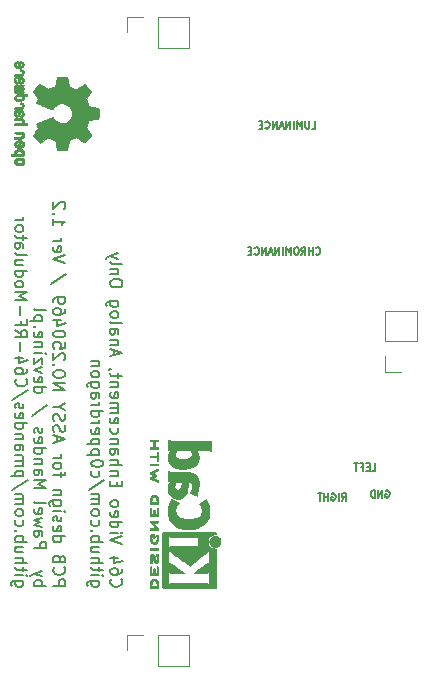
<source format=gbr>
G04 #@! TF.GenerationSoftware,KiCad,Pcbnew,(6.0.0)*
G04 #@! TF.CreationDate,2022-02-19T22:35:43+01:00*
G04 #@! TF.ProjectId,rfreplacement,72667265-706c-4616-9365-6d656e742e6b,rev?*
G04 #@! TF.SameCoordinates,Original*
G04 #@! TF.FileFunction,Legend,Bot*
G04 #@! TF.FilePolarity,Positive*
%FSLAX46Y46*%
G04 Gerber Fmt 4.6, Leading zero omitted, Abs format (unit mm)*
G04 Created by KiCad (PCBNEW (6.0.0)) date 2022-02-19 22:35:43*
%MOMM*%
%LPD*%
G01*
G04 APERTURE LIST*
%ADD10C,0.200000*%
%ADD11C,0.150000*%
%ADD12C,0.120000*%
%ADD13C,0.010000*%
%ADD14O,1.350000X1.350000*%
%ADD15R,1.350000X1.350000*%
%ADD16R,1.700000X1.700000*%
%ADD17O,1.700000X1.700000*%
%ADD18O,4.000000X2.200000*%
%ADD19O,2.200000X4.000000*%
%ADD20R,4.000000X2.200000*%
%ADD21R,1.398000X1.398000*%
%ADD22C,1.398000*%
%ADD23C,3.306000*%
%ADD24C,1.600000*%
%ADD25O,1.600000X1.600000*%
G04 APERTURE END LIST*
D10*
X120507857Y-103200476D02*
X120460238Y-103248095D01*
X120412619Y-103390952D01*
X120412619Y-103486190D01*
X120460238Y-103629047D01*
X120555476Y-103724285D01*
X120650714Y-103771904D01*
X120841190Y-103819523D01*
X120984047Y-103819523D01*
X121174523Y-103771904D01*
X121269761Y-103724285D01*
X121365000Y-103629047D01*
X121412619Y-103486190D01*
X121412619Y-103390952D01*
X121365000Y-103248095D01*
X121317380Y-103200476D01*
X121412619Y-102343333D02*
X121412619Y-102533809D01*
X121365000Y-102629047D01*
X121317380Y-102676666D01*
X121174523Y-102771904D01*
X120984047Y-102819523D01*
X120603095Y-102819523D01*
X120507857Y-102771904D01*
X120460238Y-102724285D01*
X120412619Y-102629047D01*
X120412619Y-102438571D01*
X120460238Y-102343333D01*
X120507857Y-102295714D01*
X120603095Y-102248095D01*
X120841190Y-102248095D01*
X120936428Y-102295714D01*
X120984047Y-102343333D01*
X121031666Y-102438571D01*
X121031666Y-102629047D01*
X120984047Y-102724285D01*
X120936428Y-102771904D01*
X120841190Y-102819523D01*
X121079285Y-101390952D02*
X120412619Y-101390952D01*
X121460238Y-101629047D02*
X120745952Y-101867142D01*
X120745952Y-101248095D01*
X121412619Y-100248095D02*
X120412619Y-99914761D01*
X121412619Y-99581428D01*
X120412619Y-99248095D02*
X121079285Y-99248095D01*
X121412619Y-99248095D02*
X121365000Y-99295714D01*
X121317380Y-99248095D01*
X121365000Y-99200476D01*
X121412619Y-99248095D01*
X121317380Y-99248095D01*
X120412619Y-98343333D02*
X121412619Y-98343333D01*
X120460238Y-98343333D02*
X120412619Y-98438571D01*
X120412619Y-98629047D01*
X120460238Y-98724285D01*
X120507857Y-98771904D01*
X120603095Y-98819523D01*
X120888809Y-98819523D01*
X120984047Y-98771904D01*
X121031666Y-98724285D01*
X121079285Y-98629047D01*
X121079285Y-98438571D01*
X121031666Y-98343333D01*
X120460238Y-97486190D02*
X120412619Y-97581428D01*
X120412619Y-97771904D01*
X120460238Y-97867142D01*
X120555476Y-97914761D01*
X120936428Y-97914761D01*
X121031666Y-97867142D01*
X121079285Y-97771904D01*
X121079285Y-97581428D01*
X121031666Y-97486190D01*
X120936428Y-97438571D01*
X120841190Y-97438571D01*
X120745952Y-97914761D01*
X120412619Y-96867142D02*
X120460238Y-96962380D01*
X120507857Y-97010000D01*
X120603095Y-97057619D01*
X120888809Y-97057619D01*
X120984047Y-97010000D01*
X121031666Y-96962380D01*
X121079285Y-96867142D01*
X121079285Y-96724285D01*
X121031666Y-96629047D01*
X120984047Y-96581428D01*
X120888809Y-96533809D01*
X120603095Y-96533809D01*
X120507857Y-96581428D01*
X120460238Y-96629047D01*
X120412619Y-96724285D01*
X120412619Y-96867142D01*
X120936428Y-95343333D02*
X120936428Y-95010000D01*
X120412619Y-94867142D02*
X120412619Y-95343333D01*
X121412619Y-95343333D01*
X121412619Y-94867142D01*
X121079285Y-94438571D02*
X120412619Y-94438571D01*
X120984047Y-94438571D02*
X121031666Y-94390952D01*
X121079285Y-94295714D01*
X121079285Y-94152857D01*
X121031666Y-94057619D01*
X120936428Y-94010000D01*
X120412619Y-94010000D01*
X120412619Y-93533809D02*
X121412619Y-93533809D01*
X120412619Y-93105238D02*
X120936428Y-93105238D01*
X121031666Y-93152857D01*
X121079285Y-93248095D01*
X121079285Y-93390952D01*
X121031666Y-93486190D01*
X120984047Y-93533809D01*
X120412619Y-92200476D02*
X120936428Y-92200476D01*
X121031666Y-92248095D01*
X121079285Y-92343333D01*
X121079285Y-92533809D01*
X121031666Y-92629047D01*
X120460238Y-92200476D02*
X120412619Y-92295714D01*
X120412619Y-92533809D01*
X120460238Y-92629047D01*
X120555476Y-92676666D01*
X120650714Y-92676666D01*
X120745952Y-92629047D01*
X120793571Y-92533809D01*
X120793571Y-92295714D01*
X120841190Y-92200476D01*
X121079285Y-91724285D02*
X120412619Y-91724285D01*
X120984047Y-91724285D02*
X121031666Y-91676666D01*
X121079285Y-91581428D01*
X121079285Y-91438571D01*
X121031666Y-91343333D01*
X120936428Y-91295714D01*
X120412619Y-91295714D01*
X120460238Y-90390952D02*
X120412619Y-90486190D01*
X120412619Y-90676666D01*
X120460238Y-90771904D01*
X120507857Y-90819523D01*
X120603095Y-90867142D01*
X120888809Y-90867142D01*
X120984047Y-90819523D01*
X121031666Y-90771904D01*
X121079285Y-90676666D01*
X121079285Y-90486190D01*
X121031666Y-90390952D01*
X120460238Y-89581428D02*
X120412619Y-89676666D01*
X120412619Y-89867142D01*
X120460238Y-89962380D01*
X120555476Y-90010000D01*
X120936428Y-90010000D01*
X121031666Y-89962380D01*
X121079285Y-89867142D01*
X121079285Y-89676666D01*
X121031666Y-89581428D01*
X120936428Y-89533809D01*
X120841190Y-89533809D01*
X120745952Y-90010000D01*
X120412619Y-89105238D02*
X121079285Y-89105238D01*
X120984047Y-89105238D02*
X121031666Y-89057619D01*
X121079285Y-88962380D01*
X121079285Y-88819523D01*
X121031666Y-88724285D01*
X120936428Y-88676666D01*
X120412619Y-88676666D01*
X120936428Y-88676666D02*
X121031666Y-88629047D01*
X121079285Y-88533809D01*
X121079285Y-88390952D01*
X121031666Y-88295714D01*
X120936428Y-88248095D01*
X120412619Y-88248095D01*
X120460238Y-87390952D02*
X120412619Y-87486190D01*
X120412619Y-87676666D01*
X120460238Y-87771904D01*
X120555476Y-87819523D01*
X120936428Y-87819523D01*
X121031666Y-87771904D01*
X121079285Y-87676666D01*
X121079285Y-87486190D01*
X121031666Y-87390952D01*
X120936428Y-87343333D01*
X120841190Y-87343333D01*
X120745952Y-87819523D01*
X121079285Y-86914761D02*
X120412619Y-86914761D01*
X120984047Y-86914761D02*
X121031666Y-86867142D01*
X121079285Y-86771904D01*
X121079285Y-86629047D01*
X121031666Y-86533809D01*
X120936428Y-86486190D01*
X120412619Y-86486190D01*
X121079285Y-86152857D02*
X121079285Y-85771904D01*
X121412619Y-86010000D02*
X120555476Y-86010000D01*
X120460238Y-85962380D01*
X120412619Y-85867142D01*
X120412619Y-85771904D01*
X120460238Y-85390952D02*
X120412619Y-85390952D01*
X120317380Y-85438571D01*
X120269761Y-85486190D01*
X120698333Y-84248095D02*
X120698333Y-83771904D01*
X120412619Y-84343333D02*
X121412619Y-84010000D01*
X120412619Y-83676666D01*
X121079285Y-83343333D02*
X120412619Y-83343333D01*
X120984047Y-83343333D02*
X121031666Y-83295714D01*
X121079285Y-83200476D01*
X121079285Y-83057619D01*
X121031666Y-82962380D01*
X120936428Y-82914761D01*
X120412619Y-82914761D01*
X120412619Y-82010000D02*
X120936428Y-82010000D01*
X121031666Y-82057619D01*
X121079285Y-82152857D01*
X121079285Y-82343333D01*
X121031666Y-82438571D01*
X120460238Y-82010000D02*
X120412619Y-82105238D01*
X120412619Y-82343333D01*
X120460238Y-82438571D01*
X120555476Y-82486190D01*
X120650714Y-82486190D01*
X120745952Y-82438571D01*
X120793571Y-82343333D01*
X120793571Y-82105238D01*
X120841190Y-82010000D01*
X120412619Y-81390952D02*
X120460238Y-81486190D01*
X120555476Y-81533809D01*
X121412619Y-81533809D01*
X120412619Y-80867142D02*
X120460238Y-80962380D01*
X120507857Y-81010000D01*
X120603095Y-81057619D01*
X120888809Y-81057619D01*
X120984047Y-81010000D01*
X121031666Y-80962380D01*
X121079285Y-80867142D01*
X121079285Y-80724285D01*
X121031666Y-80629047D01*
X120984047Y-80581428D01*
X120888809Y-80533809D01*
X120603095Y-80533809D01*
X120507857Y-80581428D01*
X120460238Y-80629047D01*
X120412619Y-80724285D01*
X120412619Y-80867142D01*
X121079285Y-79676666D02*
X120269761Y-79676666D01*
X120174523Y-79724285D01*
X120126904Y-79771904D01*
X120079285Y-79867142D01*
X120079285Y-80010000D01*
X120126904Y-80105238D01*
X120460238Y-79676666D02*
X120412619Y-79771904D01*
X120412619Y-79962380D01*
X120460238Y-80057619D01*
X120507857Y-80105238D01*
X120603095Y-80152857D01*
X120888809Y-80152857D01*
X120984047Y-80105238D01*
X121031666Y-80057619D01*
X121079285Y-79962380D01*
X121079285Y-79771904D01*
X121031666Y-79676666D01*
X121412619Y-78248095D02*
X121412619Y-78057619D01*
X121365000Y-77962380D01*
X121269761Y-77867142D01*
X121079285Y-77819523D01*
X120745952Y-77819523D01*
X120555476Y-77867142D01*
X120460238Y-77962380D01*
X120412619Y-78057619D01*
X120412619Y-78248095D01*
X120460238Y-78343333D01*
X120555476Y-78438571D01*
X120745952Y-78486190D01*
X121079285Y-78486190D01*
X121269761Y-78438571D01*
X121365000Y-78343333D01*
X121412619Y-78248095D01*
X121079285Y-77390952D02*
X120412619Y-77390952D01*
X120984047Y-77390952D02*
X121031666Y-77343333D01*
X121079285Y-77248095D01*
X121079285Y-77105238D01*
X121031666Y-77010000D01*
X120936428Y-76962380D01*
X120412619Y-76962380D01*
X120412619Y-76343333D02*
X120460238Y-76438571D01*
X120555476Y-76486190D01*
X121412619Y-76486190D01*
X121079285Y-76057619D02*
X120412619Y-75819523D01*
X121079285Y-75581428D02*
X120412619Y-75819523D01*
X120174523Y-75914761D01*
X120126904Y-75962380D01*
X120079285Y-76057619D01*
X119469285Y-103343333D02*
X118659761Y-103343333D01*
X118564523Y-103390952D01*
X118516904Y-103438571D01*
X118469285Y-103533809D01*
X118469285Y-103676666D01*
X118516904Y-103771904D01*
X118850238Y-103343333D02*
X118802619Y-103438571D01*
X118802619Y-103629047D01*
X118850238Y-103724285D01*
X118897857Y-103771904D01*
X118993095Y-103819523D01*
X119278809Y-103819523D01*
X119374047Y-103771904D01*
X119421666Y-103724285D01*
X119469285Y-103629047D01*
X119469285Y-103438571D01*
X119421666Y-103343333D01*
X118802619Y-102867142D02*
X119469285Y-102867142D01*
X119802619Y-102867142D02*
X119755000Y-102914761D01*
X119707380Y-102867142D01*
X119755000Y-102819523D01*
X119802619Y-102867142D01*
X119707380Y-102867142D01*
X119469285Y-102533809D02*
X119469285Y-102152857D01*
X119802619Y-102390952D02*
X118945476Y-102390952D01*
X118850238Y-102343333D01*
X118802619Y-102248095D01*
X118802619Y-102152857D01*
X118802619Y-101819523D02*
X119802619Y-101819523D01*
X118802619Y-101390952D02*
X119326428Y-101390952D01*
X119421666Y-101438571D01*
X119469285Y-101533809D01*
X119469285Y-101676666D01*
X119421666Y-101771904D01*
X119374047Y-101819523D01*
X119469285Y-100486190D02*
X118802619Y-100486190D01*
X119469285Y-100914761D02*
X118945476Y-100914761D01*
X118850238Y-100867142D01*
X118802619Y-100771904D01*
X118802619Y-100629047D01*
X118850238Y-100533809D01*
X118897857Y-100486190D01*
X118802619Y-100010000D02*
X119802619Y-100010000D01*
X119421666Y-100010000D02*
X119469285Y-99914761D01*
X119469285Y-99724285D01*
X119421666Y-99629047D01*
X119374047Y-99581428D01*
X119278809Y-99533809D01*
X118993095Y-99533809D01*
X118897857Y-99581428D01*
X118850238Y-99629047D01*
X118802619Y-99724285D01*
X118802619Y-99914761D01*
X118850238Y-100010000D01*
X118897857Y-99105238D02*
X118850238Y-99057619D01*
X118802619Y-99105238D01*
X118850238Y-99152857D01*
X118897857Y-99105238D01*
X118802619Y-99105238D01*
X118850238Y-98200476D02*
X118802619Y-98295714D01*
X118802619Y-98486190D01*
X118850238Y-98581428D01*
X118897857Y-98629047D01*
X118993095Y-98676666D01*
X119278809Y-98676666D01*
X119374047Y-98629047D01*
X119421666Y-98581428D01*
X119469285Y-98486190D01*
X119469285Y-98295714D01*
X119421666Y-98200476D01*
X118802619Y-97629047D02*
X118850238Y-97724285D01*
X118897857Y-97771904D01*
X118993095Y-97819523D01*
X119278809Y-97819523D01*
X119374047Y-97771904D01*
X119421666Y-97724285D01*
X119469285Y-97629047D01*
X119469285Y-97486190D01*
X119421666Y-97390952D01*
X119374047Y-97343333D01*
X119278809Y-97295714D01*
X118993095Y-97295714D01*
X118897857Y-97343333D01*
X118850238Y-97390952D01*
X118802619Y-97486190D01*
X118802619Y-97629047D01*
X118802619Y-96867142D02*
X119469285Y-96867142D01*
X119374047Y-96867142D02*
X119421666Y-96819523D01*
X119469285Y-96724285D01*
X119469285Y-96581428D01*
X119421666Y-96486190D01*
X119326428Y-96438571D01*
X118802619Y-96438571D01*
X119326428Y-96438571D02*
X119421666Y-96390952D01*
X119469285Y-96295714D01*
X119469285Y-96152857D01*
X119421666Y-96057619D01*
X119326428Y-96010000D01*
X118802619Y-96010000D01*
X119850238Y-94819523D02*
X118564523Y-95676666D01*
X118850238Y-94057619D02*
X118802619Y-94152857D01*
X118802619Y-94343333D01*
X118850238Y-94438571D01*
X118897857Y-94486190D01*
X118993095Y-94533809D01*
X119278809Y-94533809D01*
X119374047Y-94486190D01*
X119421666Y-94438571D01*
X119469285Y-94343333D01*
X119469285Y-94152857D01*
X119421666Y-94057619D01*
X119802619Y-93438571D02*
X119802619Y-93343333D01*
X119755000Y-93248095D01*
X119707380Y-93200476D01*
X119612142Y-93152857D01*
X119421666Y-93105238D01*
X119183571Y-93105238D01*
X118993095Y-93152857D01*
X118897857Y-93200476D01*
X118850238Y-93248095D01*
X118802619Y-93343333D01*
X118802619Y-93438571D01*
X118850238Y-93533809D01*
X118897857Y-93581428D01*
X118993095Y-93629047D01*
X119183571Y-93676666D01*
X119421666Y-93676666D01*
X119612142Y-93629047D01*
X119707380Y-93581428D01*
X119755000Y-93533809D01*
X119802619Y-93438571D01*
X119469285Y-92676666D02*
X118469285Y-92676666D01*
X119421666Y-92676666D02*
X119469285Y-92581428D01*
X119469285Y-92390952D01*
X119421666Y-92295714D01*
X119374047Y-92248095D01*
X119278809Y-92200476D01*
X118993095Y-92200476D01*
X118897857Y-92248095D01*
X118850238Y-92295714D01*
X118802619Y-92390952D01*
X118802619Y-92581428D01*
X118850238Y-92676666D01*
X119469285Y-91771904D02*
X118469285Y-91771904D01*
X119421666Y-91771904D02*
X119469285Y-91676666D01*
X119469285Y-91486190D01*
X119421666Y-91390952D01*
X119374047Y-91343333D01*
X119278809Y-91295714D01*
X118993095Y-91295714D01*
X118897857Y-91343333D01*
X118850238Y-91390952D01*
X118802619Y-91486190D01*
X118802619Y-91676666D01*
X118850238Y-91771904D01*
X118850238Y-90486190D02*
X118802619Y-90581428D01*
X118802619Y-90771904D01*
X118850238Y-90867142D01*
X118945476Y-90914761D01*
X119326428Y-90914761D01*
X119421666Y-90867142D01*
X119469285Y-90771904D01*
X119469285Y-90581428D01*
X119421666Y-90486190D01*
X119326428Y-90438571D01*
X119231190Y-90438571D01*
X119135952Y-90914761D01*
X118802619Y-90010000D02*
X119469285Y-90010000D01*
X119278809Y-90010000D02*
X119374047Y-89962380D01*
X119421666Y-89914761D01*
X119469285Y-89819523D01*
X119469285Y-89724285D01*
X118802619Y-88962380D02*
X119802619Y-88962380D01*
X118850238Y-88962380D02*
X118802619Y-89057619D01*
X118802619Y-89248095D01*
X118850238Y-89343333D01*
X118897857Y-89390952D01*
X118993095Y-89438571D01*
X119278809Y-89438571D01*
X119374047Y-89390952D01*
X119421666Y-89343333D01*
X119469285Y-89248095D01*
X119469285Y-89057619D01*
X119421666Y-88962380D01*
X118802619Y-88486190D02*
X119469285Y-88486190D01*
X119278809Y-88486190D02*
X119374047Y-88438571D01*
X119421666Y-88390952D01*
X119469285Y-88295714D01*
X119469285Y-88200476D01*
X118802619Y-87438571D02*
X119326428Y-87438571D01*
X119421666Y-87486190D01*
X119469285Y-87581428D01*
X119469285Y-87771904D01*
X119421666Y-87867142D01*
X118850238Y-87438571D02*
X118802619Y-87533809D01*
X118802619Y-87771904D01*
X118850238Y-87867142D01*
X118945476Y-87914761D01*
X119040714Y-87914761D01*
X119135952Y-87867142D01*
X119183571Y-87771904D01*
X119183571Y-87533809D01*
X119231190Y-87438571D01*
X119469285Y-86533809D02*
X118659761Y-86533809D01*
X118564523Y-86581428D01*
X118516904Y-86629047D01*
X118469285Y-86724285D01*
X118469285Y-86867142D01*
X118516904Y-86962380D01*
X118850238Y-86533809D02*
X118802619Y-86629047D01*
X118802619Y-86819523D01*
X118850238Y-86914761D01*
X118897857Y-86962380D01*
X118993095Y-87010000D01*
X119278809Y-87010000D01*
X119374047Y-86962380D01*
X119421666Y-86914761D01*
X119469285Y-86819523D01*
X119469285Y-86629047D01*
X119421666Y-86533809D01*
X118802619Y-85914761D02*
X118850238Y-86010000D01*
X118897857Y-86057619D01*
X118993095Y-86105238D01*
X119278809Y-86105238D01*
X119374047Y-86057619D01*
X119421666Y-86010000D01*
X119469285Y-85914761D01*
X119469285Y-85771904D01*
X119421666Y-85676666D01*
X119374047Y-85629047D01*
X119278809Y-85581428D01*
X118993095Y-85581428D01*
X118897857Y-85629047D01*
X118850238Y-85676666D01*
X118802619Y-85771904D01*
X118802619Y-85914761D01*
X119469285Y-85152857D02*
X118802619Y-85152857D01*
X119374047Y-85152857D02*
X119421666Y-85105238D01*
X119469285Y-85010000D01*
X119469285Y-84867142D01*
X119421666Y-84771904D01*
X119326428Y-84724285D01*
X118802619Y-84724285D01*
X115582619Y-103771904D02*
X116582619Y-103771904D01*
X116582619Y-103390952D01*
X116535000Y-103295714D01*
X116487380Y-103248095D01*
X116392142Y-103200476D01*
X116249285Y-103200476D01*
X116154047Y-103248095D01*
X116106428Y-103295714D01*
X116058809Y-103390952D01*
X116058809Y-103771904D01*
X115677857Y-102200476D02*
X115630238Y-102248095D01*
X115582619Y-102390952D01*
X115582619Y-102486190D01*
X115630238Y-102629047D01*
X115725476Y-102724285D01*
X115820714Y-102771904D01*
X116011190Y-102819523D01*
X116154047Y-102819523D01*
X116344523Y-102771904D01*
X116439761Y-102724285D01*
X116535000Y-102629047D01*
X116582619Y-102486190D01*
X116582619Y-102390952D01*
X116535000Y-102248095D01*
X116487380Y-102200476D01*
X116106428Y-101438571D02*
X116058809Y-101295714D01*
X116011190Y-101248095D01*
X115915952Y-101200476D01*
X115773095Y-101200476D01*
X115677857Y-101248095D01*
X115630238Y-101295714D01*
X115582619Y-101390952D01*
X115582619Y-101771904D01*
X116582619Y-101771904D01*
X116582619Y-101438571D01*
X116535000Y-101343333D01*
X116487380Y-101295714D01*
X116392142Y-101248095D01*
X116296904Y-101248095D01*
X116201666Y-101295714D01*
X116154047Y-101343333D01*
X116106428Y-101438571D01*
X116106428Y-101771904D01*
X115582619Y-99581428D02*
X116582619Y-99581428D01*
X115630238Y-99581428D02*
X115582619Y-99676666D01*
X115582619Y-99867142D01*
X115630238Y-99962380D01*
X115677857Y-100010000D01*
X115773095Y-100057619D01*
X116058809Y-100057619D01*
X116154047Y-100010000D01*
X116201666Y-99962380D01*
X116249285Y-99867142D01*
X116249285Y-99676666D01*
X116201666Y-99581428D01*
X115630238Y-98724285D02*
X115582619Y-98819523D01*
X115582619Y-99010000D01*
X115630238Y-99105238D01*
X115725476Y-99152857D01*
X116106428Y-99152857D01*
X116201666Y-99105238D01*
X116249285Y-99010000D01*
X116249285Y-98819523D01*
X116201666Y-98724285D01*
X116106428Y-98676666D01*
X116011190Y-98676666D01*
X115915952Y-99152857D01*
X115630238Y-98295714D02*
X115582619Y-98200476D01*
X115582619Y-98010000D01*
X115630238Y-97914761D01*
X115725476Y-97867142D01*
X115773095Y-97867142D01*
X115868333Y-97914761D01*
X115915952Y-98010000D01*
X115915952Y-98152857D01*
X115963571Y-98248095D01*
X116058809Y-98295714D01*
X116106428Y-98295714D01*
X116201666Y-98248095D01*
X116249285Y-98152857D01*
X116249285Y-98010000D01*
X116201666Y-97914761D01*
X115582619Y-97438571D02*
X116249285Y-97438571D01*
X116582619Y-97438571D02*
X116535000Y-97486190D01*
X116487380Y-97438571D01*
X116535000Y-97390952D01*
X116582619Y-97438571D01*
X116487380Y-97438571D01*
X116249285Y-96533809D02*
X115439761Y-96533809D01*
X115344523Y-96581428D01*
X115296904Y-96629047D01*
X115249285Y-96724285D01*
X115249285Y-96867142D01*
X115296904Y-96962380D01*
X115630238Y-96533809D02*
X115582619Y-96629047D01*
X115582619Y-96819523D01*
X115630238Y-96914761D01*
X115677857Y-96962380D01*
X115773095Y-97010000D01*
X116058809Y-97010000D01*
X116154047Y-96962380D01*
X116201666Y-96914761D01*
X116249285Y-96819523D01*
X116249285Y-96629047D01*
X116201666Y-96533809D01*
X116249285Y-96057619D02*
X115582619Y-96057619D01*
X116154047Y-96057619D02*
X116201666Y-96010000D01*
X116249285Y-95914761D01*
X116249285Y-95771904D01*
X116201666Y-95676666D01*
X116106428Y-95629047D01*
X115582619Y-95629047D01*
X116249285Y-94533809D02*
X116249285Y-94152857D01*
X115582619Y-94390952D02*
X116439761Y-94390952D01*
X116535000Y-94343333D01*
X116582619Y-94248095D01*
X116582619Y-94152857D01*
X115582619Y-93676666D02*
X115630238Y-93771904D01*
X115677857Y-93819523D01*
X115773095Y-93867142D01*
X116058809Y-93867142D01*
X116154047Y-93819523D01*
X116201666Y-93771904D01*
X116249285Y-93676666D01*
X116249285Y-93533809D01*
X116201666Y-93438571D01*
X116154047Y-93390952D01*
X116058809Y-93343333D01*
X115773095Y-93343333D01*
X115677857Y-93390952D01*
X115630238Y-93438571D01*
X115582619Y-93533809D01*
X115582619Y-93676666D01*
X115582619Y-92914761D02*
X116249285Y-92914761D01*
X116058809Y-92914761D02*
X116154047Y-92867142D01*
X116201666Y-92819523D01*
X116249285Y-92724285D01*
X116249285Y-92629047D01*
X115868333Y-91581428D02*
X115868333Y-91105238D01*
X115582619Y-91676666D02*
X116582619Y-91343333D01*
X115582619Y-91010000D01*
X115630238Y-90724285D02*
X115582619Y-90581428D01*
X115582619Y-90343333D01*
X115630238Y-90248095D01*
X115677857Y-90200476D01*
X115773095Y-90152857D01*
X115868333Y-90152857D01*
X115963571Y-90200476D01*
X116011190Y-90248095D01*
X116058809Y-90343333D01*
X116106428Y-90533809D01*
X116154047Y-90629047D01*
X116201666Y-90676666D01*
X116296904Y-90724285D01*
X116392142Y-90724285D01*
X116487380Y-90676666D01*
X116535000Y-90629047D01*
X116582619Y-90533809D01*
X116582619Y-90295714D01*
X116535000Y-90152857D01*
X115630238Y-89771904D02*
X115582619Y-89629047D01*
X115582619Y-89390952D01*
X115630238Y-89295714D01*
X115677857Y-89248095D01*
X115773095Y-89200476D01*
X115868333Y-89200476D01*
X115963571Y-89248095D01*
X116011190Y-89295714D01*
X116058809Y-89390952D01*
X116106428Y-89581428D01*
X116154047Y-89676666D01*
X116201666Y-89724285D01*
X116296904Y-89771904D01*
X116392142Y-89771904D01*
X116487380Y-89724285D01*
X116535000Y-89676666D01*
X116582619Y-89581428D01*
X116582619Y-89343333D01*
X116535000Y-89200476D01*
X116058809Y-88581428D02*
X115582619Y-88581428D01*
X116582619Y-88914761D02*
X116058809Y-88581428D01*
X116582619Y-88248095D01*
X115582619Y-87152857D02*
X116582619Y-87152857D01*
X115582619Y-86581428D01*
X116582619Y-86581428D01*
X116582619Y-85914761D02*
X116582619Y-85724285D01*
X116535000Y-85629047D01*
X116439761Y-85533809D01*
X116249285Y-85486190D01*
X115915952Y-85486190D01*
X115725476Y-85533809D01*
X115630238Y-85629047D01*
X115582619Y-85724285D01*
X115582619Y-85914761D01*
X115630238Y-86010000D01*
X115725476Y-86105238D01*
X115915952Y-86152857D01*
X116249285Y-86152857D01*
X116439761Y-86105238D01*
X116535000Y-86010000D01*
X116582619Y-85914761D01*
X115677857Y-85057619D02*
X115630238Y-85010000D01*
X115582619Y-85057619D01*
X115630238Y-85105238D01*
X115677857Y-85057619D01*
X115582619Y-85057619D01*
X116487380Y-84629047D02*
X116535000Y-84581428D01*
X116582619Y-84486190D01*
X116582619Y-84248095D01*
X116535000Y-84152857D01*
X116487380Y-84105238D01*
X116392142Y-84057619D01*
X116296904Y-84057619D01*
X116154047Y-84105238D01*
X115582619Y-84676666D01*
X115582619Y-84057619D01*
X116582619Y-83152857D02*
X116582619Y-83629047D01*
X116106428Y-83676666D01*
X116154047Y-83629047D01*
X116201666Y-83533809D01*
X116201666Y-83295714D01*
X116154047Y-83200476D01*
X116106428Y-83152857D01*
X116011190Y-83105238D01*
X115773095Y-83105238D01*
X115677857Y-83152857D01*
X115630238Y-83200476D01*
X115582619Y-83295714D01*
X115582619Y-83533809D01*
X115630238Y-83629047D01*
X115677857Y-83676666D01*
X116582619Y-82486190D02*
X116582619Y-82390952D01*
X116535000Y-82295714D01*
X116487380Y-82248095D01*
X116392142Y-82200476D01*
X116201666Y-82152857D01*
X115963571Y-82152857D01*
X115773095Y-82200476D01*
X115677857Y-82248095D01*
X115630238Y-82295714D01*
X115582619Y-82390952D01*
X115582619Y-82486190D01*
X115630238Y-82581428D01*
X115677857Y-82629047D01*
X115773095Y-82676666D01*
X115963571Y-82724285D01*
X116201666Y-82724285D01*
X116392142Y-82676666D01*
X116487380Y-82629047D01*
X116535000Y-82581428D01*
X116582619Y-82486190D01*
X116249285Y-81295714D02*
X115582619Y-81295714D01*
X116630238Y-81533809D02*
X115915952Y-81771904D01*
X115915952Y-81152857D01*
X116582619Y-80343333D02*
X116582619Y-80533809D01*
X116535000Y-80629047D01*
X116487380Y-80676666D01*
X116344523Y-80771904D01*
X116154047Y-80819523D01*
X115773095Y-80819523D01*
X115677857Y-80771904D01*
X115630238Y-80724285D01*
X115582619Y-80629047D01*
X115582619Y-80438571D01*
X115630238Y-80343333D01*
X115677857Y-80295714D01*
X115773095Y-80248095D01*
X116011190Y-80248095D01*
X116106428Y-80295714D01*
X116154047Y-80343333D01*
X116201666Y-80438571D01*
X116201666Y-80629047D01*
X116154047Y-80724285D01*
X116106428Y-80771904D01*
X116011190Y-80819523D01*
X115582619Y-79771904D02*
X115582619Y-79581428D01*
X115630238Y-79486190D01*
X115677857Y-79438571D01*
X115820714Y-79343333D01*
X116011190Y-79295714D01*
X116392142Y-79295714D01*
X116487380Y-79343333D01*
X116535000Y-79390952D01*
X116582619Y-79486190D01*
X116582619Y-79676666D01*
X116535000Y-79771904D01*
X116487380Y-79819523D01*
X116392142Y-79867142D01*
X116154047Y-79867142D01*
X116058809Y-79819523D01*
X116011190Y-79771904D01*
X115963571Y-79676666D01*
X115963571Y-79486190D01*
X116011190Y-79390952D01*
X116058809Y-79343333D01*
X116154047Y-79295714D01*
X116630238Y-77390952D02*
X115344523Y-78248095D01*
X116582619Y-76438571D02*
X115582619Y-76105238D01*
X116582619Y-75771904D01*
X115630238Y-75057619D02*
X115582619Y-75152857D01*
X115582619Y-75343333D01*
X115630238Y-75438571D01*
X115725476Y-75486190D01*
X116106428Y-75486190D01*
X116201666Y-75438571D01*
X116249285Y-75343333D01*
X116249285Y-75152857D01*
X116201666Y-75057619D01*
X116106428Y-75010000D01*
X116011190Y-75010000D01*
X115915952Y-75486190D01*
X115582619Y-74581428D02*
X116249285Y-74581428D01*
X116058809Y-74581428D02*
X116154047Y-74533809D01*
X116201666Y-74486190D01*
X116249285Y-74390952D01*
X116249285Y-74295714D01*
X115582619Y-72676666D02*
X115582619Y-73248095D01*
X115582619Y-72962380D02*
X116582619Y-72962380D01*
X116439761Y-73057619D01*
X116344523Y-73152857D01*
X116296904Y-73248095D01*
X115677857Y-72248095D02*
X115630238Y-72200476D01*
X115582619Y-72248095D01*
X115630238Y-72295714D01*
X115677857Y-72248095D01*
X115582619Y-72248095D01*
X116487380Y-71819523D02*
X116535000Y-71771904D01*
X116582619Y-71676666D01*
X116582619Y-71438571D01*
X116535000Y-71343333D01*
X116487380Y-71295714D01*
X116392142Y-71248095D01*
X116296904Y-71248095D01*
X116154047Y-71295714D01*
X115582619Y-71867142D01*
X115582619Y-71248095D01*
X113972619Y-103771904D02*
X114972619Y-103771904D01*
X114591666Y-103771904D02*
X114639285Y-103676666D01*
X114639285Y-103486190D01*
X114591666Y-103390952D01*
X114544047Y-103343333D01*
X114448809Y-103295714D01*
X114163095Y-103295714D01*
X114067857Y-103343333D01*
X114020238Y-103390952D01*
X113972619Y-103486190D01*
X113972619Y-103676666D01*
X114020238Y-103771904D01*
X114639285Y-102962380D02*
X113972619Y-102724285D01*
X114639285Y-102486190D02*
X113972619Y-102724285D01*
X113734523Y-102819523D01*
X113686904Y-102867142D01*
X113639285Y-102962380D01*
X113972619Y-100581428D02*
X114972619Y-100581428D01*
X114972619Y-100200476D01*
X114925000Y-100105238D01*
X114877380Y-100057619D01*
X114782142Y-100010000D01*
X114639285Y-100010000D01*
X114544047Y-100057619D01*
X114496428Y-100105238D01*
X114448809Y-100200476D01*
X114448809Y-100581428D01*
X113972619Y-99152857D02*
X114496428Y-99152857D01*
X114591666Y-99200476D01*
X114639285Y-99295714D01*
X114639285Y-99486190D01*
X114591666Y-99581428D01*
X114020238Y-99152857D02*
X113972619Y-99248095D01*
X113972619Y-99486190D01*
X114020238Y-99581428D01*
X114115476Y-99629047D01*
X114210714Y-99629047D01*
X114305952Y-99581428D01*
X114353571Y-99486190D01*
X114353571Y-99248095D01*
X114401190Y-99152857D01*
X114639285Y-98771904D02*
X113972619Y-98581428D01*
X114448809Y-98390952D01*
X113972619Y-98200476D01*
X114639285Y-98010000D01*
X114020238Y-97248095D02*
X113972619Y-97343333D01*
X113972619Y-97533809D01*
X114020238Y-97629047D01*
X114115476Y-97676666D01*
X114496428Y-97676666D01*
X114591666Y-97629047D01*
X114639285Y-97533809D01*
X114639285Y-97343333D01*
X114591666Y-97248095D01*
X114496428Y-97200476D01*
X114401190Y-97200476D01*
X114305952Y-97676666D01*
X113972619Y-96629047D02*
X114020238Y-96724285D01*
X114115476Y-96771904D01*
X114972619Y-96771904D01*
X113972619Y-95486190D02*
X114972619Y-95486190D01*
X114258333Y-95152857D01*
X114972619Y-94819523D01*
X113972619Y-94819523D01*
X113972619Y-93914761D02*
X114496428Y-93914761D01*
X114591666Y-93962380D01*
X114639285Y-94057619D01*
X114639285Y-94248095D01*
X114591666Y-94343333D01*
X114020238Y-93914761D02*
X113972619Y-94010000D01*
X113972619Y-94248095D01*
X114020238Y-94343333D01*
X114115476Y-94390952D01*
X114210714Y-94390952D01*
X114305952Y-94343333D01*
X114353571Y-94248095D01*
X114353571Y-94010000D01*
X114401190Y-93914761D01*
X114639285Y-93438571D02*
X113972619Y-93438571D01*
X114544047Y-93438571D02*
X114591666Y-93390952D01*
X114639285Y-93295714D01*
X114639285Y-93152857D01*
X114591666Y-93057619D01*
X114496428Y-93010000D01*
X113972619Y-93010000D01*
X113972619Y-92105238D02*
X114972619Y-92105238D01*
X114020238Y-92105238D02*
X113972619Y-92200476D01*
X113972619Y-92390952D01*
X114020238Y-92486190D01*
X114067857Y-92533809D01*
X114163095Y-92581428D01*
X114448809Y-92581428D01*
X114544047Y-92533809D01*
X114591666Y-92486190D01*
X114639285Y-92390952D01*
X114639285Y-92200476D01*
X114591666Y-92105238D01*
X114020238Y-91248095D02*
X113972619Y-91343333D01*
X113972619Y-91533809D01*
X114020238Y-91629047D01*
X114115476Y-91676666D01*
X114496428Y-91676666D01*
X114591666Y-91629047D01*
X114639285Y-91533809D01*
X114639285Y-91343333D01*
X114591666Y-91248095D01*
X114496428Y-91200476D01*
X114401190Y-91200476D01*
X114305952Y-91676666D01*
X114020238Y-90819523D02*
X113972619Y-90724285D01*
X113972619Y-90533809D01*
X114020238Y-90438571D01*
X114115476Y-90390952D01*
X114163095Y-90390952D01*
X114258333Y-90438571D01*
X114305952Y-90533809D01*
X114305952Y-90676666D01*
X114353571Y-90771904D01*
X114448809Y-90819523D01*
X114496428Y-90819523D01*
X114591666Y-90771904D01*
X114639285Y-90676666D01*
X114639285Y-90533809D01*
X114591666Y-90438571D01*
X115020238Y-88486190D02*
X113734523Y-89343333D01*
X113972619Y-86962380D02*
X114972619Y-86962380D01*
X114020238Y-86962380D02*
X113972619Y-87057619D01*
X113972619Y-87248095D01*
X114020238Y-87343333D01*
X114067857Y-87390952D01*
X114163095Y-87438571D01*
X114448809Y-87438571D01*
X114544047Y-87390952D01*
X114591666Y-87343333D01*
X114639285Y-87248095D01*
X114639285Y-87057619D01*
X114591666Y-86962380D01*
X114020238Y-86105238D02*
X113972619Y-86200476D01*
X113972619Y-86390952D01*
X114020238Y-86486190D01*
X114115476Y-86533809D01*
X114496428Y-86533809D01*
X114591666Y-86486190D01*
X114639285Y-86390952D01*
X114639285Y-86200476D01*
X114591666Y-86105238D01*
X114496428Y-86057619D01*
X114401190Y-86057619D01*
X114305952Y-86533809D01*
X114639285Y-85724285D02*
X113972619Y-85486190D01*
X114639285Y-85248095D01*
X114639285Y-84962380D02*
X114639285Y-84438571D01*
X113972619Y-84962380D01*
X113972619Y-84438571D01*
X113972619Y-84057619D02*
X114639285Y-84057619D01*
X114972619Y-84057619D02*
X114925000Y-84105238D01*
X114877380Y-84057619D01*
X114925000Y-84010000D01*
X114972619Y-84057619D01*
X114877380Y-84057619D01*
X114639285Y-83581428D02*
X113972619Y-83581428D01*
X114544047Y-83581428D02*
X114591666Y-83533809D01*
X114639285Y-83438571D01*
X114639285Y-83295714D01*
X114591666Y-83200476D01*
X114496428Y-83152857D01*
X113972619Y-83152857D01*
X114020238Y-82295714D02*
X113972619Y-82390952D01*
X113972619Y-82581428D01*
X114020238Y-82676666D01*
X114115476Y-82724285D01*
X114496428Y-82724285D01*
X114591666Y-82676666D01*
X114639285Y-82581428D01*
X114639285Y-82390952D01*
X114591666Y-82295714D01*
X114496428Y-82248095D01*
X114401190Y-82248095D01*
X114305952Y-82724285D01*
X114067857Y-81819523D02*
X114020238Y-81771904D01*
X113972619Y-81819523D01*
X114020238Y-81867142D01*
X114067857Y-81819523D01*
X113972619Y-81819523D01*
X114639285Y-81343333D02*
X113639285Y-81343333D01*
X114591666Y-81343333D02*
X114639285Y-81248095D01*
X114639285Y-81057619D01*
X114591666Y-80962380D01*
X114544047Y-80914761D01*
X114448809Y-80867142D01*
X114163095Y-80867142D01*
X114067857Y-80914761D01*
X114020238Y-80962380D01*
X113972619Y-81057619D01*
X113972619Y-81248095D01*
X114020238Y-81343333D01*
X113972619Y-80295714D02*
X114020238Y-80390952D01*
X114115476Y-80438571D01*
X114972619Y-80438571D01*
X113029285Y-103343333D02*
X112219761Y-103343333D01*
X112124523Y-103390952D01*
X112076904Y-103438571D01*
X112029285Y-103533809D01*
X112029285Y-103676666D01*
X112076904Y-103771904D01*
X112410238Y-103343333D02*
X112362619Y-103438571D01*
X112362619Y-103629047D01*
X112410238Y-103724285D01*
X112457857Y-103771904D01*
X112553095Y-103819523D01*
X112838809Y-103819523D01*
X112934047Y-103771904D01*
X112981666Y-103724285D01*
X113029285Y-103629047D01*
X113029285Y-103438571D01*
X112981666Y-103343333D01*
X112362619Y-102867142D02*
X113029285Y-102867142D01*
X113362619Y-102867142D02*
X113315000Y-102914761D01*
X113267380Y-102867142D01*
X113315000Y-102819523D01*
X113362619Y-102867142D01*
X113267380Y-102867142D01*
X113029285Y-102533809D02*
X113029285Y-102152857D01*
X113362619Y-102390952D02*
X112505476Y-102390952D01*
X112410238Y-102343333D01*
X112362619Y-102248095D01*
X112362619Y-102152857D01*
X112362619Y-101819523D02*
X113362619Y-101819523D01*
X112362619Y-101390952D02*
X112886428Y-101390952D01*
X112981666Y-101438571D01*
X113029285Y-101533809D01*
X113029285Y-101676666D01*
X112981666Y-101771904D01*
X112934047Y-101819523D01*
X113029285Y-100486190D02*
X112362619Y-100486190D01*
X113029285Y-100914761D02*
X112505476Y-100914761D01*
X112410238Y-100867142D01*
X112362619Y-100771904D01*
X112362619Y-100629047D01*
X112410238Y-100533809D01*
X112457857Y-100486190D01*
X112362619Y-100010000D02*
X113362619Y-100010000D01*
X112981666Y-100010000D02*
X113029285Y-99914761D01*
X113029285Y-99724285D01*
X112981666Y-99629047D01*
X112934047Y-99581428D01*
X112838809Y-99533809D01*
X112553095Y-99533809D01*
X112457857Y-99581428D01*
X112410238Y-99629047D01*
X112362619Y-99724285D01*
X112362619Y-99914761D01*
X112410238Y-100010000D01*
X112457857Y-99105238D02*
X112410238Y-99057619D01*
X112362619Y-99105238D01*
X112410238Y-99152857D01*
X112457857Y-99105238D01*
X112362619Y-99105238D01*
X112410238Y-98200476D02*
X112362619Y-98295714D01*
X112362619Y-98486190D01*
X112410238Y-98581428D01*
X112457857Y-98629047D01*
X112553095Y-98676666D01*
X112838809Y-98676666D01*
X112934047Y-98629047D01*
X112981666Y-98581428D01*
X113029285Y-98486190D01*
X113029285Y-98295714D01*
X112981666Y-98200476D01*
X112362619Y-97629047D02*
X112410238Y-97724285D01*
X112457857Y-97771904D01*
X112553095Y-97819523D01*
X112838809Y-97819523D01*
X112934047Y-97771904D01*
X112981666Y-97724285D01*
X113029285Y-97629047D01*
X113029285Y-97486190D01*
X112981666Y-97390952D01*
X112934047Y-97343333D01*
X112838809Y-97295714D01*
X112553095Y-97295714D01*
X112457857Y-97343333D01*
X112410238Y-97390952D01*
X112362619Y-97486190D01*
X112362619Y-97629047D01*
X112362619Y-96867142D02*
X113029285Y-96867142D01*
X112934047Y-96867142D02*
X112981666Y-96819523D01*
X113029285Y-96724285D01*
X113029285Y-96581428D01*
X112981666Y-96486190D01*
X112886428Y-96438571D01*
X112362619Y-96438571D01*
X112886428Y-96438571D02*
X112981666Y-96390952D01*
X113029285Y-96295714D01*
X113029285Y-96152857D01*
X112981666Y-96057619D01*
X112886428Y-96010000D01*
X112362619Y-96010000D01*
X113410238Y-94819523D02*
X112124523Y-95676666D01*
X113029285Y-94486190D02*
X112029285Y-94486190D01*
X112981666Y-94486190D02*
X113029285Y-94390952D01*
X113029285Y-94200476D01*
X112981666Y-94105238D01*
X112934047Y-94057619D01*
X112838809Y-94010000D01*
X112553095Y-94010000D01*
X112457857Y-94057619D01*
X112410238Y-94105238D01*
X112362619Y-94200476D01*
X112362619Y-94390952D01*
X112410238Y-94486190D01*
X112362619Y-93581428D02*
X113029285Y-93581428D01*
X112934047Y-93581428D02*
X112981666Y-93533809D01*
X113029285Y-93438571D01*
X113029285Y-93295714D01*
X112981666Y-93200476D01*
X112886428Y-93152857D01*
X112362619Y-93152857D01*
X112886428Y-93152857D02*
X112981666Y-93105238D01*
X113029285Y-93010000D01*
X113029285Y-92867142D01*
X112981666Y-92771904D01*
X112886428Y-92724285D01*
X112362619Y-92724285D01*
X112362619Y-91819523D02*
X112886428Y-91819523D01*
X112981666Y-91867142D01*
X113029285Y-91962380D01*
X113029285Y-92152857D01*
X112981666Y-92248095D01*
X112410238Y-91819523D02*
X112362619Y-91914761D01*
X112362619Y-92152857D01*
X112410238Y-92248095D01*
X112505476Y-92295714D01*
X112600714Y-92295714D01*
X112695952Y-92248095D01*
X112743571Y-92152857D01*
X112743571Y-91914761D01*
X112791190Y-91819523D01*
X113029285Y-91343333D02*
X112362619Y-91343333D01*
X112934047Y-91343333D02*
X112981666Y-91295714D01*
X113029285Y-91200476D01*
X113029285Y-91057619D01*
X112981666Y-90962380D01*
X112886428Y-90914761D01*
X112362619Y-90914761D01*
X112362619Y-90010000D02*
X113362619Y-90010000D01*
X112410238Y-90010000D02*
X112362619Y-90105238D01*
X112362619Y-90295714D01*
X112410238Y-90390952D01*
X112457857Y-90438571D01*
X112553095Y-90486190D01*
X112838809Y-90486190D01*
X112934047Y-90438571D01*
X112981666Y-90390952D01*
X113029285Y-90295714D01*
X113029285Y-90105238D01*
X112981666Y-90010000D01*
X112410238Y-89152857D02*
X112362619Y-89248095D01*
X112362619Y-89438571D01*
X112410238Y-89533809D01*
X112505476Y-89581428D01*
X112886428Y-89581428D01*
X112981666Y-89533809D01*
X113029285Y-89438571D01*
X113029285Y-89248095D01*
X112981666Y-89152857D01*
X112886428Y-89105238D01*
X112791190Y-89105238D01*
X112695952Y-89581428D01*
X112410238Y-88724285D02*
X112362619Y-88629047D01*
X112362619Y-88438571D01*
X112410238Y-88343333D01*
X112505476Y-88295714D01*
X112553095Y-88295714D01*
X112648333Y-88343333D01*
X112695952Y-88438571D01*
X112695952Y-88581428D01*
X112743571Y-88676666D01*
X112838809Y-88724285D01*
X112886428Y-88724285D01*
X112981666Y-88676666D01*
X113029285Y-88581428D01*
X113029285Y-88438571D01*
X112981666Y-88343333D01*
X113410238Y-87152857D02*
X112124523Y-88010000D01*
X112457857Y-86248095D02*
X112410238Y-86295714D01*
X112362619Y-86438571D01*
X112362619Y-86533809D01*
X112410238Y-86676666D01*
X112505476Y-86771904D01*
X112600714Y-86819523D01*
X112791190Y-86867142D01*
X112934047Y-86867142D01*
X113124523Y-86819523D01*
X113219761Y-86771904D01*
X113315000Y-86676666D01*
X113362619Y-86533809D01*
X113362619Y-86438571D01*
X113315000Y-86295714D01*
X113267380Y-86248095D01*
X113362619Y-85390952D02*
X113362619Y-85581428D01*
X113315000Y-85676666D01*
X113267380Y-85724285D01*
X113124523Y-85819523D01*
X112934047Y-85867142D01*
X112553095Y-85867142D01*
X112457857Y-85819523D01*
X112410238Y-85771904D01*
X112362619Y-85676666D01*
X112362619Y-85486190D01*
X112410238Y-85390952D01*
X112457857Y-85343333D01*
X112553095Y-85295714D01*
X112791190Y-85295714D01*
X112886428Y-85343333D01*
X112934047Y-85390952D01*
X112981666Y-85486190D01*
X112981666Y-85676666D01*
X112934047Y-85771904D01*
X112886428Y-85819523D01*
X112791190Y-85867142D01*
X113029285Y-84438571D02*
X112362619Y-84438571D01*
X113410238Y-84676666D02*
X112695952Y-84914761D01*
X112695952Y-84295714D01*
X112743571Y-83914761D02*
X112743571Y-83152857D01*
X112362619Y-82105238D02*
X112838809Y-82438571D01*
X112362619Y-82676666D02*
X113362619Y-82676666D01*
X113362619Y-82295714D01*
X113315000Y-82200476D01*
X113267380Y-82152857D01*
X113172142Y-82105238D01*
X113029285Y-82105238D01*
X112934047Y-82152857D01*
X112886428Y-82200476D01*
X112838809Y-82295714D01*
X112838809Y-82676666D01*
X112886428Y-81343333D02*
X112886428Y-81676666D01*
X112362619Y-81676666D02*
X113362619Y-81676666D01*
X113362619Y-81200476D01*
X112743571Y-80819523D02*
X112743571Y-80057619D01*
X112362619Y-79581428D02*
X113362619Y-79581428D01*
X112648333Y-79248095D01*
X113362619Y-78914761D01*
X112362619Y-78914761D01*
X112362619Y-78295714D02*
X112410238Y-78390952D01*
X112457857Y-78438571D01*
X112553095Y-78486190D01*
X112838809Y-78486190D01*
X112934047Y-78438571D01*
X112981666Y-78390952D01*
X113029285Y-78295714D01*
X113029285Y-78152857D01*
X112981666Y-78057619D01*
X112934047Y-78010000D01*
X112838809Y-77962380D01*
X112553095Y-77962380D01*
X112457857Y-78010000D01*
X112410238Y-78057619D01*
X112362619Y-78152857D01*
X112362619Y-78295714D01*
X112362619Y-77105238D02*
X113362619Y-77105238D01*
X112410238Y-77105238D02*
X112362619Y-77200476D01*
X112362619Y-77390952D01*
X112410238Y-77486190D01*
X112457857Y-77533809D01*
X112553095Y-77581428D01*
X112838809Y-77581428D01*
X112934047Y-77533809D01*
X112981666Y-77486190D01*
X113029285Y-77390952D01*
X113029285Y-77200476D01*
X112981666Y-77105238D01*
X113029285Y-76200476D02*
X112362619Y-76200476D01*
X113029285Y-76629047D02*
X112505476Y-76629047D01*
X112410238Y-76581428D01*
X112362619Y-76486190D01*
X112362619Y-76343333D01*
X112410238Y-76248095D01*
X112457857Y-76200476D01*
X112362619Y-75581428D02*
X112410238Y-75676666D01*
X112505476Y-75724285D01*
X113362619Y-75724285D01*
X112362619Y-74771904D02*
X112886428Y-74771904D01*
X112981666Y-74819523D01*
X113029285Y-74914761D01*
X113029285Y-75105238D01*
X112981666Y-75200476D01*
X112410238Y-74771904D02*
X112362619Y-74867142D01*
X112362619Y-75105238D01*
X112410238Y-75200476D01*
X112505476Y-75248095D01*
X112600714Y-75248095D01*
X112695952Y-75200476D01*
X112743571Y-75105238D01*
X112743571Y-74867142D01*
X112791190Y-74771904D01*
X113029285Y-74438571D02*
X113029285Y-74057619D01*
X113362619Y-74295714D02*
X112505476Y-74295714D01*
X112410238Y-74248095D01*
X112362619Y-74152857D01*
X112362619Y-74057619D01*
X112362619Y-73581428D02*
X112410238Y-73676666D01*
X112457857Y-73724285D01*
X112553095Y-73771904D01*
X112838809Y-73771904D01*
X112934047Y-73724285D01*
X112981666Y-73676666D01*
X113029285Y-73581428D01*
X113029285Y-73438571D01*
X112981666Y-73343333D01*
X112934047Y-73295714D01*
X112838809Y-73248095D01*
X112553095Y-73248095D01*
X112457857Y-73295714D01*
X112410238Y-73343333D01*
X112362619Y-73438571D01*
X112362619Y-73581428D01*
X112362619Y-72819523D02*
X113029285Y-72819523D01*
X112838809Y-72819523D02*
X112934047Y-72771904D01*
X112981666Y-72724285D01*
X113029285Y-72629047D01*
X113029285Y-72533809D01*
D11*
X137813714Y-75652285D02*
X137842285Y-75680857D01*
X137928000Y-75709428D01*
X137985142Y-75709428D01*
X138070857Y-75680857D01*
X138128000Y-75623714D01*
X138156571Y-75566571D01*
X138185142Y-75452285D01*
X138185142Y-75366571D01*
X138156571Y-75252285D01*
X138128000Y-75195142D01*
X138070857Y-75138000D01*
X137985142Y-75109428D01*
X137928000Y-75109428D01*
X137842285Y-75138000D01*
X137813714Y-75166571D01*
X137556571Y-75709428D02*
X137556571Y-75109428D01*
X137556571Y-75395142D02*
X137213714Y-75395142D01*
X137213714Y-75709428D02*
X137213714Y-75109428D01*
X136585142Y-75709428D02*
X136785142Y-75423714D01*
X136928000Y-75709428D02*
X136928000Y-75109428D01*
X136699428Y-75109428D01*
X136642285Y-75138000D01*
X136613714Y-75166571D01*
X136585142Y-75223714D01*
X136585142Y-75309428D01*
X136613714Y-75366571D01*
X136642285Y-75395142D01*
X136699428Y-75423714D01*
X136928000Y-75423714D01*
X136213714Y-75109428D02*
X136099428Y-75109428D01*
X136042285Y-75138000D01*
X135985142Y-75195142D01*
X135956571Y-75309428D01*
X135956571Y-75509428D01*
X135985142Y-75623714D01*
X136042285Y-75680857D01*
X136099428Y-75709428D01*
X136213714Y-75709428D01*
X136270857Y-75680857D01*
X136328000Y-75623714D01*
X136356571Y-75509428D01*
X136356571Y-75309428D01*
X136328000Y-75195142D01*
X136270857Y-75138000D01*
X136213714Y-75109428D01*
X135699428Y-75709428D02*
X135699428Y-75109428D01*
X135499428Y-75538000D01*
X135299428Y-75109428D01*
X135299428Y-75709428D01*
X135013714Y-75709428D02*
X135013714Y-75109428D01*
X134728000Y-75709428D02*
X134728000Y-75109428D01*
X134385142Y-75709428D01*
X134385142Y-75109428D01*
X134128000Y-75538000D02*
X133842285Y-75538000D01*
X134185142Y-75709428D02*
X133985142Y-75109428D01*
X133785142Y-75709428D01*
X133585142Y-75709428D02*
X133585142Y-75109428D01*
X133242285Y-75709428D01*
X133242285Y-75109428D01*
X132613714Y-75652285D02*
X132642285Y-75680857D01*
X132728000Y-75709428D01*
X132785142Y-75709428D01*
X132870857Y-75680857D01*
X132928000Y-75623714D01*
X132956571Y-75566571D01*
X132985142Y-75452285D01*
X132985142Y-75366571D01*
X132956571Y-75252285D01*
X132928000Y-75195142D01*
X132870857Y-75138000D01*
X132785142Y-75109428D01*
X132728000Y-75109428D01*
X132642285Y-75138000D01*
X132613714Y-75166571D01*
X132356571Y-75395142D02*
X132156571Y-75395142D01*
X132070857Y-75709428D02*
X132356571Y-75709428D01*
X132356571Y-75109428D01*
X132070857Y-75109428D01*
X137453428Y-65041428D02*
X137739142Y-65041428D01*
X137739142Y-64441428D01*
X137253428Y-64441428D02*
X137253428Y-64927142D01*
X137224857Y-64984285D01*
X137196285Y-65012857D01*
X137139142Y-65041428D01*
X137024857Y-65041428D01*
X136967714Y-65012857D01*
X136939142Y-64984285D01*
X136910571Y-64927142D01*
X136910571Y-64441428D01*
X136624857Y-65041428D02*
X136624857Y-64441428D01*
X136424857Y-64870000D01*
X136224857Y-64441428D01*
X136224857Y-65041428D01*
X135939142Y-65041428D02*
X135939142Y-64441428D01*
X135653428Y-65041428D02*
X135653428Y-64441428D01*
X135310571Y-65041428D01*
X135310571Y-64441428D01*
X135053428Y-64870000D02*
X134767714Y-64870000D01*
X135110571Y-65041428D02*
X134910571Y-64441428D01*
X134710571Y-65041428D01*
X134510571Y-65041428D02*
X134510571Y-64441428D01*
X134167714Y-65041428D01*
X134167714Y-64441428D01*
X133539142Y-64984285D02*
X133567714Y-65012857D01*
X133653428Y-65041428D01*
X133710571Y-65041428D01*
X133796285Y-65012857D01*
X133853428Y-64955714D01*
X133882000Y-64898571D01*
X133910571Y-64784285D01*
X133910571Y-64698571D01*
X133882000Y-64584285D01*
X133853428Y-64527142D01*
X133796285Y-64470000D01*
X133710571Y-64441428D01*
X133653428Y-64441428D01*
X133567714Y-64470000D01*
X133539142Y-64498571D01*
X133282000Y-64727142D02*
X133082000Y-64727142D01*
X132996285Y-65041428D02*
X133282000Y-65041428D01*
X133282000Y-64441428D01*
X132996285Y-64441428D01*
X143713142Y-95712000D02*
X143770285Y-95683428D01*
X143856000Y-95683428D01*
X143941714Y-95712000D01*
X143998857Y-95769142D01*
X144027428Y-95826285D01*
X144056000Y-95940571D01*
X144056000Y-96026285D01*
X144027428Y-96140571D01*
X143998857Y-96197714D01*
X143941714Y-96254857D01*
X143856000Y-96283428D01*
X143798857Y-96283428D01*
X143713142Y-96254857D01*
X143684571Y-96226285D01*
X143684571Y-96026285D01*
X143798857Y-96026285D01*
X143427428Y-96283428D02*
X143427428Y-95683428D01*
X143084571Y-96283428D01*
X143084571Y-95683428D01*
X142798857Y-96283428D02*
X142798857Y-95683428D01*
X142656000Y-95683428D01*
X142570285Y-95712000D01*
X142513142Y-95769142D01*
X142484571Y-95826285D01*
X142456000Y-95940571D01*
X142456000Y-96026285D01*
X142484571Y-96140571D01*
X142513142Y-96197714D01*
X142570285Y-96254857D01*
X142656000Y-96283428D01*
X142798857Y-96283428D01*
X142557428Y-93997428D02*
X142843142Y-93997428D01*
X142843142Y-93397428D01*
X142357428Y-93683142D02*
X142157428Y-93683142D01*
X142071714Y-93997428D02*
X142357428Y-93997428D01*
X142357428Y-93397428D01*
X142071714Y-93397428D01*
X141614571Y-93683142D02*
X141814571Y-93683142D01*
X141814571Y-93997428D02*
X141814571Y-93397428D01*
X141528857Y-93397428D01*
X141386000Y-93397428D02*
X141043142Y-93397428D01*
X141214571Y-93997428D02*
X141214571Y-93397428D01*
X139992000Y-96537428D02*
X140192000Y-96251714D01*
X140334857Y-96537428D02*
X140334857Y-95937428D01*
X140106285Y-95937428D01*
X140049142Y-95966000D01*
X140020571Y-95994571D01*
X139992000Y-96051714D01*
X139992000Y-96137428D01*
X140020571Y-96194571D01*
X140049142Y-96223142D01*
X140106285Y-96251714D01*
X140334857Y-96251714D01*
X139734857Y-96537428D02*
X139734857Y-95937428D01*
X139134857Y-95966000D02*
X139192000Y-95937428D01*
X139277714Y-95937428D01*
X139363428Y-95966000D01*
X139420571Y-96023142D01*
X139449142Y-96080285D01*
X139477714Y-96194571D01*
X139477714Y-96280285D01*
X139449142Y-96394571D01*
X139420571Y-96451714D01*
X139363428Y-96508857D01*
X139277714Y-96537428D01*
X139220571Y-96537428D01*
X139134857Y-96508857D01*
X139106285Y-96480285D01*
X139106285Y-96280285D01*
X139220571Y-96280285D01*
X138849142Y-96537428D02*
X138849142Y-95937428D01*
X138849142Y-96223142D02*
X138506285Y-96223142D01*
X138506285Y-96537428D02*
X138506285Y-95937428D01*
X138306285Y-95937428D02*
X137963428Y-95937428D01*
X138134857Y-96537428D02*
X138134857Y-95937428D01*
D12*
X146364000Y-83058000D02*
X146364000Y-80458000D01*
X143704000Y-83058000D02*
X143704000Y-80458000D01*
X143704000Y-83058000D02*
X146364000Y-83058000D01*
X143704000Y-84328000D02*
X143704000Y-85658000D01*
X143704000Y-85658000D02*
X145034000Y-85658000D01*
X143704000Y-80458000D02*
X146364000Y-80458000D01*
X123190000Y-107890000D02*
X121860000Y-107890000D01*
X124460000Y-107890000D02*
X127060000Y-107890000D01*
X124460000Y-110550000D02*
X127060000Y-110550000D01*
X121860000Y-107890000D02*
X121860000Y-109220000D01*
X127060000Y-107890000D02*
X127060000Y-110550000D01*
X124460000Y-107890000D02*
X124460000Y-110550000D01*
X123190000Y-55566000D02*
X121860000Y-55566000D01*
X121860000Y-55566000D02*
X121860000Y-56896000D01*
X124460000Y-55566000D02*
X127060000Y-55566000D01*
X124460000Y-55566000D02*
X124460000Y-58226000D01*
X127060000Y-55566000D02*
X127060000Y-58226000D01*
X124460000Y-58226000D02*
X127060000Y-58226000D01*
D13*
X113112495Y-66985114D02*
X113075273Y-66910461D01*
X113075273Y-66910461D02*
X113006739Y-66844569D01*
X113006739Y-66844569D02*
X112981352Y-66826423D01*
X112981352Y-66826423D02*
X112948134Y-66806655D01*
X112948134Y-66806655D02*
X112912055Y-66793828D01*
X112912055Y-66793828D02*
X112863902Y-66786490D01*
X112863902Y-66786490D02*
X112794464Y-66783187D01*
X112794464Y-66783187D02*
X112702794Y-66782462D01*
X112702794Y-66782462D02*
X112577170Y-66785737D01*
X112577170Y-66785737D02*
X112482846Y-66797123D01*
X112482846Y-66797123D02*
X112412477Y-66818959D01*
X112412477Y-66818959D02*
X112358714Y-66853581D01*
X112358714Y-66853581D02*
X112314212Y-66903330D01*
X112314212Y-66903330D02*
X112311577Y-66906986D01*
X112311577Y-66906986D02*
X112284623Y-66956015D01*
X112284623Y-66956015D02*
X112271288Y-67015055D01*
X112271288Y-67015055D02*
X112268000Y-67090141D01*
X112268000Y-67090141D02*
X112268000Y-67212205D01*
X112268000Y-67212205D02*
X112149503Y-67212256D01*
X112149503Y-67212256D02*
X112083508Y-67213392D01*
X112083508Y-67213392D02*
X112044798Y-67220314D01*
X112044798Y-67220314D02*
X112021581Y-67238402D01*
X112021581Y-67238402D02*
X112002067Y-67273038D01*
X112002067Y-67273038D02*
X111998080Y-67281355D01*
X111998080Y-67281355D02*
X111979397Y-67320280D01*
X111979397Y-67320280D02*
X111967597Y-67350417D01*
X111967597Y-67350417D02*
X111966578Y-67372826D01*
X111966578Y-67372826D02*
X111980239Y-67388567D01*
X111980239Y-67388567D02*
X112012478Y-67398698D01*
X112012478Y-67398698D02*
X112067196Y-67404277D01*
X112067196Y-67404277D02*
X112148289Y-67406365D01*
X112148289Y-67406365D02*
X112259656Y-67406019D01*
X112259656Y-67406019D02*
X112405198Y-67404300D01*
X112405198Y-67404300D02*
X112448731Y-67403763D01*
X112448731Y-67403763D02*
X112598795Y-67401828D01*
X112598795Y-67401828D02*
X112696958Y-67400096D01*
X112696958Y-67400096D02*
X112696958Y-67212308D01*
X112696958Y-67212308D02*
X112613636Y-67211252D01*
X112613636Y-67211252D02*
X112559120Y-67206562D01*
X112559120Y-67206562D02*
X112523163Y-67195949D01*
X112523163Y-67195949D02*
X112495518Y-67177128D01*
X112495518Y-67177128D02*
X112482035Y-67164350D01*
X112482035Y-67164350D02*
X112442583Y-67112110D01*
X112442583Y-67112110D02*
X112439372Y-67065858D01*
X112439372Y-67065858D02*
X112471951Y-67018133D01*
X112471951Y-67018133D02*
X112473154Y-67016923D01*
X112473154Y-67016923D02*
X112498332Y-66997506D01*
X112498332Y-66997506D02*
X112532553Y-66985693D01*
X112532553Y-66985693D02*
X112585252Y-66979735D01*
X112585252Y-66979735D02*
X112665869Y-66977880D01*
X112665869Y-66977880D02*
X112683729Y-66977846D01*
X112683729Y-66977846D02*
X112794825Y-66982330D01*
X112794825Y-66982330D02*
X112871839Y-66996926D01*
X112871839Y-66996926D02*
X112918853Y-67023350D01*
X112918853Y-67023350D02*
X112939950Y-67063317D01*
X112939950Y-67063317D02*
X112942077Y-67086416D01*
X112942077Y-67086416D02*
X112932100Y-67141238D01*
X112932100Y-67141238D02*
X112899248Y-67178842D01*
X112899248Y-67178842D02*
X112839143Y-67201477D01*
X112839143Y-67201477D02*
X112747402Y-67211394D01*
X112747402Y-67211394D02*
X112696958Y-67212308D01*
X112696958Y-67212308D02*
X112696958Y-67400096D01*
X112696958Y-67400096D02*
X112714940Y-67399778D01*
X112714940Y-67399778D02*
X112802321Y-67397127D01*
X112802321Y-67397127D02*
X112866095Y-67393394D01*
X112866095Y-67393394D02*
X112911418Y-67388093D01*
X112911418Y-67388093D02*
X112943445Y-67380742D01*
X112943445Y-67380742D02*
X112967332Y-67370857D01*
X112967332Y-67370857D02*
X112988236Y-67357954D01*
X112988236Y-67357954D02*
X112996102Y-67352421D01*
X112996102Y-67352421D02*
X113070405Y-67279031D01*
X113070405Y-67279031D02*
X113112533Y-67186240D01*
X113112533Y-67186240D02*
X113124278Y-67078904D01*
X113124278Y-67078904D02*
X113112495Y-66985114D01*
X113112495Y-66985114D02*
X113112495Y-66985114D01*
G36*
X112598795Y-67401828D02*
G01*
X112448731Y-67403763D01*
X112405198Y-67404300D01*
X112259656Y-67406019D01*
X112148289Y-67406365D01*
X112067196Y-67404277D01*
X112012478Y-67398698D01*
X111980239Y-67388567D01*
X111966578Y-67372826D01*
X111967597Y-67350417D01*
X111979397Y-67320280D01*
X111998080Y-67281355D01*
X112002067Y-67273038D01*
X112021581Y-67238402D01*
X112044798Y-67220314D01*
X112083508Y-67213392D01*
X112149503Y-67212256D01*
X112268000Y-67212205D01*
X112268000Y-67090141D01*
X112269063Y-67065858D01*
X112439372Y-67065858D01*
X112442583Y-67112110D01*
X112482035Y-67164350D01*
X112495518Y-67177128D01*
X112523163Y-67195949D01*
X112559120Y-67206562D01*
X112613636Y-67211252D01*
X112696958Y-67212308D01*
X112747402Y-67211394D01*
X112839143Y-67201477D01*
X112899248Y-67178842D01*
X112932100Y-67141238D01*
X112942077Y-67086416D01*
X112939950Y-67063317D01*
X112918853Y-67023350D01*
X112871839Y-66996926D01*
X112794825Y-66982330D01*
X112683729Y-66977846D01*
X112665869Y-66977880D01*
X112585252Y-66979735D01*
X112532553Y-66985693D01*
X112498332Y-66997506D01*
X112473154Y-67016923D01*
X112471951Y-67018133D01*
X112439372Y-67065858D01*
X112269063Y-67065858D01*
X112271288Y-67015055D01*
X112284623Y-66956015D01*
X112311577Y-66906986D01*
X112314212Y-66903330D01*
X112358714Y-66853581D01*
X112412477Y-66818959D01*
X112482846Y-66797123D01*
X112577170Y-66785737D01*
X112702794Y-66782462D01*
X112794464Y-66783187D01*
X112863902Y-66786490D01*
X112912055Y-66793828D01*
X112948134Y-66806655D01*
X112981352Y-66826423D01*
X113006739Y-66844569D01*
X113075273Y-66910461D01*
X113112495Y-66985114D01*
X113124278Y-67078904D01*
X113112533Y-67186240D01*
X113070405Y-67279031D01*
X112996102Y-67352421D01*
X112988236Y-67357954D01*
X112967332Y-67370857D01*
X112943445Y-67380742D01*
X112911418Y-67388093D01*
X112866095Y-67393394D01*
X112802321Y-67397127D01*
X112714940Y-67399778D01*
X112696958Y-67400096D01*
X112598795Y-67401828D01*
G37*
X112598795Y-67401828D02*
X112448731Y-67403763D01*
X112405198Y-67404300D01*
X112259656Y-67406019D01*
X112148289Y-67406365D01*
X112067196Y-67404277D01*
X112012478Y-67398698D01*
X111980239Y-67388567D01*
X111966578Y-67372826D01*
X111967597Y-67350417D01*
X111979397Y-67320280D01*
X111998080Y-67281355D01*
X112002067Y-67273038D01*
X112021581Y-67238402D01*
X112044798Y-67220314D01*
X112083508Y-67213392D01*
X112149503Y-67212256D01*
X112268000Y-67212205D01*
X112268000Y-67090141D01*
X112269063Y-67065858D01*
X112439372Y-67065858D01*
X112442583Y-67112110D01*
X112482035Y-67164350D01*
X112495518Y-67177128D01*
X112523163Y-67195949D01*
X112559120Y-67206562D01*
X112613636Y-67211252D01*
X112696958Y-67212308D01*
X112747402Y-67211394D01*
X112839143Y-67201477D01*
X112899248Y-67178842D01*
X112932100Y-67141238D01*
X112942077Y-67086416D01*
X112939950Y-67063317D01*
X112918853Y-67023350D01*
X112871839Y-66996926D01*
X112794825Y-66982330D01*
X112683729Y-66977846D01*
X112665869Y-66977880D01*
X112585252Y-66979735D01*
X112532553Y-66985693D01*
X112498332Y-66997506D01*
X112473154Y-67016923D01*
X112471951Y-67018133D01*
X112439372Y-67065858D01*
X112269063Y-67065858D01*
X112271288Y-67015055D01*
X112284623Y-66956015D01*
X112311577Y-66906986D01*
X112314212Y-66903330D01*
X112358714Y-66853581D01*
X112412477Y-66818959D01*
X112482846Y-66797123D01*
X112577170Y-66785737D01*
X112702794Y-66782462D01*
X112794464Y-66783187D01*
X112863902Y-66786490D01*
X112912055Y-66793828D01*
X112948134Y-66806655D01*
X112981352Y-66826423D01*
X113006739Y-66844569D01*
X113075273Y-66910461D01*
X113112495Y-66985114D01*
X113124278Y-67078904D01*
X113112533Y-67186240D01*
X113070405Y-67279031D01*
X112996102Y-67352421D01*
X112988236Y-67357954D01*
X112967332Y-67370857D01*
X112943445Y-67380742D01*
X112911418Y-67388093D01*
X112866095Y-67393394D01*
X112802321Y-67397127D01*
X112714940Y-67399778D01*
X112696958Y-67400096D01*
X112598795Y-67401828D01*
X119409224Y-63614122D02*
X119408645Y-63508388D01*
X119408645Y-63508388D02*
X119407078Y-63431868D01*
X119407078Y-63431868D02*
X119404028Y-63379628D01*
X119404028Y-63379628D02*
X119399004Y-63346737D01*
X119399004Y-63346737D02*
X119391511Y-63328263D01*
X119391511Y-63328263D02*
X119381056Y-63319273D01*
X119381056Y-63319273D02*
X119367147Y-63314837D01*
X119367147Y-63314837D02*
X119365346Y-63314406D01*
X119365346Y-63314406D02*
X119332855Y-63307667D01*
X119332855Y-63307667D02*
X119268748Y-63295192D01*
X119268748Y-63295192D02*
X119179849Y-63278281D01*
X119179849Y-63278281D02*
X119072981Y-63258229D01*
X119072981Y-63258229D02*
X118954967Y-63236336D01*
X118954967Y-63236336D02*
X118950822Y-63235571D01*
X118950822Y-63235571D02*
X118835169Y-63213641D01*
X118835169Y-63213641D02*
X118732986Y-63193123D01*
X118732986Y-63193123D02*
X118650402Y-63175341D01*
X118650402Y-63175341D02*
X118593544Y-63161619D01*
X118593544Y-63161619D02*
X118568542Y-63153282D01*
X118568542Y-63153282D02*
X118568099Y-63152884D01*
X118568099Y-63152884D02*
X118555890Y-63128323D01*
X118555890Y-63128323D02*
X118535544Y-63077685D01*
X118535544Y-63077685D02*
X118511455Y-63011905D01*
X118511455Y-63011905D02*
X118511326Y-63011539D01*
X118511326Y-63011539D02*
X118480182Y-62928683D01*
X118480182Y-62928683D02*
X118440509Y-62831000D01*
X118440509Y-62831000D02*
X118400619Y-62738923D01*
X118400619Y-62738923D02*
X118398647Y-62734566D01*
X118398647Y-62734566D02*
X118330580Y-62584593D01*
X118330580Y-62584593D02*
X118557361Y-62252502D01*
X118557361Y-62252502D02*
X118626496Y-62150626D01*
X118626496Y-62150626D02*
X118688303Y-62058343D01*
X118688303Y-62058343D02*
X118739267Y-61980997D01*
X118739267Y-61980997D02*
X118775873Y-61923936D01*
X118775873Y-61923936D02*
X118794606Y-61892505D01*
X118794606Y-61892505D02*
X118795996Y-61889521D01*
X118795996Y-61889521D02*
X118789810Y-61866679D01*
X118789810Y-61866679D02*
X118759965Y-61824018D01*
X118759965Y-61824018D02*
X118705053Y-61759872D01*
X118705053Y-61759872D02*
X118623666Y-61672579D01*
X118623666Y-61672579D02*
X118537078Y-61583465D01*
X118537078Y-61583465D02*
X118451753Y-61497559D01*
X118451753Y-61497559D02*
X118373892Y-61420673D01*
X118373892Y-61420673D02*
X118308303Y-61357436D01*
X118308303Y-61357436D02*
X118259795Y-61312477D01*
X118259795Y-61312477D02*
X118233175Y-61290424D01*
X118233175Y-61290424D02*
X118231805Y-61289604D01*
X118231805Y-61289604D02*
X118213537Y-61287166D01*
X118213537Y-61287166D02*
X118183705Y-61296350D01*
X118183705Y-61296350D02*
X118138279Y-61319426D01*
X118138279Y-61319426D02*
X118073230Y-61358663D01*
X118073230Y-61358663D02*
X117984530Y-61416330D01*
X117984530Y-61416330D02*
X117870343Y-61493205D01*
X117870343Y-61493205D02*
X117769838Y-61561430D01*
X117769838Y-61561430D02*
X117679697Y-61622418D01*
X117679697Y-61622418D02*
X117605151Y-61672644D01*
X117605151Y-61672644D02*
X117551435Y-61708584D01*
X117551435Y-61708584D02*
X117523782Y-61726713D01*
X117523782Y-61726713D02*
X117521905Y-61727854D01*
X117521905Y-61727854D02*
X117495410Y-61725641D01*
X117495410Y-61725641D02*
X117443914Y-61708862D01*
X117443914Y-61708862D02*
X117377149Y-61680858D01*
X117377149Y-61680858D02*
X117355828Y-61670878D01*
X117355828Y-61670878D02*
X117260841Y-61627328D01*
X117260841Y-61627328D02*
X117153063Y-61580866D01*
X117153063Y-61580866D02*
X117059808Y-61543123D01*
X117059808Y-61543123D02*
X116990594Y-61515927D01*
X116990594Y-61515927D02*
X116937994Y-61494325D01*
X116937994Y-61494325D02*
X116910503Y-61481842D01*
X116910503Y-61481842D02*
X116908384Y-61480291D01*
X116908384Y-61480291D02*
X116904876Y-61457332D01*
X116904876Y-61457332D02*
X116895262Y-61403214D01*
X116895262Y-61403214D02*
X116880911Y-61325132D01*
X116880911Y-61325132D02*
X116863193Y-61230281D01*
X116863193Y-61230281D02*
X116843475Y-61125857D01*
X116843475Y-61125857D02*
X116823126Y-61019056D01*
X116823126Y-61019056D02*
X116803514Y-60917074D01*
X116803514Y-60917074D02*
X116786009Y-60827106D01*
X116786009Y-60827106D02*
X116771978Y-60756347D01*
X116771978Y-60756347D02*
X116762791Y-60711994D01*
X116762791Y-60711994D02*
X116760193Y-60701115D01*
X116760193Y-60701115D02*
X116753782Y-60689878D01*
X116753782Y-60689878D02*
X116739303Y-60681395D01*
X116739303Y-60681395D02*
X116711867Y-60675286D01*
X116711867Y-60675286D02*
X116666589Y-60671168D01*
X116666589Y-60671168D02*
X116598580Y-60668659D01*
X116598580Y-60668659D02*
X116502953Y-60667379D01*
X116502953Y-60667379D02*
X116374820Y-60666946D01*
X116374820Y-60666946D02*
X116322299Y-60666923D01*
X116322299Y-60666923D02*
X115895155Y-60666923D01*
X115895155Y-60666923D02*
X115874909Y-60769500D01*
X115874909Y-60769500D02*
X115863930Y-60826569D01*
X115863930Y-60826569D02*
X115847905Y-60911731D01*
X115847905Y-60911731D02*
X115828767Y-61014628D01*
X115828767Y-61014628D02*
X115808449Y-61124904D01*
X115808449Y-61124904D02*
X115802868Y-61155385D01*
X115802868Y-61155385D02*
X115783083Y-61257145D01*
X115783083Y-61257145D02*
X115763627Y-61345795D01*
X115763627Y-61345795D02*
X115746303Y-61413892D01*
X115746303Y-61413892D02*
X115732912Y-61453996D01*
X115732912Y-61453996D02*
X115728921Y-61460677D01*
X115728921Y-61460677D02*
X115700658Y-61477081D01*
X115700658Y-61477081D02*
X115645891Y-61500601D01*
X115645891Y-61500601D02*
X115575412Y-61526684D01*
X115575412Y-61526684D02*
X115560231Y-61531858D01*
X115560231Y-61531858D02*
X115466104Y-61566044D01*
X115466104Y-61566044D02*
X115359899Y-61608477D01*
X115359899Y-61608477D02*
X115264527Y-61650003D01*
X115264527Y-61650003D02*
X115264084Y-61650208D01*
X115264084Y-61650208D02*
X115114475Y-61719360D01*
X115114475Y-61719360D02*
X114445383Y-61264488D01*
X114445383Y-61264488D02*
X114152884Y-61556500D01*
X114152884Y-61556500D02*
X114065830Y-61644820D01*
X114065830Y-61644820D02*
X113989091Y-61725375D01*
X113989091Y-61725375D02*
X113926763Y-61793640D01*
X113926763Y-61793640D02*
X113882944Y-61845092D01*
X113882944Y-61845092D02*
X113861730Y-61875206D01*
X113861730Y-61875206D02*
X113860384Y-61879526D01*
X113860384Y-61879526D02*
X113870984Y-61904889D01*
X113870984Y-61904889D02*
X113900453Y-61956642D01*
X113900453Y-61956642D02*
X113945295Y-62029132D01*
X113945295Y-62029132D02*
X114002016Y-62116706D01*
X114002016Y-62116706D02*
X114065538Y-62211388D01*
X114065538Y-62211388D02*
X114130332Y-62307484D01*
X114130332Y-62307484D02*
X114186713Y-62393163D01*
X114186713Y-62393163D02*
X114231212Y-62462984D01*
X114231212Y-62462984D02*
X114260361Y-62511506D01*
X114260361Y-62511506D02*
X114270692Y-62533218D01*
X114270692Y-62533218D02*
X114261950Y-62559707D01*
X114261950Y-62559707D02*
X114238913Y-62609938D01*
X114238913Y-62609938D02*
X114206369Y-62673549D01*
X114206369Y-62673549D02*
X114202751Y-62680292D01*
X114202751Y-62680292D02*
X114159790Y-62765954D01*
X114159790Y-62765954D02*
X114138721Y-62824694D01*
X114138721Y-62824694D02*
X114138497Y-62861228D01*
X114138497Y-62861228D02*
X114158072Y-62880269D01*
X114158072Y-62880269D02*
X114158346Y-62880380D01*
X114158346Y-62880380D02*
X114181528Y-62889898D01*
X114181528Y-62889898D02*
X114236559Y-62912597D01*
X114236559Y-62912597D02*
X114319178Y-62946718D01*
X114319178Y-62946718D02*
X114425128Y-62990500D01*
X114425128Y-62990500D02*
X114550148Y-63042184D01*
X114550148Y-63042184D02*
X114689980Y-63100008D01*
X114689980Y-63100008D02*
X114825363Y-63156009D01*
X114825363Y-63156009D02*
X114974766Y-63217553D01*
X114974766Y-63217553D02*
X115113168Y-63274061D01*
X115113168Y-63274061D02*
X115236327Y-63323839D01*
X115236327Y-63323839D02*
X115339998Y-63365194D01*
X115339998Y-63365194D02*
X115419941Y-63396432D01*
X115419941Y-63396432D02*
X115471912Y-63415859D01*
X115471912Y-63415859D02*
X115491308Y-63421846D01*
X115491308Y-63421846D02*
X115513557Y-63406832D01*
X115513557Y-63406832D02*
X115549018Y-63367561D01*
X115549018Y-63367561D02*
X115588113Y-63315193D01*
X115588113Y-63315193D02*
X115711755Y-63166059D01*
X115711755Y-63166059D02*
X115853478Y-63049489D01*
X115853478Y-63049489D02*
X116010296Y-62966882D01*
X116010296Y-62966882D02*
X116179225Y-62919634D01*
X116179225Y-62919634D02*
X116357278Y-62909143D01*
X116357278Y-62909143D02*
X116439461Y-62916769D01*
X116439461Y-62916769D02*
X116609969Y-62958318D01*
X116609969Y-62958318D02*
X116760541Y-63029877D01*
X116760541Y-63029877D02*
X116889691Y-63127005D01*
X116889691Y-63127005D02*
X116995936Y-63245266D01*
X116995936Y-63245266D02*
X117077790Y-63380220D01*
X117077790Y-63380220D02*
X117133768Y-63527429D01*
X117133768Y-63527429D02*
X117162385Y-63682456D01*
X117162385Y-63682456D02*
X117162156Y-63840861D01*
X117162156Y-63840861D02*
X117131595Y-63998206D01*
X117131595Y-63998206D02*
X117069218Y-64150054D01*
X117069218Y-64150054D02*
X116973540Y-64291965D01*
X116973540Y-64291965D02*
X116919428Y-64351197D01*
X116919428Y-64351197D02*
X116780480Y-64464797D01*
X116780480Y-64464797D02*
X116628639Y-64543894D01*
X116628639Y-64543894D02*
X116468333Y-64589014D01*
X116468333Y-64589014D02*
X116303988Y-64600684D01*
X116303988Y-64600684D02*
X116140029Y-64579431D01*
X116140029Y-64579431D02*
X115980882Y-64525780D01*
X115980882Y-64525780D02*
X115830975Y-64440260D01*
X115830975Y-64440260D02*
X115694733Y-64323395D01*
X115694733Y-64323395D02*
X115588113Y-64192807D01*
X115588113Y-64192807D02*
X115547358Y-64138412D01*
X115547358Y-64138412D02*
X115512282Y-64099986D01*
X115512282Y-64099986D02*
X115491274Y-64086154D01*
X115491274Y-64086154D02*
X115468365Y-64093397D01*
X115468365Y-64093397D02*
X115413635Y-64113995D01*
X115413635Y-64113995D02*
X115331328Y-64146254D01*
X115331328Y-64146254D02*
X115225685Y-64188479D01*
X115225685Y-64188479D02*
X115100950Y-64238977D01*
X115100950Y-64238977D02*
X114961364Y-64296052D01*
X114961364Y-64296052D02*
X114825330Y-64352146D01*
X114825330Y-64352146D02*
X114675799Y-64414033D01*
X114675799Y-64414033D02*
X114537233Y-64471356D01*
X114537233Y-64471356D02*
X114413893Y-64522356D01*
X114413893Y-64522356D02*
X114310036Y-64565273D01*
X114310036Y-64565273D02*
X114229920Y-64598347D01*
X114229920Y-64598347D02*
X114177805Y-64619819D01*
X114177805Y-64619819D02*
X114158346Y-64627775D01*
X114158346Y-64627775D02*
X114138577Y-64646571D01*
X114138577Y-64646571D02*
X114138635Y-64682926D01*
X114138635Y-64682926D02*
X114159559Y-64741521D01*
X114159559Y-64741521D02*
X114202387Y-64827032D01*
X114202387Y-64827032D02*
X114202751Y-64827708D01*
X114202751Y-64827708D02*
X114235988Y-64892093D01*
X114235988Y-64892093D02*
X114260198Y-64944139D01*
X114260198Y-64944139D02*
X114270596Y-64973488D01*
X114270596Y-64973488D02*
X114270692Y-64974783D01*
X114270692Y-64974783D02*
X114260145Y-64996876D01*
X114260145Y-64996876D02*
X114230816Y-65045652D01*
X114230816Y-65045652D02*
X114186173Y-65115669D01*
X114186173Y-65115669D02*
X114129686Y-65201486D01*
X114129686Y-65201486D02*
X114065538Y-65296612D01*
X114065538Y-65296612D02*
X114000589Y-65393460D01*
X114000589Y-65393460D02*
X113944104Y-65480747D01*
X113944104Y-65480747D02*
X113899579Y-65552819D01*
X113899579Y-65552819D02*
X113870510Y-65604023D01*
X113870510Y-65604023D02*
X113860384Y-65628474D01*
X113860384Y-65628474D02*
X113873693Y-65650990D01*
X113873693Y-65650990D02*
X113910888Y-65696258D01*
X113910888Y-65696258D02*
X113967872Y-65759756D01*
X113967872Y-65759756D02*
X114040551Y-65836961D01*
X114040551Y-65836961D02*
X114124829Y-65923349D01*
X114124829Y-65923349D02*
X114152984Y-65951601D01*
X114152984Y-65951601D02*
X114445584Y-66243713D01*
X114445584Y-66243713D02*
X114771896Y-66021369D01*
X114771896Y-66021369D02*
X114872103Y-65953798D01*
X114872103Y-65953798D02*
X114962037Y-65894493D01*
X114962037Y-65894493D02*
X115036490Y-65846783D01*
X115036490Y-65846783D02*
X115090249Y-65813993D01*
X115090249Y-65813993D02*
X115118106Y-65799452D01*
X115118106Y-65799452D02*
X115120088Y-65799026D01*
X115120088Y-65799026D02*
X115146345Y-65806692D01*
X115146345Y-65806692D02*
X115199163Y-65827311D01*
X115199163Y-65827311D02*
X115269690Y-65857315D01*
X115269690Y-65857315D02*
X115316907Y-65878375D01*
X115316907Y-65878375D02*
X115407306Y-65917752D01*
X115407306Y-65917752D02*
X115498634Y-65954835D01*
X115498634Y-65954835D02*
X115575800Y-65983585D01*
X115575800Y-65983585D02*
X115599308Y-65991395D01*
X115599308Y-65991395D02*
X115662084Y-66013583D01*
X115662084Y-66013583D02*
X115710589Y-66035273D01*
X115710589Y-66035273D02*
X115728921Y-66047187D01*
X115728921Y-66047187D02*
X115740141Y-66073477D01*
X115740141Y-66073477D02*
X115756046Y-66130858D01*
X115756046Y-66130858D02*
X115774833Y-66211882D01*
X115774833Y-66211882D02*
X115794701Y-66309105D01*
X115794701Y-66309105D02*
X115802868Y-66352615D01*
X115802868Y-66352615D02*
X115823171Y-66463104D01*
X115823171Y-66463104D02*
X115842830Y-66569084D01*
X115842830Y-66569084D02*
X115859912Y-66660199D01*
X115859912Y-66660199D02*
X115872482Y-66726092D01*
X115872482Y-66726092D02*
X115874909Y-66738500D01*
X115874909Y-66738500D02*
X115895155Y-66841077D01*
X115895155Y-66841077D02*
X116322299Y-66841077D01*
X116322299Y-66841077D02*
X116462754Y-66840847D01*
X116462754Y-66840847D02*
X116569021Y-66839901D01*
X116569021Y-66839901D02*
X116645987Y-66837859D01*
X116645987Y-66837859D02*
X116698540Y-66834338D01*
X116698540Y-66834338D02*
X116731567Y-66828957D01*
X116731567Y-66828957D02*
X116749955Y-66821334D01*
X116749955Y-66821334D02*
X116758592Y-66811088D01*
X116758592Y-66811088D02*
X116760193Y-66806885D01*
X116760193Y-66806885D02*
X116765873Y-66781530D01*
X116765873Y-66781530D02*
X116777205Y-66725516D01*
X116777205Y-66725516D02*
X116792821Y-66646036D01*
X116792821Y-66646036D02*
X116811353Y-66550288D01*
X116811353Y-66550288D02*
X116831431Y-66445467D01*
X116831431Y-66445467D02*
X116851688Y-66338768D01*
X116851688Y-66338768D02*
X116870754Y-66237387D01*
X116870754Y-66237387D02*
X116887261Y-66148521D01*
X116887261Y-66148521D02*
X116899841Y-66079363D01*
X116899841Y-66079363D02*
X116907125Y-66037111D01*
X116907125Y-66037111D02*
X116908384Y-66027710D01*
X116908384Y-66027710D02*
X116925237Y-66019193D01*
X116925237Y-66019193D02*
X116970130Y-66000340D01*
X116970130Y-66000340D02*
X117034570Y-65974676D01*
X117034570Y-65974676D02*
X117059808Y-65964877D01*
X117059808Y-65964877D02*
X117157314Y-65925352D01*
X117157314Y-65925352D02*
X117265041Y-65878808D01*
X117265041Y-65878808D02*
X117355828Y-65837123D01*
X117355828Y-65837123D02*
X117425247Y-65806450D01*
X117425247Y-65806450D02*
X117482290Y-65786044D01*
X117482290Y-65786044D02*
X117517223Y-65779232D01*
X117517223Y-65779232D02*
X117521905Y-65780318D01*
X117521905Y-65780318D02*
X117544009Y-65794715D01*
X117544009Y-65794715D02*
X117593169Y-65827588D01*
X117593169Y-65827588D02*
X117664152Y-65875410D01*
X117664152Y-65875410D02*
X117751722Y-65934652D01*
X117751722Y-65934652D02*
X117850643Y-66001785D01*
X117850643Y-66001785D02*
X117870170Y-66015059D01*
X117870170Y-66015059D02*
X117985860Y-66092954D01*
X117985860Y-66092954D02*
X118073956Y-66150213D01*
X118073956Y-66150213D02*
X118138514Y-66189119D01*
X118138514Y-66189119D02*
X118183589Y-66211956D01*
X118183589Y-66211956D02*
X118213237Y-66221006D01*
X118213237Y-66221006D02*
X118231515Y-66218552D01*
X118231515Y-66218552D02*
X118231631Y-66218489D01*
X118231631Y-66218489D02*
X118255639Y-66199173D01*
X118255639Y-66199173D02*
X118302053Y-66156449D01*
X118302053Y-66156449D02*
X118366063Y-66094949D01*
X118366063Y-66094949D02*
X118442855Y-66019302D01*
X118442855Y-66019302D02*
X118527618Y-65934139D01*
X118527618Y-65934139D02*
X118537078Y-65924535D01*
X118537078Y-65924535D02*
X118641011Y-65817210D01*
X118641011Y-65817210D02*
X118717325Y-65734385D01*
X118717325Y-65734385D02*
X118767429Y-65674395D01*
X118767429Y-65674395D02*
X118792730Y-65635577D01*
X118792730Y-65635577D02*
X118795996Y-65618480D01*
X118795996Y-65618480D02*
X118781750Y-65593527D01*
X118781750Y-65593527D02*
X118748844Y-65541745D01*
X118748844Y-65541745D02*
X118700792Y-65468480D01*
X118700792Y-65468480D02*
X118641110Y-65379080D01*
X118641110Y-65379080D02*
X118573312Y-65278889D01*
X118573312Y-65278889D02*
X118557361Y-65255499D01*
X118557361Y-65255499D02*
X118330580Y-64923407D01*
X118330580Y-64923407D02*
X118398647Y-64773435D01*
X118398647Y-64773435D02*
X118438315Y-64682230D01*
X118438315Y-64682230D02*
X118478209Y-64584331D01*
X118478209Y-64584331D02*
X118510017Y-64500169D01*
X118510017Y-64500169D02*
X118511326Y-64496462D01*
X118511326Y-64496462D02*
X118535424Y-64430631D01*
X118535424Y-64430631D02*
X118555800Y-64379884D01*
X118555800Y-64379884D02*
X118568064Y-64355158D01*
X118568064Y-64355158D02*
X118568099Y-64355116D01*
X118568099Y-64355116D02*
X118590266Y-64347271D01*
X118590266Y-64347271D02*
X118644783Y-64333934D01*
X118644783Y-64333934D02*
X118725520Y-64316430D01*
X118725520Y-64316430D02*
X118826350Y-64296083D01*
X118826350Y-64296083D02*
X118941144Y-64274218D01*
X118941144Y-64274218D02*
X118950822Y-64272429D01*
X118950822Y-64272429D02*
X119069096Y-64250496D01*
X119069096Y-64250496D02*
X119176458Y-64230360D01*
X119176458Y-64230360D02*
X119266083Y-64213320D01*
X119266083Y-64213320D02*
X119331149Y-64200672D01*
X119331149Y-64200672D02*
X119364832Y-64193716D01*
X119364832Y-64193716D02*
X119365346Y-64193594D01*
X119365346Y-64193594D02*
X119379675Y-64189361D01*
X119379675Y-64189361D02*
X119390493Y-64181129D01*
X119390493Y-64181129D02*
X119398294Y-64163967D01*
X119398294Y-64163967D02*
X119403571Y-64132942D01*
X119403571Y-64132942D02*
X119406818Y-64083122D01*
X119406818Y-64083122D02*
X119408528Y-64009576D01*
X119408528Y-64009576D02*
X119409193Y-63907371D01*
X119409193Y-63907371D02*
X119409307Y-63771575D01*
X119409307Y-63771575D02*
X119409308Y-63754000D01*
X119409308Y-63754000D02*
X119409224Y-63614122D01*
X119409224Y-63614122D02*
X119409224Y-63614122D01*
G36*
X116374820Y-60666946D02*
G01*
X116502953Y-60667379D01*
X116598580Y-60668659D01*
X116666589Y-60671168D01*
X116711867Y-60675286D01*
X116739303Y-60681395D01*
X116753782Y-60689878D01*
X116760193Y-60701115D01*
X116762791Y-60711994D01*
X116771978Y-60756347D01*
X116786009Y-60827106D01*
X116803514Y-60917074D01*
X116823126Y-61019056D01*
X116843475Y-61125857D01*
X116863193Y-61230281D01*
X116880911Y-61325132D01*
X116895262Y-61403214D01*
X116904876Y-61457332D01*
X116908384Y-61480291D01*
X116910503Y-61481842D01*
X116937994Y-61494325D01*
X116990594Y-61515927D01*
X117059808Y-61543123D01*
X117153063Y-61580866D01*
X117260841Y-61627328D01*
X117355828Y-61670878D01*
X117377149Y-61680858D01*
X117443914Y-61708862D01*
X117495410Y-61725641D01*
X117521905Y-61727854D01*
X117523782Y-61726713D01*
X117551435Y-61708584D01*
X117605151Y-61672644D01*
X117679697Y-61622418D01*
X117769838Y-61561430D01*
X117870343Y-61493205D01*
X117984530Y-61416330D01*
X118073230Y-61358663D01*
X118138279Y-61319426D01*
X118183705Y-61296350D01*
X118213537Y-61287166D01*
X118231805Y-61289604D01*
X118233175Y-61290424D01*
X118259795Y-61312477D01*
X118308303Y-61357436D01*
X118373892Y-61420673D01*
X118451753Y-61497559D01*
X118537078Y-61583465D01*
X118623666Y-61672579D01*
X118705053Y-61759872D01*
X118759965Y-61824018D01*
X118789810Y-61866679D01*
X118795996Y-61889521D01*
X118794606Y-61892505D01*
X118775873Y-61923936D01*
X118739267Y-61980997D01*
X118688303Y-62058343D01*
X118626496Y-62150626D01*
X118557361Y-62252502D01*
X118330580Y-62584593D01*
X118398647Y-62734566D01*
X118400619Y-62738923D01*
X118440509Y-62831000D01*
X118480182Y-62928683D01*
X118511326Y-63011539D01*
X118511455Y-63011905D01*
X118535544Y-63077685D01*
X118555890Y-63128323D01*
X118568099Y-63152884D01*
X118568542Y-63153282D01*
X118593544Y-63161619D01*
X118650402Y-63175341D01*
X118732986Y-63193123D01*
X118835169Y-63213641D01*
X118950822Y-63235571D01*
X118954967Y-63236336D01*
X119072981Y-63258229D01*
X119179849Y-63278281D01*
X119268748Y-63295192D01*
X119332855Y-63307667D01*
X119365346Y-63314406D01*
X119367147Y-63314837D01*
X119381056Y-63319273D01*
X119391511Y-63328263D01*
X119399004Y-63346737D01*
X119404028Y-63379628D01*
X119407078Y-63431868D01*
X119408645Y-63508388D01*
X119409224Y-63614122D01*
X119409308Y-63754000D01*
X119409307Y-63771575D01*
X119409193Y-63907371D01*
X119408528Y-64009576D01*
X119406818Y-64083122D01*
X119403571Y-64132942D01*
X119398294Y-64163967D01*
X119390493Y-64181129D01*
X119379675Y-64189361D01*
X119365346Y-64193594D01*
X119364832Y-64193716D01*
X119331149Y-64200672D01*
X119266083Y-64213320D01*
X119176458Y-64230360D01*
X119069096Y-64250496D01*
X118950822Y-64272429D01*
X118941144Y-64274218D01*
X118826350Y-64296083D01*
X118725520Y-64316430D01*
X118644783Y-64333934D01*
X118590266Y-64347271D01*
X118568099Y-64355116D01*
X118568064Y-64355158D01*
X118555800Y-64379884D01*
X118535424Y-64430631D01*
X118511326Y-64496462D01*
X118510017Y-64500169D01*
X118478209Y-64584331D01*
X118438315Y-64682230D01*
X118398647Y-64773435D01*
X118330580Y-64923407D01*
X118557361Y-65255499D01*
X118573312Y-65278889D01*
X118641110Y-65379080D01*
X118700792Y-65468480D01*
X118748844Y-65541745D01*
X118781750Y-65593527D01*
X118795996Y-65618480D01*
X118792730Y-65635577D01*
X118767429Y-65674395D01*
X118717325Y-65734385D01*
X118641011Y-65817210D01*
X118537078Y-65924535D01*
X118527618Y-65934139D01*
X118442855Y-66019302D01*
X118366063Y-66094949D01*
X118302053Y-66156449D01*
X118255639Y-66199173D01*
X118231631Y-66218489D01*
X118231515Y-66218552D01*
X118213237Y-66221006D01*
X118183589Y-66211956D01*
X118138514Y-66189119D01*
X118073956Y-66150213D01*
X117985860Y-66092954D01*
X117870170Y-66015059D01*
X117850643Y-66001785D01*
X117751722Y-65934652D01*
X117664152Y-65875410D01*
X117593169Y-65827588D01*
X117544009Y-65794715D01*
X117521905Y-65780318D01*
X117517223Y-65779232D01*
X117482290Y-65786044D01*
X117425247Y-65806450D01*
X117355828Y-65837123D01*
X117265041Y-65878808D01*
X117157314Y-65925352D01*
X117059808Y-65964877D01*
X117034570Y-65974676D01*
X116970130Y-66000340D01*
X116925237Y-66019193D01*
X116908384Y-66027710D01*
X116907125Y-66037111D01*
X116899841Y-66079363D01*
X116887261Y-66148521D01*
X116870754Y-66237387D01*
X116851688Y-66338768D01*
X116831431Y-66445467D01*
X116811353Y-66550288D01*
X116792821Y-66646036D01*
X116777205Y-66725516D01*
X116765873Y-66781530D01*
X116760193Y-66806885D01*
X116758592Y-66811088D01*
X116749955Y-66821334D01*
X116731567Y-66828957D01*
X116698540Y-66834338D01*
X116645987Y-66837859D01*
X116569021Y-66839901D01*
X116462754Y-66840847D01*
X116322299Y-66841077D01*
X115895155Y-66841077D01*
X115874909Y-66738500D01*
X115872482Y-66726092D01*
X115859912Y-66660199D01*
X115842830Y-66569084D01*
X115823171Y-66463104D01*
X115802868Y-66352615D01*
X115794701Y-66309105D01*
X115774833Y-66211882D01*
X115756046Y-66130858D01*
X115740141Y-66073477D01*
X115728921Y-66047187D01*
X115710589Y-66035273D01*
X115662084Y-66013583D01*
X115599308Y-65991395D01*
X115575800Y-65983585D01*
X115498634Y-65954835D01*
X115407306Y-65917752D01*
X115316907Y-65878375D01*
X115269690Y-65857315D01*
X115199163Y-65827311D01*
X115146345Y-65806692D01*
X115120088Y-65799026D01*
X115118106Y-65799452D01*
X115090249Y-65813993D01*
X115036490Y-65846783D01*
X114962037Y-65894493D01*
X114872103Y-65953798D01*
X114771896Y-66021369D01*
X114445584Y-66243713D01*
X114152984Y-65951601D01*
X114124829Y-65923349D01*
X114040551Y-65836961D01*
X113967872Y-65759756D01*
X113910888Y-65696258D01*
X113873693Y-65650990D01*
X113860384Y-65628474D01*
X113870510Y-65604023D01*
X113899579Y-65552819D01*
X113944104Y-65480747D01*
X114000589Y-65393460D01*
X114065538Y-65296612D01*
X114129686Y-65201486D01*
X114186173Y-65115669D01*
X114230816Y-65045652D01*
X114260145Y-64996876D01*
X114270692Y-64974783D01*
X114270596Y-64973488D01*
X114260198Y-64944139D01*
X114235988Y-64892093D01*
X114202751Y-64827708D01*
X114202387Y-64827032D01*
X114159559Y-64741521D01*
X114138635Y-64682926D01*
X114138577Y-64646571D01*
X114158346Y-64627775D01*
X114177805Y-64619819D01*
X114229920Y-64598347D01*
X114310036Y-64565273D01*
X114413893Y-64522356D01*
X114537233Y-64471356D01*
X114675799Y-64414033D01*
X114825330Y-64352146D01*
X114961364Y-64296052D01*
X115100950Y-64238977D01*
X115225685Y-64188479D01*
X115331328Y-64146254D01*
X115413635Y-64113995D01*
X115468365Y-64093397D01*
X115491274Y-64086154D01*
X115512282Y-64099986D01*
X115547358Y-64138412D01*
X115588113Y-64192807D01*
X115694733Y-64323395D01*
X115830975Y-64440260D01*
X115980882Y-64525780D01*
X116140029Y-64579431D01*
X116303988Y-64600684D01*
X116468333Y-64589014D01*
X116628639Y-64543894D01*
X116780480Y-64464797D01*
X116919428Y-64351197D01*
X116973540Y-64291965D01*
X117069218Y-64150054D01*
X117131595Y-63998206D01*
X117162156Y-63840861D01*
X117162385Y-63682456D01*
X117133768Y-63527429D01*
X117077790Y-63380220D01*
X116995936Y-63245266D01*
X116889691Y-63127005D01*
X116760541Y-63029877D01*
X116609969Y-62958318D01*
X116439461Y-62916769D01*
X116357278Y-62909143D01*
X116179225Y-62919634D01*
X116010296Y-62966882D01*
X115853478Y-63049489D01*
X115711755Y-63166059D01*
X115588113Y-63315193D01*
X115549018Y-63367561D01*
X115513557Y-63406832D01*
X115491308Y-63421846D01*
X115471912Y-63415859D01*
X115419941Y-63396432D01*
X115339998Y-63365194D01*
X115236327Y-63323839D01*
X115113168Y-63274061D01*
X114974766Y-63217553D01*
X114825363Y-63156009D01*
X114689980Y-63100008D01*
X114550148Y-63042184D01*
X114425128Y-62990500D01*
X114319178Y-62946718D01*
X114236559Y-62912597D01*
X114181528Y-62889898D01*
X114158346Y-62880380D01*
X114158072Y-62880269D01*
X114138497Y-62861228D01*
X114138721Y-62824694D01*
X114159790Y-62765954D01*
X114202751Y-62680292D01*
X114206369Y-62673549D01*
X114238913Y-62609938D01*
X114261950Y-62559707D01*
X114270692Y-62533218D01*
X114260361Y-62511506D01*
X114231212Y-62462984D01*
X114186713Y-62393163D01*
X114130332Y-62307484D01*
X114065538Y-62211388D01*
X114002016Y-62116706D01*
X113945295Y-62029132D01*
X113900453Y-61956642D01*
X113870984Y-61904889D01*
X113860384Y-61879526D01*
X113861730Y-61875206D01*
X113882944Y-61845092D01*
X113926763Y-61793640D01*
X113989091Y-61725375D01*
X114065830Y-61644820D01*
X114152884Y-61556500D01*
X114445383Y-61264488D01*
X115114475Y-61719360D01*
X115264084Y-61650208D01*
X115264527Y-61650003D01*
X115359899Y-61608477D01*
X115466104Y-61566044D01*
X115560231Y-61531858D01*
X115575412Y-61526684D01*
X115645891Y-61500601D01*
X115700658Y-61477081D01*
X115728921Y-61460677D01*
X115732912Y-61453996D01*
X115746303Y-61413892D01*
X115763627Y-61345795D01*
X115783083Y-61257145D01*
X115802868Y-61155385D01*
X115808449Y-61124904D01*
X115828767Y-61014628D01*
X115847905Y-60911731D01*
X115863930Y-60826569D01*
X115874909Y-60769500D01*
X115895155Y-60666923D01*
X116322299Y-60666923D01*
X116374820Y-60666946D01*
G37*
X116374820Y-60666946D02*
X116502953Y-60667379D01*
X116598580Y-60668659D01*
X116666589Y-60671168D01*
X116711867Y-60675286D01*
X116739303Y-60681395D01*
X116753782Y-60689878D01*
X116760193Y-60701115D01*
X116762791Y-60711994D01*
X116771978Y-60756347D01*
X116786009Y-60827106D01*
X116803514Y-60917074D01*
X116823126Y-61019056D01*
X116843475Y-61125857D01*
X116863193Y-61230281D01*
X116880911Y-61325132D01*
X116895262Y-61403214D01*
X116904876Y-61457332D01*
X116908384Y-61480291D01*
X116910503Y-61481842D01*
X116937994Y-61494325D01*
X116990594Y-61515927D01*
X117059808Y-61543123D01*
X117153063Y-61580866D01*
X117260841Y-61627328D01*
X117355828Y-61670878D01*
X117377149Y-61680858D01*
X117443914Y-61708862D01*
X117495410Y-61725641D01*
X117521905Y-61727854D01*
X117523782Y-61726713D01*
X117551435Y-61708584D01*
X117605151Y-61672644D01*
X117679697Y-61622418D01*
X117769838Y-61561430D01*
X117870343Y-61493205D01*
X117984530Y-61416330D01*
X118073230Y-61358663D01*
X118138279Y-61319426D01*
X118183705Y-61296350D01*
X118213537Y-61287166D01*
X118231805Y-61289604D01*
X118233175Y-61290424D01*
X118259795Y-61312477D01*
X118308303Y-61357436D01*
X118373892Y-61420673D01*
X118451753Y-61497559D01*
X118537078Y-61583465D01*
X118623666Y-61672579D01*
X118705053Y-61759872D01*
X118759965Y-61824018D01*
X118789810Y-61866679D01*
X118795996Y-61889521D01*
X118794606Y-61892505D01*
X118775873Y-61923936D01*
X118739267Y-61980997D01*
X118688303Y-62058343D01*
X118626496Y-62150626D01*
X118557361Y-62252502D01*
X118330580Y-62584593D01*
X118398647Y-62734566D01*
X118400619Y-62738923D01*
X118440509Y-62831000D01*
X118480182Y-62928683D01*
X118511326Y-63011539D01*
X118511455Y-63011905D01*
X118535544Y-63077685D01*
X118555890Y-63128323D01*
X118568099Y-63152884D01*
X118568542Y-63153282D01*
X118593544Y-63161619D01*
X118650402Y-63175341D01*
X118732986Y-63193123D01*
X118835169Y-63213641D01*
X118950822Y-63235571D01*
X118954967Y-63236336D01*
X119072981Y-63258229D01*
X119179849Y-63278281D01*
X119268748Y-63295192D01*
X119332855Y-63307667D01*
X119365346Y-63314406D01*
X119367147Y-63314837D01*
X119381056Y-63319273D01*
X119391511Y-63328263D01*
X119399004Y-63346737D01*
X119404028Y-63379628D01*
X119407078Y-63431868D01*
X119408645Y-63508388D01*
X119409224Y-63614122D01*
X119409308Y-63754000D01*
X119409307Y-63771575D01*
X119409193Y-63907371D01*
X119408528Y-64009576D01*
X119406818Y-64083122D01*
X119403571Y-64132942D01*
X119398294Y-64163967D01*
X119390493Y-64181129D01*
X119379675Y-64189361D01*
X119365346Y-64193594D01*
X119364832Y-64193716D01*
X119331149Y-64200672D01*
X119266083Y-64213320D01*
X119176458Y-64230360D01*
X119069096Y-64250496D01*
X118950822Y-64272429D01*
X118941144Y-64274218D01*
X118826350Y-64296083D01*
X118725520Y-64316430D01*
X118644783Y-64333934D01*
X118590266Y-64347271D01*
X118568099Y-64355116D01*
X118568064Y-64355158D01*
X118555800Y-64379884D01*
X118535424Y-64430631D01*
X118511326Y-64496462D01*
X118510017Y-64500169D01*
X118478209Y-64584331D01*
X118438315Y-64682230D01*
X118398647Y-64773435D01*
X118330580Y-64923407D01*
X118557361Y-65255499D01*
X118573312Y-65278889D01*
X118641110Y-65379080D01*
X118700792Y-65468480D01*
X118748844Y-65541745D01*
X118781750Y-65593527D01*
X118795996Y-65618480D01*
X118792730Y-65635577D01*
X118767429Y-65674395D01*
X118717325Y-65734385D01*
X118641011Y-65817210D01*
X118537078Y-65924535D01*
X118527618Y-65934139D01*
X118442855Y-66019302D01*
X118366063Y-66094949D01*
X118302053Y-66156449D01*
X118255639Y-66199173D01*
X118231631Y-66218489D01*
X118231515Y-66218552D01*
X118213237Y-66221006D01*
X118183589Y-66211956D01*
X118138514Y-66189119D01*
X118073956Y-66150213D01*
X117985860Y-66092954D01*
X117870170Y-66015059D01*
X117850643Y-66001785D01*
X117751722Y-65934652D01*
X117664152Y-65875410D01*
X117593169Y-65827588D01*
X117544009Y-65794715D01*
X117521905Y-65780318D01*
X117517223Y-65779232D01*
X117482290Y-65786044D01*
X117425247Y-65806450D01*
X117355828Y-65837123D01*
X117265041Y-65878808D01*
X117157314Y-65925352D01*
X117059808Y-65964877D01*
X117034570Y-65974676D01*
X116970130Y-66000340D01*
X116925237Y-66019193D01*
X116908384Y-66027710D01*
X116907125Y-66037111D01*
X116899841Y-66079363D01*
X116887261Y-66148521D01*
X116870754Y-66237387D01*
X116851688Y-66338768D01*
X116831431Y-66445467D01*
X116811353Y-66550288D01*
X116792821Y-66646036D01*
X116777205Y-66725516D01*
X116765873Y-66781530D01*
X116760193Y-66806885D01*
X116758592Y-66811088D01*
X116749955Y-66821334D01*
X116731567Y-66828957D01*
X116698540Y-66834338D01*
X116645987Y-66837859D01*
X116569021Y-66839901D01*
X116462754Y-66840847D01*
X116322299Y-66841077D01*
X115895155Y-66841077D01*
X115874909Y-66738500D01*
X115872482Y-66726092D01*
X115859912Y-66660199D01*
X115842830Y-66569084D01*
X115823171Y-66463104D01*
X115802868Y-66352615D01*
X115794701Y-66309105D01*
X115774833Y-66211882D01*
X115756046Y-66130858D01*
X115740141Y-66073477D01*
X115728921Y-66047187D01*
X115710589Y-66035273D01*
X115662084Y-66013583D01*
X115599308Y-65991395D01*
X115575800Y-65983585D01*
X115498634Y-65954835D01*
X115407306Y-65917752D01*
X115316907Y-65878375D01*
X115269690Y-65857315D01*
X115199163Y-65827311D01*
X115146345Y-65806692D01*
X115120088Y-65799026D01*
X115118106Y-65799452D01*
X115090249Y-65813993D01*
X115036490Y-65846783D01*
X114962037Y-65894493D01*
X114872103Y-65953798D01*
X114771896Y-66021369D01*
X114445584Y-66243713D01*
X114152984Y-65951601D01*
X114124829Y-65923349D01*
X114040551Y-65836961D01*
X113967872Y-65759756D01*
X113910888Y-65696258D01*
X113873693Y-65650990D01*
X113860384Y-65628474D01*
X113870510Y-65604023D01*
X113899579Y-65552819D01*
X113944104Y-65480747D01*
X114000589Y-65393460D01*
X114065538Y-65296612D01*
X114129686Y-65201486D01*
X114186173Y-65115669D01*
X114230816Y-65045652D01*
X114260145Y-64996876D01*
X114270692Y-64974783D01*
X114270596Y-64973488D01*
X114260198Y-64944139D01*
X114235988Y-64892093D01*
X114202751Y-64827708D01*
X114202387Y-64827032D01*
X114159559Y-64741521D01*
X114138635Y-64682926D01*
X114138577Y-64646571D01*
X114158346Y-64627775D01*
X114177805Y-64619819D01*
X114229920Y-64598347D01*
X114310036Y-64565273D01*
X114413893Y-64522356D01*
X114537233Y-64471356D01*
X114675799Y-64414033D01*
X114825330Y-64352146D01*
X114961364Y-64296052D01*
X115100950Y-64238977D01*
X115225685Y-64188479D01*
X115331328Y-64146254D01*
X115413635Y-64113995D01*
X115468365Y-64093397D01*
X115491274Y-64086154D01*
X115512282Y-64099986D01*
X115547358Y-64138412D01*
X115588113Y-64192807D01*
X115694733Y-64323395D01*
X115830975Y-64440260D01*
X115980882Y-64525780D01*
X116140029Y-64579431D01*
X116303988Y-64600684D01*
X116468333Y-64589014D01*
X116628639Y-64543894D01*
X116780480Y-64464797D01*
X116919428Y-64351197D01*
X116973540Y-64291965D01*
X117069218Y-64150054D01*
X117131595Y-63998206D01*
X117162156Y-63840861D01*
X117162385Y-63682456D01*
X117133768Y-63527429D01*
X117077790Y-63380220D01*
X116995936Y-63245266D01*
X116889691Y-63127005D01*
X116760541Y-63029877D01*
X116609969Y-62958318D01*
X116439461Y-62916769D01*
X116357278Y-62909143D01*
X116179225Y-62919634D01*
X116010296Y-62966882D01*
X115853478Y-63049489D01*
X115711755Y-63166059D01*
X115588113Y-63315193D01*
X115549018Y-63367561D01*
X115513557Y-63406832D01*
X115491308Y-63421846D01*
X115471912Y-63415859D01*
X115419941Y-63396432D01*
X115339998Y-63365194D01*
X115236327Y-63323839D01*
X115113168Y-63274061D01*
X114974766Y-63217553D01*
X114825363Y-63156009D01*
X114689980Y-63100008D01*
X114550148Y-63042184D01*
X114425128Y-62990500D01*
X114319178Y-62946718D01*
X114236559Y-62912597D01*
X114181528Y-62889898D01*
X114158346Y-62880380D01*
X114158072Y-62880269D01*
X114138497Y-62861228D01*
X114138721Y-62824694D01*
X114159790Y-62765954D01*
X114202751Y-62680292D01*
X114206369Y-62673549D01*
X114238913Y-62609938D01*
X114261950Y-62559707D01*
X114270692Y-62533218D01*
X114260361Y-62511506D01*
X114231212Y-62462984D01*
X114186713Y-62393163D01*
X114130332Y-62307484D01*
X114065538Y-62211388D01*
X114002016Y-62116706D01*
X113945295Y-62029132D01*
X113900453Y-61956642D01*
X113870984Y-61904889D01*
X113860384Y-61879526D01*
X113861730Y-61875206D01*
X113882944Y-61845092D01*
X113926763Y-61793640D01*
X113989091Y-61725375D01*
X114065830Y-61644820D01*
X114152884Y-61556500D01*
X114445383Y-61264488D01*
X115114475Y-61719360D01*
X115264084Y-61650208D01*
X115264527Y-61650003D01*
X115359899Y-61608477D01*
X115466104Y-61566044D01*
X115560231Y-61531858D01*
X115575412Y-61526684D01*
X115645891Y-61500601D01*
X115700658Y-61477081D01*
X115728921Y-61460677D01*
X115732912Y-61453996D01*
X115746303Y-61413892D01*
X115763627Y-61345795D01*
X115783083Y-61257145D01*
X115802868Y-61155385D01*
X115808449Y-61124904D01*
X115828767Y-61014628D01*
X115847905Y-60911731D01*
X115863930Y-60826569D01*
X115874909Y-60769500D01*
X115895155Y-60666923D01*
X116322299Y-60666923D01*
X116374820Y-60666946D01*
X113072330Y-63040638D02*
X113039579Y-62951883D01*
X113039579Y-62951883D02*
X112981650Y-62879978D01*
X112981650Y-62879978D02*
X112940872Y-62851856D01*
X112940872Y-62851856D02*
X112866046Y-62821198D01*
X112866046Y-62821198D02*
X112811942Y-62821835D01*
X112811942Y-62821835D02*
X112775554Y-62854013D01*
X112775554Y-62854013D02*
X112769367Y-62865919D01*
X112769367Y-62865919D02*
X112750075Y-62917325D01*
X112750075Y-62917325D02*
X112755018Y-62943578D01*
X112755018Y-62943578D02*
X112787413Y-62952470D01*
X112787413Y-62952470D02*
X112805308Y-62952923D01*
X112805308Y-62952923D02*
X112871141Y-62969203D01*
X112871141Y-62969203D02*
X112917193Y-63011635D01*
X112917193Y-63011635D02*
X112939436Y-63070612D01*
X112939436Y-63070612D02*
X112933839Y-63136525D01*
X112933839Y-63136525D02*
X112904771Y-63190105D01*
X112904771Y-63190105D02*
X112888190Y-63208202D01*
X112888190Y-63208202D02*
X112868075Y-63221029D01*
X112868075Y-63221029D02*
X112837668Y-63229694D01*
X112837668Y-63229694D02*
X112790212Y-63235304D01*
X112790212Y-63235304D02*
X112718950Y-63238965D01*
X112718950Y-63238965D02*
X112617125Y-63241785D01*
X112617125Y-63241785D02*
X112584885Y-63242516D01*
X112584885Y-63242516D02*
X112474590Y-63245180D01*
X112474590Y-63245180D02*
X112396964Y-63248208D01*
X112396964Y-63248208D02*
X112345604Y-63252750D01*
X112345604Y-63252750D02*
X112314110Y-63259954D01*
X112314110Y-63259954D02*
X112296080Y-63270967D01*
X112296080Y-63270967D02*
X112285112Y-63286940D01*
X112285112Y-63286940D02*
X112280267Y-63297166D01*
X112280267Y-63297166D02*
X112263699Y-63340594D01*
X112263699Y-63340594D02*
X112258231Y-63366158D01*
X112258231Y-63366158D02*
X112276493Y-63374605D01*
X112276493Y-63374605D02*
X112331704Y-63379761D01*
X112331704Y-63379761D02*
X112424501Y-63381654D01*
X112424501Y-63381654D02*
X112555522Y-63380311D01*
X112555522Y-63380311D02*
X112575731Y-63379893D01*
X112575731Y-63379893D02*
X112695267Y-63376942D01*
X112695267Y-63376942D02*
X112782551Y-63373452D01*
X112782551Y-63373452D02*
X112844409Y-63368486D01*
X112844409Y-63368486D02*
X112887664Y-63361107D01*
X112887664Y-63361107D02*
X112919140Y-63350376D01*
X112919140Y-63350376D02*
X112945661Y-63335355D01*
X112945661Y-63335355D02*
X112957025Y-63327498D01*
X112957025Y-63327498D02*
X113007308Y-63282447D01*
X113007308Y-63282447D02*
X113046419Y-63232060D01*
X113046419Y-63232060D02*
X113049833Y-63225892D01*
X113049833Y-63225892D02*
X113076788Y-63135542D01*
X113076788Y-63135542D02*
X113072330Y-63040638D01*
X113072330Y-63040638D02*
X113072330Y-63040638D01*
G36*
X112940872Y-62851856D02*
G01*
X112981650Y-62879978D01*
X113039579Y-62951883D01*
X113072330Y-63040638D01*
X113076788Y-63135542D01*
X113049833Y-63225892D01*
X113046419Y-63232060D01*
X113007308Y-63282447D01*
X112957025Y-63327498D01*
X112945661Y-63335355D01*
X112919140Y-63350376D01*
X112887664Y-63361107D01*
X112844409Y-63368486D01*
X112782551Y-63373452D01*
X112695267Y-63376942D01*
X112575731Y-63379893D01*
X112555522Y-63380311D01*
X112424501Y-63381654D01*
X112331704Y-63379761D01*
X112276493Y-63374605D01*
X112258231Y-63366158D01*
X112263699Y-63340594D01*
X112280267Y-63297166D01*
X112285112Y-63286940D01*
X112296080Y-63270967D01*
X112314110Y-63259954D01*
X112345604Y-63252750D01*
X112396964Y-63248208D01*
X112474590Y-63245180D01*
X112584885Y-63242516D01*
X112617125Y-63241785D01*
X112718950Y-63238965D01*
X112790212Y-63235304D01*
X112837668Y-63229694D01*
X112868075Y-63221029D01*
X112888190Y-63208202D01*
X112904771Y-63190105D01*
X112933839Y-63136525D01*
X112939436Y-63070612D01*
X112917193Y-63011635D01*
X112871141Y-62969203D01*
X112805308Y-62952923D01*
X112787413Y-62952470D01*
X112755018Y-62943578D01*
X112750075Y-62917325D01*
X112769367Y-62865919D01*
X112775554Y-62854013D01*
X112811942Y-62821835D01*
X112866046Y-62821198D01*
X112940872Y-62851856D01*
G37*
X112940872Y-62851856D02*
X112981650Y-62879978D01*
X113039579Y-62951883D01*
X113072330Y-63040638D01*
X113076788Y-63135542D01*
X113049833Y-63225892D01*
X113046419Y-63232060D01*
X113007308Y-63282447D01*
X112957025Y-63327498D01*
X112945661Y-63335355D01*
X112919140Y-63350376D01*
X112887664Y-63361107D01*
X112844409Y-63368486D01*
X112782551Y-63373452D01*
X112695267Y-63376942D01*
X112575731Y-63379893D01*
X112555522Y-63380311D01*
X112424501Y-63381654D01*
X112331704Y-63379761D01*
X112276493Y-63374605D01*
X112258231Y-63366158D01*
X112263699Y-63340594D01*
X112280267Y-63297166D01*
X112285112Y-63286940D01*
X112296080Y-63270967D01*
X112314110Y-63259954D01*
X112345604Y-63252750D01*
X112396964Y-63248208D01*
X112474590Y-63245180D01*
X112584885Y-63242516D01*
X112617125Y-63241785D01*
X112718950Y-63238965D01*
X112790212Y-63235304D01*
X112837668Y-63229694D01*
X112868075Y-63221029D01*
X112888190Y-63208202D01*
X112904771Y-63190105D01*
X112933839Y-63136525D01*
X112939436Y-63070612D01*
X112917193Y-63011635D01*
X112871141Y-62969203D01*
X112805308Y-62952923D01*
X112787413Y-62952470D01*
X112755018Y-62943578D01*
X112750075Y-62917325D01*
X112769367Y-62865919D01*
X112775554Y-62854013D01*
X112811942Y-62821835D01*
X112866046Y-62821198D01*
X112940872Y-62851856D01*
X113097255Y-66219746D02*
X113045433Y-66142714D01*
X113045433Y-66142714D02*
X112970588Y-66083184D01*
X112970588Y-66083184D02*
X112875346Y-66047622D01*
X112875346Y-66047622D02*
X112805244Y-66040429D01*
X112805244Y-66040429D02*
X112775991Y-66041246D01*
X112775991Y-66041246D02*
X112753593Y-66048086D01*
X112753593Y-66048086D02*
X112733526Y-66066888D01*
X112733526Y-66066888D02*
X112711267Y-66103592D01*
X112711267Y-66103592D02*
X112682291Y-66164138D01*
X112682291Y-66164138D02*
X112642073Y-66254466D01*
X112642073Y-66254466D02*
X112641871Y-66254923D01*
X112641871Y-66254923D02*
X112603790Y-66338067D01*
X112603790Y-66338067D02*
X112569975Y-66406247D01*
X112569975Y-66406247D02*
X112544067Y-66452495D01*
X112544067Y-66452495D02*
X112529705Y-66469842D01*
X112529705Y-66469842D02*
X112529589Y-66469846D01*
X112529589Y-66469846D02*
X112498315Y-66454557D01*
X112498315Y-66454557D02*
X112463843Y-66418804D01*
X112463843Y-66418804D02*
X112439010Y-66377758D01*
X112439010Y-66377758D02*
X112434077Y-66356963D01*
X112434077Y-66356963D02*
X112451138Y-66300230D01*
X112451138Y-66300230D02*
X112493867Y-66251373D01*
X112493867Y-66251373D02*
X112540845Y-66227535D01*
X112540845Y-66227535D02*
X112575478Y-66204603D01*
X112575478Y-66204603D02*
X112614919Y-66159682D01*
X112614919Y-66159682D02*
X112648991Y-66106877D01*
X112648991Y-66106877D02*
X112667520Y-66060290D01*
X112667520Y-66060290D02*
X112668538Y-66050548D01*
X112668538Y-66050548D02*
X112651785Y-66039582D01*
X112651785Y-66039582D02*
X112608961Y-66038921D01*
X112608961Y-66038921D02*
X112551219Y-66046980D01*
X112551219Y-66046980D02*
X112489711Y-66062173D01*
X112489711Y-66062173D02*
X112435591Y-66082914D01*
X112435591Y-66082914D02*
X112433490Y-66083962D01*
X112433490Y-66083962D02*
X112346340Y-66146379D01*
X112346340Y-66146379D02*
X112287061Y-66227274D01*
X112287061Y-66227274D02*
X112257966Y-66319144D01*
X112257966Y-66319144D02*
X112261366Y-66414487D01*
X112261366Y-66414487D02*
X112299572Y-66505802D01*
X112299572Y-66505802D02*
X112302259Y-66509862D01*
X112302259Y-66509862D02*
X112367358Y-66581694D01*
X112367358Y-66581694D02*
X112452295Y-66628927D01*
X112452295Y-66628927D02*
X112563979Y-66655066D01*
X112563979Y-66655066D02*
X112595357Y-66658574D01*
X112595357Y-66658574D02*
X112743464Y-66664787D01*
X112743464Y-66664787D02*
X112812532Y-66657339D01*
X112812532Y-66657339D02*
X112812532Y-66469846D01*
X112812532Y-66469846D02*
X112769448Y-66467410D01*
X112769448Y-66467410D02*
X112756874Y-66454086D01*
X112756874Y-66454086D02*
X112766281Y-66420868D01*
X112766281Y-66420868D02*
X112788517Y-66368506D01*
X112788517Y-66368506D02*
X112816390Y-66309976D01*
X112816390Y-66309976D02*
X112817128Y-66308521D01*
X112817128Y-66308521D02*
X112843223Y-66258911D01*
X112843223Y-66258911D02*
X112860637Y-66239000D01*
X112860637Y-66239000D02*
X112878893Y-66243910D01*
X112878893Y-66243910D02*
X112902880Y-66264584D01*
X112902880Y-66264584D02*
X112937594Y-66317181D01*
X112937594Y-66317181D02*
X112940144Y-66373823D01*
X112940144Y-66373823D02*
X112914881Y-66424631D01*
X112914881Y-66424631D02*
X112866153Y-66459724D01*
X112866153Y-66459724D02*
X112812532Y-66469846D01*
X112812532Y-66469846D02*
X112812532Y-66657339D01*
X112812532Y-66657339D02*
X112861964Y-66652008D01*
X112861964Y-66652008D02*
X112955945Y-66619222D01*
X112955945Y-66619222D02*
X113021785Y-66573579D01*
X113021785Y-66573579D02*
X113088319Y-66491198D01*
X113088319Y-66491198D02*
X113121324Y-66400454D01*
X113121324Y-66400454D02*
X113123427Y-66307815D01*
X113123427Y-66307815D02*
X113097255Y-66219746D01*
X113097255Y-66219746D02*
X113097255Y-66219746D01*
G36*
X112743464Y-66664787D02*
G01*
X112595357Y-66658574D01*
X112563979Y-66655066D01*
X112452295Y-66628927D01*
X112367358Y-66581694D01*
X112302259Y-66509862D01*
X112299572Y-66505802D01*
X112261366Y-66414487D01*
X112257966Y-66319144D01*
X112287061Y-66227274D01*
X112346340Y-66146379D01*
X112433490Y-66083962D01*
X112435591Y-66082914D01*
X112489711Y-66062173D01*
X112551219Y-66046980D01*
X112608961Y-66038921D01*
X112651785Y-66039582D01*
X112668538Y-66050548D01*
X112667520Y-66060290D01*
X112648991Y-66106877D01*
X112614919Y-66159682D01*
X112575478Y-66204603D01*
X112540845Y-66227535D01*
X112493867Y-66251373D01*
X112451138Y-66300230D01*
X112434077Y-66356963D01*
X112439010Y-66377758D01*
X112463843Y-66418804D01*
X112498315Y-66454557D01*
X112529589Y-66469846D01*
X112529705Y-66469842D01*
X112542750Y-66454086D01*
X112756874Y-66454086D01*
X112769448Y-66467410D01*
X112812532Y-66469846D01*
X112866153Y-66459724D01*
X112914881Y-66424631D01*
X112940144Y-66373823D01*
X112937594Y-66317181D01*
X112902880Y-66264584D01*
X112878893Y-66243910D01*
X112860637Y-66239000D01*
X112843223Y-66258911D01*
X112817128Y-66308521D01*
X112816390Y-66309976D01*
X112788517Y-66368506D01*
X112766281Y-66420868D01*
X112756874Y-66454086D01*
X112542750Y-66454086D01*
X112544067Y-66452495D01*
X112569975Y-66406247D01*
X112603790Y-66338067D01*
X112641871Y-66254923D01*
X112642073Y-66254466D01*
X112682291Y-66164138D01*
X112711267Y-66103592D01*
X112733526Y-66066888D01*
X112753593Y-66048086D01*
X112775991Y-66041246D01*
X112805244Y-66040429D01*
X112875346Y-66047622D01*
X112970588Y-66083184D01*
X113045433Y-66142714D01*
X113097255Y-66219746D01*
X113123427Y-66307815D01*
X113121324Y-66400454D01*
X113088319Y-66491198D01*
X113021785Y-66573579D01*
X112955945Y-66619222D01*
X112861964Y-66652008D01*
X112812532Y-66657339D01*
X112743464Y-66664787D01*
G37*
X112743464Y-66664787D02*
X112595357Y-66658574D01*
X112563979Y-66655066D01*
X112452295Y-66628927D01*
X112367358Y-66581694D01*
X112302259Y-66509862D01*
X112299572Y-66505802D01*
X112261366Y-66414487D01*
X112257966Y-66319144D01*
X112287061Y-66227274D01*
X112346340Y-66146379D01*
X112433490Y-66083962D01*
X112435591Y-66082914D01*
X112489711Y-66062173D01*
X112551219Y-66046980D01*
X112608961Y-66038921D01*
X112651785Y-66039582D01*
X112668538Y-66050548D01*
X112667520Y-66060290D01*
X112648991Y-66106877D01*
X112614919Y-66159682D01*
X112575478Y-66204603D01*
X112540845Y-66227535D01*
X112493867Y-66251373D01*
X112451138Y-66300230D01*
X112434077Y-66356963D01*
X112439010Y-66377758D01*
X112463843Y-66418804D01*
X112498315Y-66454557D01*
X112529589Y-66469846D01*
X112529705Y-66469842D01*
X112542750Y-66454086D01*
X112756874Y-66454086D01*
X112769448Y-66467410D01*
X112812532Y-66469846D01*
X112866153Y-66459724D01*
X112914881Y-66424631D01*
X112940144Y-66373823D01*
X112937594Y-66317181D01*
X112902880Y-66264584D01*
X112878893Y-66243910D01*
X112860637Y-66239000D01*
X112843223Y-66258911D01*
X112817128Y-66308521D01*
X112816390Y-66309976D01*
X112788517Y-66368506D01*
X112766281Y-66420868D01*
X112756874Y-66454086D01*
X112542750Y-66454086D01*
X112544067Y-66452495D01*
X112569975Y-66406247D01*
X112603790Y-66338067D01*
X112641871Y-66254923D01*
X112642073Y-66254466D01*
X112682291Y-66164138D01*
X112711267Y-66103592D01*
X112733526Y-66066888D01*
X112753593Y-66048086D01*
X112775991Y-66041246D01*
X112805244Y-66040429D01*
X112875346Y-66047622D01*
X112970588Y-66083184D01*
X113045433Y-66142714D01*
X113097255Y-66219746D01*
X113123427Y-66307815D01*
X113121324Y-66400454D01*
X113088319Y-66491198D01*
X113021785Y-66573579D01*
X112955945Y-66619222D01*
X112861964Y-66652008D01*
X112812532Y-66657339D01*
X112743464Y-66664787D01*
X113101911Y-65482336D02*
X113065642Y-65419633D01*
X113065642Y-65419633D02*
X113029642Y-65376039D01*
X113029642Y-65376039D02*
X112991925Y-65344155D01*
X112991925Y-65344155D02*
X112945801Y-65322190D01*
X112945801Y-65322190D02*
X112884579Y-65308351D01*
X112884579Y-65308351D02*
X112801569Y-65300847D01*
X112801569Y-65300847D02*
X112690081Y-65297883D01*
X112690081Y-65297883D02*
X112609938Y-65297539D01*
X112609938Y-65297539D02*
X112314935Y-65297539D01*
X112314935Y-65297539D02*
X112240485Y-65463615D01*
X112240485Y-65463615D02*
X112563598Y-65473385D01*
X112563598Y-65473385D02*
X112684271Y-65477421D01*
X112684271Y-65477421D02*
X112771859Y-65481656D01*
X112771859Y-65481656D02*
X112832350Y-65486903D01*
X112832350Y-65486903D02*
X112871732Y-65493975D01*
X112871732Y-65493975D02*
X112895993Y-65503689D01*
X112895993Y-65503689D02*
X112911120Y-65516856D01*
X112911120Y-65516856D02*
X112914394Y-65521081D01*
X112914394Y-65521081D02*
X112939966Y-65585091D01*
X112939966Y-65585091D02*
X112929847Y-65649792D01*
X112929847Y-65649792D02*
X112903000Y-65688308D01*
X112903000Y-65688308D02*
X112883976Y-65703975D01*
X112883976Y-65703975D02*
X112859012Y-65714820D01*
X112859012Y-65714820D02*
X112821166Y-65721712D01*
X112821166Y-65721712D02*
X112763498Y-65725521D01*
X112763498Y-65725521D02*
X112679065Y-65727117D01*
X112679065Y-65727117D02*
X112591072Y-65727385D01*
X112591072Y-65727385D02*
X112480677Y-65727437D01*
X112480677Y-65727437D02*
X112402537Y-65729328D01*
X112402537Y-65729328D02*
X112349835Y-65735655D01*
X112349835Y-65735655D02*
X112315758Y-65749017D01*
X112315758Y-65749017D02*
X112293489Y-65772015D01*
X112293489Y-65772015D02*
X112276213Y-65807246D01*
X112276213Y-65807246D02*
X112258262Y-65854303D01*
X112258262Y-65854303D02*
X112238722Y-65905697D01*
X112238722Y-65905697D02*
X112585515Y-65899579D01*
X112585515Y-65899579D02*
X112710532Y-65897116D01*
X112710532Y-65897116D02*
X112802918Y-65894233D01*
X112802918Y-65894233D02*
X112869119Y-65890102D01*
X112869119Y-65890102D02*
X112915580Y-65883893D01*
X112915580Y-65883893D02*
X112948744Y-65874774D01*
X112948744Y-65874774D02*
X112975056Y-65861917D01*
X112975056Y-65861917D02*
X112998271Y-65846416D01*
X112998271Y-65846416D02*
X113072431Y-65771629D01*
X113072431Y-65771629D02*
X113115316Y-65680372D01*
X113115316Y-65680372D02*
X113125588Y-65581117D01*
X113125588Y-65581117D02*
X113101911Y-65482336D01*
X113101911Y-65482336D02*
X113101911Y-65482336D01*
G36*
X112690081Y-65297883D02*
G01*
X112801569Y-65300847D01*
X112884579Y-65308351D01*
X112945801Y-65322190D01*
X112991925Y-65344155D01*
X113029642Y-65376039D01*
X113065642Y-65419633D01*
X113101911Y-65482336D01*
X113125588Y-65581117D01*
X113115316Y-65680372D01*
X113072431Y-65771629D01*
X112998271Y-65846416D01*
X112975056Y-65861917D01*
X112948744Y-65874774D01*
X112915580Y-65883893D01*
X112869119Y-65890102D01*
X112802918Y-65894233D01*
X112710532Y-65897116D01*
X112585515Y-65899579D01*
X112238722Y-65905697D01*
X112258262Y-65854303D01*
X112276213Y-65807246D01*
X112293489Y-65772015D01*
X112315758Y-65749017D01*
X112349835Y-65735655D01*
X112402537Y-65729328D01*
X112480677Y-65727437D01*
X112591072Y-65727385D01*
X112679065Y-65727117D01*
X112763498Y-65725521D01*
X112821166Y-65721712D01*
X112859012Y-65714820D01*
X112883976Y-65703975D01*
X112903000Y-65688308D01*
X112929847Y-65649792D01*
X112939966Y-65585091D01*
X112914394Y-65521081D01*
X112911120Y-65516856D01*
X112895993Y-65503689D01*
X112871732Y-65493975D01*
X112832350Y-65486903D01*
X112771859Y-65481656D01*
X112684271Y-65477421D01*
X112563598Y-65473385D01*
X112240485Y-65463615D01*
X112314935Y-65297539D01*
X112609938Y-65297539D01*
X112690081Y-65297883D01*
G37*
X112690081Y-65297883D02*
X112801569Y-65300847D01*
X112884579Y-65308351D01*
X112945801Y-65322190D01*
X112991925Y-65344155D01*
X113029642Y-65376039D01*
X113065642Y-65419633D01*
X113101911Y-65482336D01*
X113125588Y-65581117D01*
X113115316Y-65680372D01*
X113072431Y-65771629D01*
X112998271Y-65846416D01*
X112975056Y-65861917D01*
X112948744Y-65874774D01*
X112915580Y-65883893D01*
X112869119Y-65890102D01*
X112802918Y-65894233D01*
X112710532Y-65897116D01*
X112585515Y-65899579D01*
X112238722Y-65905697D01*
X112258262Y-65854303D01*
X112276213Y-65807246D01*
X112293489Y-65772015D01*
X112315758Y-65749017D01*
X112349835Y-65735655D01*
X112402537Y-65729328D01*
X112480677Y-65727437D01*
X112591072Y-65727385D01*
X112679065Y-65727117D01*
X112763498Y-65725521D01*
X112821166Y-65721712D01*
X112859012Y-65714820D01*
X112883976Y-65703975D01*
X112903000Y-65688308D01*
X112929847Y-65649792D01*
X112939966Y-65585091D01*
X112914394Y-65521081D01*
X112911120Y-65516856D01*
X112895993Y-65503689D01*
X112871732Y-65493975D01*
X112832350Y-65486903D01*
X112771859Y-65481656D01*
X112684271Y-65477421D01*
X112563598Y-65473385D01*
X112240485Y-65463615D01*
X112314935Y-65297539D01*
X112609938Y-65297539D01*
X112690081Y-65297883D01*
X113109744Y-67737114D02*
X113061591Y-67645536D01*
X113061591Y-67645536D02*
X112984095Y-67577951D01*
X112984095Y-67577951D02*
X112934273Y-67553943D01*
X112934273Y-67553943D02*
X112859467Y-67535262D01*
X112859467Y-67535262D02*
X112764948Y-67525699D01*
X112764948Y-67525699D02*
X112661790Y-67524792D01*
X112661790Y-67524792D02*
X112561065Y-67532079D01*
X112561065Y-67532079D02*
X112473847Y-67547097D01*
X112473847Y-67547097D02*
X112411209Y-67569385D01*
X112411209Y-67569385D02*
X112400421Y-67576235D01*
X112400421Y-67576235D02*
X112319895Y-67657368D01*
X112319895Y-67657368D02*
X112271664Y-67753734D01*
X112271664Y-67753734D02*
X112257550Y-67858299D01*
X112257550Y-67858299D02*
X112279371Y-67964032D01*
X112279371Y-67964032D02*
X112292453Y-67993457D01*
X112292453Y-67993457D02*
X112332769Y-68050759D01*
X112332769Y-68050759D02*
X112386225Y-68101050D01*
X112386225Y-68101050D02*
X112393005Y-68105803D01*
X112393005Y-68105803D02*
X112425679Y-68125122D01*
X112425679Y-68125122D02*
X112460606Y-68137892D01*
X112460606Y-68137892D02*
X112506586Y-68145436D01*
X112506586Y-68145436D02*
X112572416Y-68149076D01*
X112572416Y-68149076D02*
X112666895Y-68150135D01*
X112666895Y-68150135D02*
X112688077Y-68150154D01*
X112688077Y-68150154D02*
X112694818Y-68150106D01*
X112694818Y-68150106D02*
X112694818Y-67954769D01*
X112694818Y-67954769D02*
X112605651Y-67953632D01*
X112605651Y-67953632D02*
X112546480Y-67949159D01*
X112546480Y-67949159D02*
X112508259Y-67939754D01*
X112508259Y-67939754D02*
X112481947Y-67923824D01*
X112481947Y-67923824D02*
X112473154Y-67915692D01*
X112473154Y-67915692D02*
X112439739Y-67868942D01*
X112439739Y-67868942D02*
X112441263Y-67823553D01*
X112441263Y-67823553D02*
X112470248Y-67777660D01*
X112470248Y-67777660D02*
X112501191Y-67750288D01*
X112501191Y-67750288D02*
X112546357Y-67734077D01*
X112546357Y-67734077D02*
X112617580Y-67724974D01*
X112617580Y-67724974D02*
X112625886Y-67724349D01*
X112625886Y-67724349D02*
X112754963Y-67722796D01*
X112754963Y-67722796D02*
X112850828Y-67739035D01*
X112850828Y-67739035D02*
X112912893Y-67772848D01*
X112912893Y-67772848D02*
X112940568Y-67824016D01*
X112940568Y-67824016D02*
X112942077Y-67842280D01*
X112942077Y-67842280D02*
X112934487Y-67890240D01*
X112934487Y-67890240D02*
X112908192Y-67923047D01*
X112908192Y-67923047D02*
X112857905Y-67943105D01*
X112857905Y-67943105D02*
X112778336Y-67952822D01*
X112778336Y-67952822D02*
X112694818Y-67954769D01*
X112694818Y-67954769D02*
X112694818Y-68150106D01*
X112694818Y-68150106D02*
X112788751Y-68149426D01*
X112788751Y-68149426D02*
X112859094Y-68146371D01*
X112859094Y-68146371D02*
X112907837Y-68139678D01*
X112907837Y-68139678D02*
X112943712Y-68128040D01*
X112943712Y-68128040D02*
X112975452Y-68110147D01*
X112975452Y-68110147D02*
X112981352Y-68106192D01*
X112981352Y-68106192D02*
X113060896Y-68039733D01*
X113060896Y-68039733D02*
X113107071Y-67967315D01*
X113107071Y-67967315D02*
X113125401Y-67879151D01*
X113125401Y-67879151D02*
X113126297Y-67849213D01*
X113126297Y-67849213D02*
X113109744Y-67737114D01*
X113109744Y-67737114D02*
X113109744Y-67737114D01*
G36*
X112688077Y-68150154D02*
G01*
X112666895Y-68150135D01*
X112572416Y-68149076D01*
X112506586Y-68145436D01*
X112460606Y-68137892D01*
X112425679Y-68125122D01*
X112393005Y-68105803D01*
X112386225Y-68101050D01*
X112332769Y-68050759D01*
X112292453Y-67993457D01*
X112279371Y-67964032D01*
X112259746Y-67868942D01*
X112439739Y-67868942D01*
X112473154Y-67915692D01*
X112481947Y-67923824D01*
X112508259Y-67939754D01*
X112546480Y-67949159D01*
X112605651Y-67953632D01*
X112694818Y-67954769D01*
X112778336Y-67952822D01*
X112857905Y-67943105D01*
X112908192Y-67923047D01*
X112934487Y-67890240D01*
X112942077Y-67842280D01*
X112940568Y-67824016D01*
X112912893Y-67772848D01*
X112850828Y-67739035D01*
X112754963Y-67722796D01*
X112625886Y-67724349D01*
X112617580Y-67724974D01*
X112546357Y-67734077D01*
X112501191Y-67750288D01*
X112470248Y-67777660D01*
X112441263Y-67823553D01*
X112439739Y-67868942D01*
X112259746Y-67868942D01*
X112257550Y-67858299D01*
X112271664Y-67753734D01*
X112319895Y-67657368D01*
X112400421Y-67576235D01*
X112411209Y-67569385D01*
X112473847Y-67547097D01*
X112561065Y-67532079D01*
X112661790Y-67524792D01*
X112764948Y-67525699D01*
X112859467Y-67535262D01*
X112934273Y-67553943D01*
X112984095Y-67577951D01*
X113061591Y-67645536D01*
X113109744Y-67737114D01*
X113126297Y-67849213D01*
X113125401Y-67879151D01*
X113107071Y-67967315D01*
X113060896Y-68039733D01*
X112981352Y-68106192D01*
X112975452Y-68110147D01*
X112943712Y-68128040D01*
X112907837Y-68139678D01*
X112859094Y-68146371D01*
X112788751Y-68149426D01*
X112694818Y-68150106D01*
X112688077Y-68150154D01*
G37*
X112688077Y-68150154D02*
X112666895Y-68150135D01*
X112572416Y-68149076D01*
X112506586Y-68145436D01*
X112460606Y-68137892D01*
X112425679Y-68125122D01*
X112393005Y-68105803D01*
X112386225Y-68101050D01*
X112332769Y-68050759D01*
X112292453Y-67993457D01*
X112279371Y-67964032D01*
X112259746Y-67868942D01*
X112439739Y-67868942D01*
X112473154Y-67915692D01*
X112481947Y-67923824D01*
X112508259Y-67939754D01*
X112546480Y-67949159D01*
X112605651Y-67953632D01*
X112694818Y-67954769D01*
X112778336Y-67952822D01*
X112857905Y-67943105D01*
X112908192Y-67923047D01*
X112934487Y-67890240D01*
X112942077Y-67842280D01*
X112940568Y-67824016D01*
X112912893Y-67772848D01*
X112850828Y-67739035D01*
X112754963Y-67722796D01*
X112625886Y-67724349D01*
X112617580Y-67724974D01*
X112546357Y-67734077D01*
X112501191Y-67750288D01*
X112470248Y-67777660D01*
X112441263Y-67823553D01*
X112439739Y-67868942D01*
X112259746Y-67868942D01*
X112257550Y-67858299D01*
X112271664Y-67753734D01*
X112319895Y-67657368D01*
X112400421Y-67576235D01*
X112411209Y-67569385D01*
X112473847Y-67547097D01*
X112561065Y-67532079D01*
X112661790Y-67524792D01*
X112764948Y-67525699D01*
X112859467Y-67535262D01*
X112934273Y-67553943D01*
X112984095Y-67577951D01*
X113061591Y-67645536D01*
X113109744Y-67737114D01*
X113126297Y-67849213D01*
X113125401Y-67879151D01*
X113107071Y-67967315D01*
X113060896Y-68039733D01*
X112981352Y-68106192D01*
X112975452Y-68110147D01*
X112943712Y-68128040D01*
X112907837Y-68139678D01*
X112859094Y-68146371D01*
X112788751Y-68149426D01*
X112694818Y-68150106D01*
X112688077Y-68150154D01*
X112916711Y-62151919D02*
X112770680Y-62152167D01*
X112770680Y-62152167D02*
X112658345Y-62153128D01*
X112658345Y-62153128D02*
X112574322Y-62155206D01*
X112574322Y-62155206D02*
X112513231Y-62158807D01*
X112513231Y-62158807D02*
X112469691Y-62164335D01*
X112469691Y-62164335D02*
X112438321Y-62172196D01*
X112438321Y-62172196D02*
X112413738Y-62182793D01*
X112413738Y-62182793D02*
X112399706Y-62190818D01*
X112399706Y-62190818D02*
X112323612Y-62257272D01*
X112323612Y-62257272D02*
X112275916Y-62341530D01*
X112275916Y-62341530D02*
X112258801Y-62434751D01*
X112258801Y-62434751D02*
X112274454Y-62528100D01*
X112274454Y-62528100D02*
X112302582Y-62583688D01*
X112302582Y-62583688D02*
X112351240Y-62642043D01*
X112351240Y-62642043D02*
X112410667Y-62681814D01*
X112410667Y-62681814D02*
X112488493Y-62705810D01*
X112488493Y-62705810D02*
X112592348Y-62716839D01*
X112592348Y-62716839D02*
X112668538Y-62718401D01*
X112668538Y-62718401D02*
X112674014Y-62718191D01*
X112674014Y-62718191D02*
X112674014Y-62581692D01*
X112674014Y-62581692D02*
X112586645Y-62580859D01*
X112586645Y-62580859D02*
X112528808Y-62577039D01*
X112528808Y-62577039D02*
X112490971Y-62568254D01*
X112490971Y-62568254D02*
X112463602Y-62552526D01*
X112463602Y-62552526D02*
X112442958Y-62533734D01*
X112442958Y-62533734D02*
X112403110Y-62470625D01*
X112403110Y-62470625D02*
X112399705Y-62402863D01*
X112399705Y-62402863D02*
X112432975Y-62338821D01*
X112432975Y-62338821D02*
X112437483Y-62333836D01*
X112437483Y-62333836D02*
X112460933Y-62312561D01*
X112460933Y-62312561D02*
X112488834Y-62299221D01*
X112488834Y-62299221D02*
X112530359Y-62291999D01*
X112530359Y-62291999D02*
X112594684Y-62289077D01*
X112594684Y-62289077D02*
X112665800Y-62288615D01*
X112665800Y-62288615D02*
X112755142Y-62289617D01*
X112755142Y-62289617D02*
X112814742Y-62293762D01*
X112814742Y-62293762D02*
X112853911Y-62302764D01*
X112853911Y-62302764D02*
X112881960Y-62318333D01*
X112881960Y-62318333D02*
X112896856Y-62331098D01*
X112896856Y-62331098D02*
X112934425Y-62390400D01*
X112934425Y-62390400D02*
X112938943Y-62458699D01*
X112938943Y-62458699D02*
X112910247Y-62523890D01*
X112910247Y-62523890D02*
X112899594Y-62536472D01*
X112899594Y-62536472D02*
X112875937Y-62557889D01*
X112875937Y-62557889D02*
X112847749Y-62571256D01*
X112847749Y-62571256D02*
X112805755Y-62578434D01*
X112805755Y-62578434D02*
X112740681Y-62581281D01*
X112740681Y-62581281D02*
X112674014Y-62581692D01*
X112674014Y-62581692D02*
X112674014Y-62718191D01*
X112674014Y-62718191D02*
X112791235Y-62713678D01*
X112791235Y-62713678D02*
X112883423Y-62697638D01*
X112883423Y-62697638D02*
X112952731Y-62667472D01*
X112952731Y-62667472D02*
X113006789Y-62620371D01*
X113006789Y-62620371D02*
X113034495Y-62583688D01*
X113034495Y-62583688D02*
X113064428Y-62517010D01*
X113064428Y-62517010D02*
X113078322Y-62439728D01*
X113078322Y-62439728D02*
X113074603Y-62367890D01*
X113074603Y-62367890D02*
X113059600Y-62327692D01*
X113059600Y-62327692D02*
X113055330Y-62311918D01*
X113055330Y-62311918D02*
X113071250Y-62301450D01*
X113071250Y-62301450D02*
X113113911Y-62294144D01*
X113113911Y-62294144D02*
X113178894Y-62288615D01*
X113178894Y-62288615D02*
X113251268Y-62282563D01*
X113251268Y-62282563D02*
X113294813Y-62274156D01*
X113294813Y-62274156D02*
X113319713Y-62258859D01*
X113319713Y-62258859D02*
X113336155Y-62232136D01*
X113336155Y-62232136D02*
X113343436Y-62215346D01*
X113343436Y-62215346D02*
X113370037Y-62151846D01*
X113370037Y-62151846D02*
X112916711Y-62151919D01*
X112916711Y-62151919D02*
X112916711Y-62151919D01*
G36*
X112668538Y-62718401D02*
G01*
X112592348Y-62716839D01*
X112488493Y-62705810D01*
X112410667Y-62681814D01*
X112351240Y-62642043D01*
X112302582Y-62583688D01*
X112274454Y-62528100D01*
X112258801Y-62434751D01*
X112264656Y-62402863D01*
X112399705Y-62402863D01*
X112403110Y-62470625D01*
X112442958Y-62533734D01*
X112463602Y-62552526D01*
X112490971Y-62568254D01*
X112528808Y-62577039D01*
X112586645Y-62580859D01*
X112674014Y-62581692D01*
X112740681Y-62581281D01*
X112805755Y-62578434D01*
X112847749Y-62571256D01*
X112875937Y-62557889D01*
X112899594Y-62536472D01*
X112910247Y-62523890D01*
X112938943Y-62458699D01*
X112934425Y-62390400D01*
X112896856Y-62331098D01*
X112881960Y-62318333D01*
X112853911Y-62302764D01*
X112814742Y-62293762D01*
X112755142Y-62289617D01*
X112665800Y-62288615D01*
X112594684Y-62289077D01*
X112530359Y-62291999D01*
X112488834Y-62299221D01*
X112460933Y-62312561D01*
X112437483Y-62333836D01*
X112432975Y-62338821D01*
X112399705Y-62402863D01*
X112264656Y-62402863D01*
X112275916Y-62341530D01*
X112323612Y-62257272D01*
X112399706Y-62190818D01*
X112413738Y-62182793D01*
X112438321Y-62172196D01*
X112469691Y-62164335D01*
X112513231Y-62158807D01*
X112574322Y-62155206D01*
X112658345Y-62153128D01*
X112770680Y-62152167D01*
X112916711Y-62151919D01*
X113370037Y-62151846D01*
X113343436Y-62215346D01*
X113336155Y-62232136D01*
X113319713Y-62258859D01*
X113294813Y-62274156D01*
X113251268Y-62282563D01*
X113178894Y-62288615D01*
X113113911Y-62294144D01*
X113071250Y-62301450D01*
X113055330Y-62311918D01*
X113059600Y-62327692D01*
X113074603Y-62367890D01*
X113078322Y-62439728D01*
X113064428Y-62517010D01*
X113034495Y-62583688D01*
X113006789Y-62620371D01*
X112952731Y-62667472D01*
X112883423Y-62697638D01*
X112791235Y-62713678D01*
X112674014Y-62718191D01*
X112668538Y-62718401D01*
G37*
X112668538Y-62718401D02*
X112592348Y-62716839D01*
X112488493Y-62705810D01*
X112410667Y-62681814D01*
X112351240Y-62642043D01*
X112302582Y-62583688D01*
X112274454Y-62528100D01*
X112258801Y-62434751D01*
X112264656Y-62402863D01*
X112399705Y-62402863D01*
X112403110Y-62470625D01*
X112442958Y-62533734D01*
X112463602Y-62552526D01*
X112490971Y-62568254D01*
X112528808Y-62577039D01*
X112586645Y-62580859D01*
X112674014Y-62581692D01*
X112740681Y-62581281D01*
X112805755Y-62578434D01*
X112847749Y-62571256D01*
X112875937Y-62557889D01*
X112899594Y-62536472D01*
X112910247Y-62523890D01*
X112938943Y-62458699D01*
X112934425Y-62390400D01*
X112896856Y-62331098D01*
X112881960Y-62318333D01*
X112853911Y-62302764D01*
X112814742Y-62293762D01*
X112755142Y-62289617D01*
X112665800Y-62288615D01*
X112594684Y-62289077D01*
X112530359Y-62291999D01*
X112488834Y-62299221D01*
X112460933Y-62312561D01*
X112437483Y-62333836D01*
X112432975Y-62338821D01*
X112399705Y-62402863D01*
X112264656Y-62402863D01*
X112275916Y-62341530D01*
X112323612Y-62257272D01*
X112399706Y-62190818D01*
X112413738Y-62182793D01*
X112438321Y-62172196D01*
X112469691Y-62164335D01*
X112513231Y-62158807D01*
X112574322Y-62155206D01*
X112658345Y-62153128D01*
X112770680Y-62152167D01*
X112916711Y-62151919D01*
X113370037Y-62151846D01*
X113343436Y-62215346D01*
X113336155Y-62232136D01*
X113319713Y-62258859D01*
X113294813Y-62274156D01*
X113251268Y-62282563D01*
X113178894Y-62288615D01*
X113113911Y-62294144D01*
X113071250Y-62301450D01*
X113055330Y-62311918D01*
X113059600Y-62327692D01*
X113074603Y-62367890D01*
X113078322Y-62439728D01*
X113064428Y-62517010D01*
X113034495Y-62583688D01*
X113006789Y-62620371D01*
X112952731Y-62667472D01*
X112883423Y-62697638D01*
X112791235Y-62713678D01*
X112674014Y-62718191D01*
X112668538Y-62718401D01*
X113070697Y-63700499D02*
X113042267Y-63623940D01*
X113042267Y-63623940D02*
X113041721Y-63623064D01*
X113041721Y-63623064D02*
X113006873Y-63575715D01*
X113006873Y-63575715D02*
X112966148Y-63540759D01*
X112966148Y-63540759D02*
X112913075Y-63516175D01*
X112913075Y-63516175D02*
X112841186Y-63499938D01*
X112841186Y-63499938D02*
X112744008Y-63490025D01*
X112744008Y-63490025D02*
X112615072Y-63484414D01*
X112615072Y-63484414D02*
X112596702Y-63483923D01*
X112596702Y-63483923D02*
X112319713Y-63476859D01*
X112319713Y-63476859D02*
X112288972Y-63536305D01*
X112288972Y-63536305D02*
X112268198Y-63579319D01*
X112268198Y-63579319D02*
X112258354Y-63605290D01*
X112258354Y-63605290D02*
X112258231Y-63606491D01*
X112258231Y-63606491D02*
X112276394Y-63610986D01*
X112276394Y-63610986D02*
X112325388Y-63614556D01*
X112325388Y-63614556D02*
X112396969Y-63616752D01*
X112396969Y-63616752D02*
X112454932Y-63617231D01*
X112454932Y-63617231D02*
X112548830Y-63617242D01*
X112548830Y-63617242D02*
X112607797Y-63621534D01*
X112607797Y-63621534D02*
X112635921Y-63636497D01*
X112635921Y-63636497D02*
X112637294Y-63668518D01*
X112637294Y-63668518D02*
X112616002Y-63723986D01*
X112616002Y-63723986D02*
X112576864Y-63807731D01*
X112576864Y-63807731D02*
X112544357Y-63869311D01*
X112544357Y-63869311D02*
X112516155Y-63900983D01*
X112516155Y-63900983D02*
X112485418Y-63910294D01*
X112485418Y-63910294D02*
X112483896Y-63910308D01*
X112483896Y-63910308D02*
X112430946Y-63894943D01*
X112430946Y-63894943D02*
X112402340Y-63849453D01*
X112402340Y-63849453D02*
X112398197Y-63779834D01*
X112398197Y-63779834D02*
X112398916Y-63729687D01*
X112398916Y-63729687D02*
X112384473Y-63703246D01*
X112384473Y-63703246D02*
X112349782Y-63686757D01*
X112349782Y-63686757D02*
X112305584Y-63677267D01*
X112305584Y-63677267D02*
X112280507Y-63690943D01*
X112280507Y-63690943D02*
X112276918Y-63696093D01*
X112276918Y-63696093D02*
X112262504Y-63744575D01*
X112262504Y-63744575D02*
X112260463Y-63812469D01*
X112260463Y-63812469D02*
X112270017Y-63882388D01*
X112270017Y-63882388D02*
X112287478Y-63931932D01*
X112287478Y-63931932D02*
X112345636Y-64000430D01*
X112345636Y-64000430D02*
X112426592Y-64039366D01*
X112426592Y-64039366D02*
X112489840Y-64047077D01*
X112489840Y-64047077D02*
X112546889Y-64041193D01*
X112546889Y-64041193D02*
X112593458Y-64019899D01*
X112593458Y-64019899D02*
X112634819Y-63977735D01*
X112634819Y-63977735D02*
X112676245Y-63909241D01*
X112676245Y-63909241D02*
X112723007Y-63808956D01*
X112723007Y-63808956D02*
X112725650Y-63802846D01*
X112725650Y-63802846D02*
X112767383Y-63712510D01*
X112767383Y-63712510D02*
X112801609Y-63656765D01*
X112801609Y-63656765D02*
X112832365Y-63632871D01*
X112832365Y-63632871D02*
X112863689Y-63638087D01*
X112863689Y-63638087D02*
X112899617Y-63669672D01*
X112899617Y-63669672D02*
X112907884Y-63679117D01*
X112907884Y-63679117D02*
X112939942Y-63742383D01*
X112939942Y-63742383D02*
X112938593Y-63807936D01*
X112938593Y-63807936D02*
X112907162Y-63865028D01*
X112907162Y-63865028D02*
X112848976Y-63902907D01*
X112848976Y-63902907D02*
X112837554Y-63906426D01*
X112837554Y-63906426D02*
X112782163Y-63940700D01*
X112782163Y-63940700D02*
X112755482Y-63984191D01*
X112755482Y-63984191D02*
X112729040Y-64047077D01*
X112729040Y-64047077D02*
X112797452Y-64047077D01*
X112797452Y-64047077D02*
X112896890Y-64027948D01*
X112896890Y-64027948D02*
X112988098Y-63971169D01*
X112988098Y-63971169D02*
X113018611Y-63941622D01*
X113018611Y-63941622D02*
X113057772Y-63874458D01*
X113057772Y-63874458D02*
X113075500Y-63789044D01*
X113075500Y-63789044D02*
X113070697Y-63700499D01*
X113070697Y-63700499D02*
X113070697Y-63700499D01*
G36*
X112596702Y-63483923D02*
G01*
X112615072Y-63484414D01*
X112744008Y-63490025D01*
X112841186Y-63499938D01*
X112913075Y-63516175D01*
X112966148Y-63540759D01*
X113006873Y-63575715D01*
X113041721Y-63623064D01*
X113042267Y-63623940D01*
X113070697Y-63700499D01*
X113075500Y-63789044D01*
X113057772Y-63874458D01*
X113018611Y-63941622D01*
X112988098Y-63971169D01*
X112896890Y-64027948D01*
X112797452Y-64047077D01*
X112729040Y-64047077D01*
X112755482Y-63984191D01*
X112782163Y-63940700D01*
X112837554Y-63906426D01*
X112848976Y-63902907D01*
X112907162Y-63865028D01*
X112938593Y-63807936D01*
X112939942Y-63742383D01*
X112907884Y-63679117D01*
X112899617Y-63669672D01*
X112863689Y-63638087D01*
X112832365Y-63632871D01*
X112801609Y-63656765D01*
X112767383Y-63712510D01*
X112725650Y-63802846D01*
X112723007Y-63808956D01*
X112676245Y-63909241D01*
X112634819Y-63977735D01*
X112593458Y-64019899D01*
X112546889Y-64041193D01*
X112489840Y-64047077D01*
X112426592Y-64039366D01*
X112345636Y-64000430D01*
X112287478Y-63931932D01*
X112270017Y-63882388D01*
X112260463Y-63812469D01*
X112262504Y-63744575D01*
X112276918Y-63696093D01*
X112280507Y-63690943D01*
X112305584Y-63677267D01*
X112349782Y-63686757D01*
X112384473Y-63703246D01*
X112398916Y-63729687D01*
X112398197Y-63779834D01*
X112402340Y-63849453D01*
X112430946Y-63894943D01*
X112483896Y-63910308D01*
X112485418Y-63910294D01*
X112516155Y-63900983D01*
X112544357Y-63869311D01*
X112576864Y-63807731D01*
X112616002Y-63723986D01*
X112637294Y-63668518D01*
X112635921Y-63636497D01*
X112607797Y-63621534D01*
X112548830Y-63617242D01*
X112454932Y-63617231D01*
X112396969Y-63616752D01*
X112325388Y-63614556D01*
X112276394Y-63610986D01*
X112258231Y-63606491D01*
X112258354Y-63605290D01*
X112268198Y-63579319D01*
X112288972Y-63536305D01*
X112319713Y-63476859D01*
X112596702Y-63483923D01*
G37*
X112596702Y-63483923D02*
X112615072Y-63484414D01*
X112744008Y-63490025D01*
X112841186Y-63499938D01*
X112913075Y-63516175D01*
X112966148Y-63540759D01*
X113006873Y-63575715D01*
X113041721Y-63623064D01*
X113042267Y-63623940D01*
X113070697Y-63700499D01*
X113075500Y-63789044D01*
X113057772Y-63874458D01*
X113018611Y-63941622D01*
X112988098Y-63971169D01*
X112896890Y-64027948D01*
X112797452Y-64047077D01*
X112729040Y-64047077D01*
X112755482Y-63984191D01*
X112782163Y-63940700D01*
X112837554Y-63906426D01*
X112848976Y-63902907D01*
X112907162Y-63865028D01*
X112938593Y-63807936D01*
X112939942Y-63742383D01*
X112907884Y-63679117D01*
X112899617Y-63669672D01*
X112863689Y-63638087D01*
X112832365Y-63632871D01*
X112801609Y-63656765D01*
X112767383Y-63712510D01*
X112725650Y-63802846D01*
X112723007Y-63808956D01*
X112676245Y-63909241D01*
X112634819Y-63977735D01*
X112593458Y-64019899D01*
X112546889Y-64041193D01*
X112489840Y-64047077D01*
X112426592Y-64039366D01*
X112345636Y-64000430D01*
X112287478Y-63931932D01*
X112270017Y-63882388D01*
X112260463Y-63812469D01*
X112262504Y-63744575D01*
X112276918Y-63696093D01*
X112280507Y-63690943D01*
X112305584Y-63677267D01*
X112349782Y-63686757D01*
X112384473Y-63703246D01*
X112398916Y-63729687D01*
X112398197Y-63779834D01*
X112402340Y-63849453D01*
X112430946Y-63894943D01*
X112483896Y-63910308D01*
X112485418Y-63910294D01*
X112516155Y-63900983D01*
X112544357Y-63869311D01*
X112576864Y-63807731D01*
X112616002Y-63723986D01*
X112637294Y-63668518D01*
X112635921Y-63636497D01*
X112607797Y-63621534D01*
X112548830Y-63617242D01*
X112454932Y-63617231D01*
X112396969Y-63616752D01*
X112325388Y-63614556D01*
X112276394Y-63610986D01*
X112258231Y-63606491D01*
X112258354Y-63605290D01*
X112268198Y-63579319D01*
X112288972Y-63536305D01*
X112319713Y-63476859D01*
X112596702Y-63483923D01*
X113060218Y-60183193D02*
X113050012Y-60159839D01*
X113050012Y-60159839D02*
X113005866Y-60104098D01*
X113005866Y-60104098D02*
X112942033Y-60056431D01*
X112942033Y-60056431D02*
X112873913Y-60026952D01*
X112873913Y-60026952D02*
X112840330Y-60022154D01*
X112840330Y-60022154D02*
X112793444Y-60038240D01*
X112793444Y-60038240D02*
X112768635Y-60073525D01*
X112768635Y-60073525D02*
X112753613Y-60111356D01*
X112753613Y-60111356D02*
X112750845Y-60128679D01*
X112750845Y-60128679D02*
X112770934Y-60137114D01*
X112770934Y-60137114D02*
X112814649Y-60153770D01*
X112814649Y-60153770D02*
X112834402Y-60161077D01*
X112834402Y-60161077D02*
X112902729Y-60202052D01*
X112902729Y-60202052D02*
X112936809Y-60261378D01*
X112936809Y-60261378D02*
X112935761Y-60337448D01*
X112935761Y-60337448D02*
X112934419Y-60343082D01*
X112934419Y-60343082D02*
X112915164Y-60383695D01*
X112915164Y-60383695D02*
X112877625Y-60413552D01*
X112877625Y-60413552D02*
X112817191Y-60433945D01*
X112817191Y-60433945D02*
X112729249Y-60446164D01*
X112729249Y-60446164D02*
X112609187Y-60451500D01*
X112609187Y-60451500D02*
X112545302Y-60452000D01*
X112545302Y-60452000D02*
X112444597Y-60452248D01*
X112444597Y-60452248D02*
X112375946Y-60453874D01*
X112375946Y-60453874D02*
X112332327Y-60458199D01*
X112332327Y-60458199D02*
X112306718Y-60466546D01*
X112306718Y-60466546D02*
X112292097Y-60480235D01*
X112292097Y-60480235D02*
X112281442Y-60500589D01*
X112281442Y-60500589D02*
X112280905Y-60501766D01*
X112280905Y-60501766D02*
X112264333Y-60540962D01*
X112264333Y-60540962D02*
X112258231Y-60560381D01*
X112258231Y-60560381D02*
X112276681Y-60563365D01*
X112276681Y-60563365D02*
X112327677Y-60565919D01*
X112327677Y-60565919D02*
X112404692Y-60567860D01*
X112404692Y-60567860D02*
X112501195Y-60569003D01*
X112501195Y-60569003D02*
X112571816Y-60569231D01*
X112571816Y-60569231D02*
X112708475Y-60568068D01*
X112708475Y-60568068D02*
X112812149Y-60563521D01*
X112812149Y-60563521D02*
X112888892Y-60554001D01*
X112888892Y-60554001D02*
X112944754Y-60537919D01*
X112944754Y-60537919D02*
X112985788Y-60513687D01*
X112985788Y-60513687D02*
X113018046Y-60479714D01*
X113018046Y-60479714D02*
X113040560Y-60446167D01*
X113040560Y-60446167D02*
X113070524Y-60365501D01*
X113070524Y-60365501D02*
X113077282Y-60271619D01*
X113077282Y-60271619D02*
X113060218Y-60183193D01*
X113060218Y-60183193D02*
X113060218Y-60183193D01*
G36*
X112873913Y-60026952D02*
G01*
X112942033Y-60056431D01*
X113005866Y-60104098D01*
X113050012Y-60159839D01*
X113060218Y-60183193D01*
X113077282Y-60271619D01*
X113070524Y-60365501D01*
X113040560Y-60446167D01*
X113018046Y-60479714D01*
X112985788Y-60513687D01*
X112944754Y-60537919D01*
X112888892Y-60554001D01*
X112812149Y-60563521D01*
X112708475Y-60568068D01*
X112571816Y-60569231D01*
X112501195Y-60569003D01*
X112404692Y-60567860D01*
X112327677Y-60565919D01*
X112276681Y-60563365D01*
X112258231Y-60560381D01*
X112264333Y-60540962D01*
X112280905Y-60501766D01*
X112281442Y-60500589D01*
X112292097Y-60480235D01*
X112306718Y-60466546D01*
X112332327Y-60458199D01*
X112375946Y-60453874D01*
X112444597Y-60452248D01*
X112545302Y-60452000D01*
X112609187Y-60451500D01*
X112729249Y-60446164D01*
X112817191Y-60433945D01*
X112877625Y-60413552D01*
X112915164Y-60383695D01*
X112934419Y-60343082D01*
X112935761Y-60337448D01*
X112936809Y-60261378D01*
X112902729Y-60202052D01*
X112834402Y-60161077D01*
X112814649Y-60153770D01*
X112770934Y-60137114D01*
X112750845Y-60128679D01*
X112753613Y-60111356D01*
X112768635Y-60073525D01*
X112793444Y-60038240D01*
X112840330Y-60022154D01*
X112873913Y-60026952D01*
G37*
X112873913Y-60026952D02*
X112942033Y-60056431D01*
X113005866Y-60104098D01*
X113050012Y-60159839D01*
X113060218Y-60183193D01*
X113077282Y-60271619D01*
X113070524Y-60365501D01*
X113040560Y-60446167D01*
X113018046Y-60479714D01*
X112985788Y-60513687D01*
X112944754Y-60537919D01*
X112888892Y-60554001D01*
X112812149Y-60563521D01*
X112708475Y-60568068D01*
X112571816Y-60569231D01*
X112501195Y-60569003D01*
X112404692Y-60567860D01*
X112327677Y-60565919D01*
X112276681Y-60563365D01*
X112258231Y-60560381D01*
X112264333Y-60540962D01*
X112280905Y-60501766D01*
X112281442Y-60500589D01*
X112292097Y-60480235D01*
X112306718Y-60466546D01*
X112332327Y-60458199D01*
X112375946Y-60453874D01*
X112444597Y-60452248D01*
X112545302Y-60452000D01*
X112609187Y-60451500D01*
X112729249Y-60446164D01*
X112817191Y-60433945D01*
X112877625Y-60413552D01*
X112915164Y-60383695D01*
X112934419Y-60343082D01*
X112935761Y-60337448D01*
X112936809Y-60261378D01*
X112902729Y-60202052D01*
X112834402Y-60161077D01*
X112814649Y-60153770D01*
X112770934Y-60137114D01*
X112750845Y-60128679D01*
X112753613Y-60111356D01*
X112768635Y-60073525D01*
X112793444Y-60038240D01*
X112840330Y-60022154D01*
X112873913Y-60026952D01*
X113049162Y-59508776D02*
X112998639Y-59431472D01*
X112998639Y-59431472D02*
X112953410Y-59394186D01*
X112953410Y-59394186D02*
X112871337Y-59364647D01*
X112871337Y-59364647D02*
X112806393Y-59362301D01*
X112806393Y-59362301D02*
X112719555Y-59367615D01*
X112719555Y-59367615D02*
X112631897Y-59567885D01*
X112631897Y-59567885D02*
X112587113Y-59665261D01*
X112587113Y-59665261D02*
X112551087Y-59728887D01*
X112551087Y-59728887D02*
X112519883Y-59761971D01*
X112519883Y-59761971D02*
X112489564Y-59767720D01*
X112489564Y-59767720D02*
X112456195Y-59749342D01*
X112456195Y-59749342D02*
X112434077Y-59729077D01*
X112434077Y-59729077D02*
X112398607Y-59670111D01*
X112398607Y-59670111D02*
X112396121Y-59605976D01*
X112396121Y-59605976D02*
X112423765Y-59547074D01*
X112423765Y-59547074D02*
X112478680Y-59503803D01*
X112478680Y-59503803D02*
X112498072Y-59496064D01*
X112498072Y-59496064D02*
X112558636Y-59458994D01*
X112558636Y-59458994D02*
X112584448Y-59416346D01*
X112584448Y-59416346D02*
X112606529Y-59357846D01*
X112606529Y-59357846D02*
X112522816Y-59357846D01*
X112522816Y-59357846D02*
X112465850Y-59363018D01*
X112465850Y-59363018D02*
X112417811Y-59383277D01*
X112417811Y-59383277D02*
X112362654Y-59425738D01*
X112362654Y-59425738D02*
X112355486Y-59432049D01*
X112355486Y-59432049D02*
X112306415Y-59479280D01*
X112306415Y-59479280D02*
X112280080Y-59519879D01*
X112280080Y-59519879D02*
X112267965Y-59570672D01*
X112267965Y-59570672D02*
X112263997Y-59612780D01*
X112263997Y-59612780D02*
X112263009Y-59688098D01*
X112263009Y-59688098D02*
X112275534Y-59741714D01*
X112275534Y-59741714D02*
X112294131Y-59775162D01*
X112294131Y-59775162D02*
X112335025Y-59827732D01*
X112335025Y-59827732D02*
X112379252Y-59864121D01*
X112379252Y-59864121D02*
X112434874Y-59887150D01*
X112434874Y-59887150D02*
X112509953Y-59899641D01*
X112509953Y-59899641D02*
X112612551Y-59904413D01*
X112612551Y-59904413D02*
X112664624Y-59904794D01*
X112664624Y-59904794D02*
X112727052Y-59903499D01*
X112727052Y-59903499D02*
X112727052Y-59785529D01*
X112727052Y-59785529D02*
X112693562Y-59784161D01*
X112693562Y-59784161D02*
X112688077Y-59780751D01*
X112688077Y-59780751D02*
X112695528Y-59758247D01*
X112695528Y-59758247D02*
X112715247Y-59709818D01*
X112715247Y-59709818D02*
X112743282Y-59645092D01*
X112743282Y-59645092D02*
X112749308Y-59631557D01*
X112749308Y-59631557D02*
X112790904Y-59549756D01*
X112790904Y-59549756D02*
X112827462Y-59504688D01*
X112827462Y-59504688D02*
X112861704Y-59494783D01*
X112861704Y-59494783D02*
X112896352Y-59518474D01*
X112896352Y-59518474D02*
X112911661Y-59538040D01*
X112911661Y-59538040D02*
X112942279Y-59608640D01*
X112942279Y-59608640D02*
X112937220Y-59674720D01*
X112937220Y-59674720D02*
X112899849Y-59730041D01*
X112899849Y-59730041D02*
X112833527Y-59768364D01*
X112833527Y-59768364D02*
X112780884Y-59780651D01*
X112780884Y-59780651D02*
X112727052Y-59785529D01*
X112727052Y-59785529D02*
X112727052Y-59903499D01*
X112727052Y-59903499D02*
X112786280Y-59902270D01*
X112786280Y-59902270D02*
X112876290Y-59892968D01*
X112876290Y-59892968D02*
X112941833Y-59874540D01*
X112941833Y-59874540D02*
X112990088Y-59844640D01*
X112990088Y-59844640D02*
X113028233Y-59800920D01*
X113028233Y-59800920D02*
X113040560Y-59781859D01*
X113040560Y-59781859D02*
X113072664Y-59695274D01*
X113072664Y-59695274D02*
X113074684Y-59600478D01*
X113074684Y-59600478D02*
X113049162Y-59508776D01*
X113049162Y-59508776D02*
X113049162Y-59508776D01*
G36*
X112664624Y-59904794D02*
G01*
X112612551Y-59904413D01*
X112509953Y-59899641D01*
X112434874Y-59887150D01*
X112379252Y-59864121D01*
X112335025Y-59827732D01*
X112298479Y-59780751D01*
X112688077Y-59780751D01*
X112693562Y-59784161D01*
X112727052Y-59785529D01*
X112780884Y-59780651D01*
X112833527Y-59768364D01*
X112899849Y-59730041D01*
X112937220Y-59674720D01*
X112942279Y-59608640D01*
X112911661Y-59538040D01*
X112896352Y-59518474D01*
X112861704Y-59494783D01*
X112827462Y-59504688D01*
X112790904Y-59549756D01*
X112749308Y-59631557D01*
X112743282Y-59645092D01*
X112715247Y-59709818D01*
X112695528Y-59758247D01*
X112688077Y-59780751D01*
X112298479Y-59780751D01*
X112294131Y-59775162D01*
X112275534Y-59741714D01*
X112263009Y-59688098D01*
X112263997Y-59612780D01*
X112267965Y-59570672D01*
X112280080Y-59519879D01*
X112306415Y-59479280D01*
X112355486Y-59432049D01*
X112362654Y-59425738D01*
X112417811Y-59383277D01*
X112465850Y-59363018D01*
X112522816Y-59357846D01*
X112606529Y-59357846D01*
X112584448Y-59416346D01*
X112558636Y-59458994D01*
X112498072Y-59496064D01*
X112478680Y-59503803D01*
X112423765Y-59547074D01*
X112396121Y-59605976D01*
X112398607Y-59670111D01*
X112434077Y-59729077D01*
X112456195Y-59749342D01*
X112489564Y-59767720D01*
X112519883Y-59761971D01*
X112551087Y-59728887D01*
X112587113Y-59665261D01*
X112631897Y-59567885D01*
X112719555Y-59367615D01*
X112806393Y-59362301D01*
X112871337Y-59364647D01*
X112953410Y-59394186D01*
X112998639Y-59431472D01*
X113049162Y-59508776D01*
X113074684Y-59600478D01*
X113072664Y-59695274D01*
X113040560Y-59781859D01*
X113028233Y-59800920D01*
X112990088Y-59844640D01*
X112941833Y-59874540D01*
X112876290Y-59892968D01*
X112786280Y-59902270D01*
X112727052Y-59903499D01*
X112664624Y-59904794D01*
G37*
X112664624Y-59904794D02*
X112612551Y-59904413D01*
X112509953Y-59899641D01*
X112434874Y-59887150D01*
X112379252Y-59864121D01*
X112335025Y-59827732D01*
X112298479Y-59780751D01*
X112688077Y-59780751D01*
X112693562Y-59784161D01*
X112727052Y-59785529D01*
X112780884Y-59780651D01*
X112833527Y-59768364D01*
X112899849Y-59730041D01*
X112937220Y-59674720D01*
X112942279Y-59608640D01*
X112911661Y-59538040D01*
X112896352Y-59518474D01*
X112861704Y-59494783D01*
X112827462Y-59504688D01*
X112790904Y-59549756D01*
X112749308Y-59631557D01*
X112743282Y-59645092D01*
X112715247Y-59709818D01*
X112695528Y-59758247D01*
X112688077Y-59780751D01*
X112298479Y-59780751D01*
X112294131Y-59775162D01*
X112275534Y-59741714D01*
X112263009Y-59688098D01*
X112263997Y-59612780D01*
X112267965Y-59570672D01*
X112280080Y-59519879D01*
X112306415Y-59479280D01*
X112355486Y-59432049D01*
X112362654Y-59425738D01*
X112417811Y-59383277D01*
X112465850Y-59363018D01*
X112522816Y-59357846D01*
X112606529Y-59357846D01*
X112584448Y-59416346D01*
X112558636Y-59458994D01*
X112498072Y-59496064D01*
X112478680Y-59503803D01*
X112423765Y-59547074D01*
X112396121Y-59605976D01*
X112398607Y-59670111D01*
X112434077Y-59729077D01*
X112456195Y-59749342D01*
X112489564Y-59767720D01*
X112519883Y-59761971D01*
X112551087Y-59728887D01*
X112587113Y-59665261D01*
X112631897Y-59567885D01*
X112719555Y-59367615D01*
X112806393Y-59362301D01*
X112871337Y-59364647D01*
X112953410Y-59394186D01*
X112998639Y-59431472D01*
X113049162Y-59508776D01*
X113074684Y-59600478D01*
X113072664Y-59695274D01*
X113040560Y-59781859D01*
X113028233Y-59800920D01*
X112990088Y-59844640D01*
X112941833Y-59874540D01*
X112876290Y-59892968D01*
X112786280Y-59902270D01*
X112727052Y-59903499D01*
X112664624Y-59904794D01*
X113204880Y-64594154D02*
X113125020Y-64588428D01*
X113125020Y-64588428D02*
X113077961Y-64581851D01*
X113077961Y-64581851D02*
X113057434Y-64572738D01*
X113057434Y-64572738D02*
X113057171Y-64559402D01*
X113057171Y-64559402D02*
X113059622Y-64555077D01*
X113059622Y-64555077D02*
X113077364Y-64497556D01*
X113077364Y-64497556D02*
X113076328Y-64422732D01*
X113076328Y-64422732D02*
X113058090Y-64346661D01*
X113058090Y-64346661D02*
X113034495Y-64299082D01*
X113034495Y-64299082D02*
X112996802Y-64250298D01*
X112996802Y-64250298D02*
X112954145Y-64214636D01*
X112954145Y-64214636D02*
X112899943Y-64190155D01*
X112899943Y-64190155D02*
X112827616Y-64174913D01*
X112827616Y-64174913D02*
X112730581Y-64166970D01*
X112730581Y-64166970D02*
X112602258Y-64164384D01*
X112602258Y-64164384D02*
X112577642Y-64164338D01*
X112577642Y-64164338D02*
X112301130Y-64164308D01*
X112301130Y-64164308D02*
X112279680Y-64225839D01*
X112279680Y-64225839D02*
X112265088Y-64269541D01*
X112265088Y-64269541D02*
X112258294Y-64293518D01*
X112258294Y-64293518D02*
X112258231Y-64294223D01*
X112258231Y-64294223D02*
X112276655Y-64296585D01*
X112276655Y-64296585D02*
X112327474Y-64298594D01*
X112327474Y-64298594D02*
X112404007Y-64300099D01*
X112404007Y-64300099D02*
X112499570Y-64300947D01*
X112499570Y-64300947D02*
X112557671Y-64301077D01*
X112557671Y-64301077D02*
X112672229Y-64301349D01*
X112672229Y-64301349D02*
X112754333Y-64302748D01*
X112754333Y-64302748D02*
X112810607Y-64306151D01*
X112810607Y-64306151D02*
X112847674Y-64312433D01*
X112847674Y-64312433D02*
X112872156Y-64322471D01*
X112872156Y-64322471D02*
X112890675Y-64337139D01*
X112890675Y-64337139D02*
X112899594Y-64346298D01*
X112899594Y-64346298D02*
X112935534Y-64409211D01*
X112935534Y-64409211D02*
X112938225Y-64477864D01*
X112938225Y-64477864D02*
X112907830Y-64540152D01*
X112907830Y-64540152D02*
X112896856Y-64551671D01*
X112896856Y-64551671D02*
X112876221Y-64568567D01*
X112876221Y-64568567D02*
X112851744Y-64580286D01*
X112851744Y-64580286D02*
X112816353Y-64587767D01*
X112816353Y-64587767D02*
X112762974Y-64591946D01*
X112762974Y-64591946D02*
X112684534Y-64593763D01*
X112684534Y-64593763D02*
X112576383Y-64594154D01*
X112576383Y-64594154D02*
X112301130Y-64594154D01*
X112301130Y-64594154D02*
X112279680Y-64655685D01*
X112279680Y-64655685D02*
X112265088Y-64699387D01*
X112265088Y-64699387D02*
X112258294Y-64723364D01*
X112258294Y-64723364D02*
X112258231Y-64724070D01*
X112258231Y-64724070D02*
X112276931Y-64725874D01*
X112276931Y-64725874D02*
X112329678Y-64727500D01*
X112329678Y-64727500D02*
X112411443Y-64728883D01*
X112411443Y-64728883D02*
X112517195Y-64729958D01*
X112517195Y-64729958D02*
X112641906Y-64730660D01*
X112641906Y-64730660D02*
X112780545Y-64730923D01*
X112780545Y-64730923D02*
X113315194Y-64730923D01*
X113315194Y-64730923D02*
X113368764Y-64603923D01*
X113368764Y-64603923D02*
X113204880Y-64594154D01*
X113204880Y-64594154D02*
X113204880Y-64594154D01*
G36*
X112577642Y-64164338D02*
G01*
X112602258Y-64164384D01*
X112730581Y-64166970D01*
X112827616Y-64174913D01*
X112899943Y-64190155D01*
X112954145Y-64214636D01*
X112996802Y-64250298D01*
X113034495Y-64299082D01*
X113058090Y-64346661D01*
X113076328Y-64422732D01*
X113077364Y-64497556D01*
X113059622Y-64555077D01*
X113057171Y-64559402D01*
X113057434Y-64572738D01*
X113077961Y-64581851D01*
X113125020Y-64588428D01*
X113204880Y-64594154D01*
X113368764Y-64603923D01*
X113315194Y-64730923D01*
X112780545Y-64730923D01*
X112641906Y-64730660D01*
X112517195Y-64729958D01*
X112411443Y-64728883D01*
X112329678Y-64727500D01*
X112276931Y-64725874D01*
X112258231Y-64724070D01*
X112258294Y-64723364D01*
X112265088Y-64699387D01*
X112279680Y-64655685D01*
X112301130Y-64594154D01*
X112576383Y-64594154D01*
X112684534Y-64593763D01*
X112762974Y-64591946D01*
X112816353Y-64587767D01*
X112851744Y-64580286D01*
X112876221Y-64568567D01*
X112896856Y-64551671D01*
X112907830Y-64540152D01*
X112938225Y-64477864D01*
X112935534Y-64409211D01*
X112899594Y-64346298D01*
X112890675Y-64337139D01*
X112872156Y-64322471D01*
X112847674Y-64312433D01*
X112810607Y-64306151D01*
X112754333Y-64302748D01*
X112672229Y-64301349D01*
X112557671Y-64301077D01*
X112499570Y-64300947D01*
X112404007Y-64300099D01*
X112327474Y-64298594D01*
X112276655Y-64296585D01*
X112258231Y-64294223D01*
X112258294Y-64293518D01*
X112265088Y-64269541D01*
X112279680Y-64225839D01*
X112301130Y-64164308D01*
X112577642Y-64164338D01*
G37*
X112577642Y-64164338D02*
X112602258Y-64164384D01*
X112730581Y-64166970D01*
X112827616Y-64174913D01*
X112899943Y-64190155D01*
X112954145Y-64214636D01*
X112996802Y-64250298D01*
X113034495Y-64299082D01*
X113058090Y-64346661D01*
X113076328Y-64422732D01*
X113077364Y-64497556D01*
X113059622Y-64555077D01*
X113057171Y-64559402D01*
X113057434Y-64572738D01*
X113077961Y-64581851D01*
X113125020Y-64588428D01*
X113204880Y-64594154D01*
X113368764Y-64603923D01*
X113315194Y-64730923D01*
X112780545Y-64730923D01*
X112641906Y-64730660D01*
X112517195Y-64729958D01*
X112411443Y-64728883D01*
X112329678Y-64727500D01*
X112276931Y-64725874D01*
X112258231Y-64724070D01*
X112258294Y-64723364D01*
X112265088Y-64699387D01*
X112279680Y-64655685D01*
X112301130Y-64594154D01*
X112576383Y-64594154D01*
X112684534Y-64593763D01*
X112762974Y-64591946D01*
X112816353Y-64587767D01*
X112851744Y-64580286D01*
X112876221Y-64568567D01*
X112896856Y-64551671D01*
X112907830Y-64540152D01*
X112938225Y-64477864D01*
X112935534Y-64409211D01*
X112899594Y-64346298D01*
X112890675Y-64337139D01*
X112872156Y-64322471D01*
X112847674Y-64312433D01*
X112810607Y-64306151D01*
X112754333Y-64302748D01*
X112672229Y-64301349D01*
X112557671Y-64301077D01*
X112499570Y-64300947D01*
X112404007Y-64300099D01*
X112327474Y-64298594D01*
X112276655Y-64296585D01*
X112258231Y-64294223D01*
X112258294Y-64293518D01*
X112265088Y-64269541D01*
X112279680Y-64225839D01*
X112301130Y-64164308D01*
X112577642Y-64164338D01*
X113060338Y-61358071D02*
X113008932Y-61355089D01*
X113008932Y-61355089D02*
X112930808Y-61352753D01*
X112930808Y-61352753D02*
X112832143Y-61351251D01*
X112832143Y-61351251D02*
X112728657Y-61350769D01*
X112728657Y-61350769D02*
X112378467Y-61350769D01*
X112378467Y-61350769D02*
X112316637Y-61412599D01*
X112316637Y-61412599D02*
X112278538Y-61455207D01*
X112278538Y-61455207D02*
X112263105Y-61492610D01*
X112263105Y-61492610D02*
X112264082Y-61543730D01*
X112264082Y-61543730D02*
X112266567Y-61564022D01*
X112266567Y-61564022D02*
X112273800Y-61627446D01*
X112273800Y-61627446D02*
X112277945Y-61679905D01*
X112277945Y-61679905D02*
X112278328Y-61692692D01*
X112278328Y-61692692D02*
X112275824Y-61735801D01*
X112275824Y-61735801D02*
X112269538Y-61797456D01*
X112269538Y-61797456D02*
X112266567Y-61821362D01*
X112266567Y-61821362D02*
X112261972Y-61880078D01*
X112261972Y-61880078D02*
X112271954Y-61919536D01*
X112271954Y-61919536D02*
X112302772Y-61958662D01*
X112302772Y-61958662D02*
X112316637Y-61972785D01*
X112316637Y-61972785D02*
X112378467Y-62034615D01*
X112378467Y-62034615D02*
X113033497Y-62034615D01*
X113033497Y-62034615D02*
X113056171Y-61984850D01*
X113056171Y-61984850D02*
X113072966Y-61941998D01*
X113072966Y-61941998D02*
X113078846Y-61916927D01*
X113078846Y-61916927D02*
X113060264Y-61910499D01*
X113060264Y-61910499D02*
X113008345Y-61904491D01*
X113008345Y-61904491D02*
X112928828Y-61899303D01*
X112928828Y-61899303D02*
X112827454Y-61895336D01*
X112827454Y-61895336D02*
X112741808Y-61893423D01*
X112741808Y-61893423D02*
X112404769Y-61888077D01*
X112404769Y-61888077D02*
X112398175Y-61841440D01*
X112398175Y-61841440D02*
X112402786Y-61799024D01*
X112402786Y-61799024D02*
X112417713Y-61778240D01*
X112417713Y-61778240D02*
X112445623Y-61772430D01*
X112445623Y-61772430D02*
X112505075Y-61767470D01*
X112505075Y-61767470D02*
X112588534Y-61763754D01*
X112588534Y-61763754D02*
X112688468Y-61761676D01*
X112688468Y-61761676D02*
X112739896Y-61761376D01*
X112739896Y-61761376D02*
X113035946Y-61761077D01*
X113035946Y-61761077D02*
X113057396Y-61699546D01*
X113057396Y-61699546D02*
X113071980Y-61655996D01*
X113071980Y-61655996D02*
X113078781Y-61632306D01*
X113078781Y-61632306D02*
X113078846Y-61631623D01*
X113078846Y-61631623D02*
X113060358Y-61629246D01*
X113060358Y-61629246D02*
X113009094Y-61626634D01*
X113009094Y-61626634D02*
X112931351Y-61624005D01*
X112931351Y-61624005D02*
X112833426Y-61621579D01*
X112833426Y-61621579D02*
X112741808Y-61619885D01*
X112741808Y-61619885D02*
X112404769Y-61614539D01*
X112404769Y-61614539D02*
X112404769Y-61497308D01*
X112404769Y-61497308D02*
X112712254Y-61491928D01*
X112712254Y-61491928D02*
X113019739Y-61486549D01*
X113019739Y-61486549D02*
X113049293Y-61429399D01*
X113049293Y-61429399D02*
X113069587Y-61387203D01*
X113069587Y-61387203D02*
X113078796Y-61362230D01*
X113078796Y-61362230D02*
X113078846Y-61361509D01*
X113078846Y-61361509D02*
X113060338Y-61358071D01*
X113060338Y-61358071D02*
X113060338Y-61358071D01*
G36*
X112832143Y-61351251D02*
G01*
X112930808Y-61352753D01*
X113008932Y-61355089D01*
X113060338Y-61358071D01*
X113078846Y-61361509D01*
X113078796Y-61362230D01*
X113069587Y-61387203D01*
X113049293Y-61429399D01*
X113019739Y-61486549D01*
X112712254Y-61491928D01*
X112404769Y-61497308D01*
X112404769Y-61614539D01*
X112741808Y-61619885D01*
X112833426Y-61621579D01*
X112931351Y-61624005D01*
X113009094Y-61626634D01*
X113060358Y-61629246D01*
X113078846Y-61631623D01*
X113078781Y-61632306D01*
X113071980Y-61655996D01*
X113057396Y-61699546D01*
X113035946Y-61761077D01*
X112739896Y-61761376D01*
X112688468Y-61761676D01*
X112588534Y-61763754D01*
X112505075Y-61767470D01*
X112445623Y-61772430D01*
X112417713Y-61778240D01*
X112402786Y-61799024D01*
X112398175Y-61841440D01*
X112404769Y-61888077D01*
X112741808Y-61893423D01*
X112827454Y-61895336D01*
X112928828Y-61899303D01*
X113008345Y-61904491D01*
X113060264Y-61910499D01*
X113078846Y-61916927D01*
X113072966Y-61941998D01*
X113056171Y-61984850D01*
X113033497Y-62034615D01*
X112378467Y-62034615D01*
X112316637Y-61972785D01*
X112302772Y-61958662D01*
X112271954Y-61919536D01*
X112261972Y-61880078D01*
X112266567Y-61821362D01*
X112269538Y-61797456D01*
X112275824Y-61735801D01*
X112278328Y-61692692D01*
X112277945Y-61679905D01*
X112273800Y-61627446D01*
X112266567Y-61564022D01*
X112264082Y-61543730D01*
X112263105Y-61492610D01*
X112278538Y-61455207D01*
X112316637Y-61412599D01*
X112378467Y-61350769D01*
X112728657Y-61350769D01*
X112832143Y-61351251D01*
G37*
X112832143Y-61351251D02*
X112930808Y-61352753D01*
X113008932Y-61355089D01*
X113060338Y-61358071D01*
X113078846Y-61361509D01*
X113078796Y-61362230D01*
X113069587Y-61387203D01*
X113049293Y-61429399D01*
X113019739Y-61486549D01*
X112712254Y-61491928D01*
X112404769Y-61497308D01*
X112404769Y-61614539D01*
X112741808Y-61619885D01*
X112833426Y-61621579D01*
X112931351Y-61624005D01*
X113009094Y-61626634D01*
X113060358Y-61629246D01*
X113078846Y-61631623D01*
X113078781Y-61632306D01*
X113071980Y-61655996D01*
X113057396Y-61699546D01*
X113035946Y-61761077D01*
X112739896Y-61761376D01*
X112688468Y-61761676D01*
X112588534Y-61763754D01*
X112505075Y-61767470D01*
X112445623Y-61772430D01*
X112417713Y-61778240D01*
X112402786Y-61799024D01*
X112398175Y-61841440D01*
X112404769Y-61888077D01*
X112741808Y-61893423D01*
X112827454Y-61895336D01*
X112928828Y-61899303D01*
X113008345Y-61904491D01*
X113060264Y-61910499D01*
X113078846Y-61916927D01*
X113072966Y-61941998D01*
X113056171Y-61984850D01*
X113033497Y-62034615D01*
X112378467Y-62034615D01*
X112316637Y-61972785D01*
X112302772Y-61958662D01*
X112271954Y-61919536D01*
X112261972Y-61880078D01*
X112266567Y-61821362D01*
X112269538Y-61797456D01*
X112275824Y-61735801D01*
X112278328Y-61692692D01*
X112277945Y-61679905D01*
X112273800Y-61627446D01*
X112266567Y-61564022D01*
X112264082Y-61543730D01*
X112263105Y-61492610D01*
X112278538Y-61455207D01*
X112316637Y-61412599D01*
X112378467Y-61350769D01*
X112728657Y-61350769D01*
X112832143Y-61351251D01*
X113063472Y-60866667D02*
X113037883Y-60810410D01*
X113037883Y-60810410D02*
X113006876Y-60766253D01*
X113006876Y-60766253D02*
X112972205Y-60733899D01*
X112972205Y-60733899D02*
X112927480Y-60711562D01*
X112927480Y-60711562D02*
X112866308Y-60697454D01*
X112866308Y-60697454D02*
X112782299Y-60689789D01*
X112782299Y-60689789D02*
X112669060Y-60686780D01*
X112669060Y-60686780D02*
X112594491Y-60686462D01*
X112594491Y-60686462D02*
X112303580Y-60686462D01*
X112303580Y-60686462D02*
X112280905Y-60736227D01*
X112280905Y-60736227D02*
X112264333Y-60775424D01*
X112264333Y-60775424D02*
X112258231Y-60794843D01*
X112258231Y-60794843D02*
X112276390Y-60798558D01*
X112276390Y-60798558D02*
X112325352Y-60801505D01*
X112325352Y-60801505D02*
X112396847Y-60803309D01*
X112396847Y-60803309D02*
X112453615Y-60803692D01*
X112453615Y-60803692D02*
X112535629Y-60805339D01*
X112535629Y-60805339D02*
X112600691Y-60809778D01*
X112600691Y-60809778D02*
X112640533Y-60816260D01*
X112640533Y-60816260D02*
X112649000Y-60821410D01*
X112649000Y-60821410D02*
X112640354Y-60856023D01*
X112640354Y-60856023D02*
X112618177Y-60910360D01*
X112618177Y-60910360D02*
X112588114Y-60973278D01*
X112588114Y-60973278D02*
X112555808Y-61033632D01*
X112555808Y-61033632D02*
X112526902Y-61080279D01*
X112526902Y-61080279D02*
X112507039Y-61102074D01*
X112507039Y-61102074D02*
X112506825Y-61102161D01*
X112506825Y-61102161D02*
X112470065Y-61100286D01*
X112470065Y-61100286D02*
X112434974Y-61083475D01*
X112434974Y-61083475D02*
X112406472Y-61053961D01*
X112406472Y-61053961D02*
X112396939Y-61010884D01*
X112396939Y-61010884D02*
X112398050Y-60974068D01*
X112398050Y-60974068D02*
X112398867Y-60921926D01*
X112398867Y-60921926D02*
X112386651Y-60894556D01*
X112386651Y-60894556D02*
X112354376Y-60878118D01*
X112354376Y-60878118D02*
X112348290Y-60876045D01*
X112348290Y-60876045D02*
X112302261Y-60868919D01*
X112302261Y-60868919D02*
X112274313Y-60887976D01*
X112274313Y-60887976D02*
X112260993Y-60937647D01*
X112260993Y-60937647D02*
X112258530Y-60991303D01*
X112258530Y-60991303D02*
X112276790Y-61087858D01*
X112276790Y-61087858D02*
X112302869Y-61137841D01*
X112302869Y-61137841D02*
X112364132Y-61199571D01*
X112364132Y-61199571D02*
X112439330Y-61232310D01*
X112439330Y-61232310D02*
X112518789Y-61235247D01*
X112518789Y-61235247D02*
X112592833Y-61207576D01*
X112592833Y-61207576D02*
X112639231Y-61165953D01*
X112639231Y-61165953D02*
X112665207Y-61124396D01*
X112665207Y-61124396D02*
X112698093Y-61059078D01*
X112698093Y-61059078D02*
X112731443Y-60982962D01*
X112731443Y-60982962D02*
X112736539Y-60970274D01*
X112736539Y-60970274D02*
X112773435Y-60886667D01*
X112773435Y-60886667D02*
X112805954Y-60838470D01*
X112805954Y-60838470D02*
X112838282Y-60822970D01*
X112838282Y-60822970D02*
X112874606Y-60837450D01*
X112874606Y-60837450D02*
X112903000Y-60862308D01*
X112903000Y-60862308D02*
X112937961Y-60921061D01*
X112937961Y-60921061D02*
X112940583Y-60985707D01*
X112940583Y-60985707D02*
X112913642Y-61044992D01*
X112913642Y-61044992D02*
X112859912Y-61087661D01*
X112859912Y-61087661D02*
X112846050Y-61093261D01*
X112846050Y-61093261D02*
X112795064Y-61125867D01*
X112795064Y-61125867D02*
X112757213Y-61173470D01*
X112757213Y-61173470D02*
X112726150Y-61233539D01*
X112726150Y-61233539D02*
X112814232Y-61233539D01*
X112814232Y-61233539D02*
X112868049Y-61230003D01*
X112868049Y-61230003D02*
X112910466Y-61214844D01*
X112910466Y-61214844D02*
X112955721Y-61181232D01*
X112955721Y-61181232D02*
X112990580Y-61148965D01*
X112990580Y-61148965D02*
X113039938Y-61098791D01*
X113039938Y-61098791D02*
X113066453Y-61059807D01*
X113066453Y-61059807D02*
X113077089Y-61017936D01*
X113077089Y-61017936D02*
X113078846Y-60970540D01*
X113078846Y-60970540D02*
X113063472Y-60866667D01*
X113063472Y-60866667D02*
X113063472Y-60866667D01*
G36*
X112669060Y-60686780D02*
G01*
X112782299Y-60689789D01*
X112866308Y-60697454D01*
X112927480Y-60711562D01*
X112972205Y-60733899D01*
X113006876Y-60766253D01*
X113037883Y-60810410D01*
X113063472Y-60866667D01*
X113078846Y-60970540D01*
X113077089Y-61017936D01*
X113066453Y-61059807D01*
X113039938Y-61098791D01*
X112990580Y-61148965D01*
X112955721Y-61181232D01*
X112910466Y-61214844D01*
X112868049Y-61230003D01*
X112814232Y-61233539D01*
X112726150Y-61233539D01*
X112757213Y-61173470D01*
X112795064Y-61125867D01*
X112846050Y-61093261D01*
X112859912Y-61087661D01*
X112913642Y-61044992D01*
X112940583Y-60985707D01*
X112937961Y-60921061D01*
X112903000Y-60862308D01*
X112874606Y-60837450D01*
X112838282Y-60822970D01*
X112805954Y-60838470D01*
X112773435Y-60886667D01*
X112736539Y-60970274D01*
X112731443Y-60982962D01*
X112698093Y-61059078D01*
X112665207Y-61124396D01*
X112639231Y-61165953D01*
X112592833Y-61207576D01*
X112518789Y-61235247D01*
X112439330Y-61232310D01*
X112364132Y-61199571D01*
X112302869Y-61137841D01*
X112276790Y-61087858D01*
X112258530Y-60991303D01*
X112260993Y-60937647D01*
X112274313Y-60887976D01*
X112302261Y-60868919D01*
X112348290Y-60876045D01*
X112354376Y-60878118D01*
X112386651Y-60894556D01*
X112398867Y-60921926D01*
X112398050Y-60974068D01*
X112396939Y-61010884D01*
X112406472Y-61053961D01*
X112434974Y-61083475D01*
X112470065Y-61100286D01*
X112506825Y-61102161D01*
X112507039Y-61102074D01*
X112526902Y-61080279D01*
X112555808Y-61033632D01*
X112588114Y-60973278D01*
X112618177Y-60910360D01*
X112640354Y-60856023D01*
X112649000Y-60821410D01*
X112640533Y-60816260D01*
X112600691Y-60809778D01*
X112535629Y-60805339D01*
X112453615Y-60803692D01*
X112396847Y-60803309D01*
X112325352Y-60801505D01*
X112276390Y-60798558D01*
X112258231Y-60794843D01*
X112264333Y-60775424D01*
X112280905Y-60736227D01*
X112303580Y-60686462D01*
X112594491Y-60686462D01*
X112669060Y-60686780D01*
G37*
X112669060Y-60686780D02*
X112782299Y-60689789D01*
X112866308Y-60697454D01*
X112927480Y-60711562D01*
X112972205Y-60733899D01*
X113006876Y-60766253D01*
X113037883Y-60810410D01*
X113063472Y-60866667D01*
X113078846Y-60970540D01*
X113077089Y-61017936D01*
X113066453Y-61059807D01*
X113039938Y-61098791D01*
X112990580Y-61148965D01*
X112955721Y-61181232D01*
X112910466Y-61214844D01*
X112868049Y-61230003D01*
X112814232Y-61233539D01*
X112726150Y-61233539D01*
X112757213Y-61173470D01*
X112795064Y-61125867D01*
X112846050Y-61093261D01*
X112859912Y-61087661D01*
X112913642Y-61044992D01*
X112940583Y-60985707D01*
X112937961Y-60921061D01*
X112903000Y-60862308D01*
X112874606Y-60837450D01*
X112838282Y-60822970D01*
X112805954Y-60838470D01*
X112773435Y-60886667D01*
X112736539Y-60970274D01*
X112731443Y-60982962D01*
X112698093Y-61059078D01*
X112665207Y-61124396D01*
X112639231Y-61165953D01*
X112592833Y-61207576D01*
X112518789Y-61235247D01*
X112439330Y-61232310D01*
X112364132Y-61199571D01*
X112302869Y-61137841D01*
X112276790Y-61087858D01*
X112258530Y-60991303D01*
X112260993Y-60937647D01*
X112274313Y-60887976D01*
X112302261Y-60868919D01*
X112348290Y-60876045D01*
X112354376Y-60878118D01*
X112386651Y-60894556D01*
X112398867Y-60921926D01*
X112398050Y-60974068D01*
X112396939Y-61010884D01*
X112406472Y-61053961D01*
X112434974Y-61083475D01*
X112470065Y-61100286D01*
X112506825Y-61102161D01*
X112507039Y-61102074D01*
X112526902Y-61080279D01*
X112555808Y-61033632D01*
X112588114Y-60973278D01*
X112618177Y-60910360D01*
X112640354Y-60856023D01*
X112649000Y-60821410D01*
X112640533Y-60816260D01*
X112600691Y-60809778D01*
X112535629Y-60805339D01*
X112453615Y-60803692D01*
X112396847Y-60803309D01*
X112325352Y-60801505D01*
X112276390Y-60798558D01*
X112258231Y-60794843D01*
X112264333Y-60775424D01*
X112280905Y-60736227D01*
X112303580Y-60686462D01*
X112594491Y-60686462D01*
X112669060Y-60686780D01*
X124454355Y-100586822D02*
X124446782Y-100580242D01*
X124446782Y-100580242D02*
X124437013Y-100575079D01*
X124437013Y-100575079D02*
X124422429Y-100571164D01*
X124422429Y-100571164D02*
X124400415Y-100568324D01*
X124400415Y-100568324D02*
X124368352Y-100566387D01*
X124368352Y-100566387D02*
X124323625Y-100565183D01*
X124323625Y-100565183D02*
X124263615Y-100564539D01*
X124263615Y-100564539D02*
X124185706Y-100564284D01*
X124185706Y-100564284D02*
X124110044Y-100564245D01*
X124110044Y-100564245D02*
X124016198Y-100564314D01*
X124016198Y-100564314D02*
X123942311Y-100564638D01*
X123942311Y-100564638D02*
X123885768Y-100565386D01*
X123885768Y-100565386D02*
X123843951Y-100566732D01*
X123843951Y-100566732D02*
X123814243Y-100568846D01*
X123814243Y-100568846D02*
X123794027Y-100571900D01*
X123794027Y-100571900D02*
X123780686Y-100576066D01*
X123780686Y-100576066D02*
X123771602Y-100581516D01*
X123771602Y-100581516D02*
X123765733Y-100586822D01*
X123765733Y-100586822D02*
X123746053Y-100619826D01*
X123746053Y-100619826D02*
X123747819Y-100654991D01*
X123747819Y-100654991D02*
X123769283Y-100686455D01*
X123769283Y-100686455D02*
X123777663Y-100693684D01*
X123777663Y-100693684D02*
X123787386Y-100699334D01*
X123787386Y-100699334D02*
X123801139Y-100703599D01*
X123801139Y-100703599D02*
X123821611Y-100706673D01*
X123821611Y-100706673D02*
X123851488Y-100708752D01*
X123851488Y-100708752D02*
X123893459Y-100710030D01*
X123893459Y-100710030D02*
X123950211Y-100710701D01*
X123950211Y-100710701D02*
X124024433Y-100710959D01*
X124024433Y-100710959D02*
X124108463Y-100711000D01*
X124108463Y-100711000D02*
X124421515Y-100711000D01*
X124421515Y-100711000D02*
X124449224Y-100683291D01*
X124449224Y-100683291D02*
X124472537Y-100649137D01*
X124472537Y-100649137D02*
X124473377Y-100616006D01*
X124473377Y-100616006D02*
X124454355Y-100586822D01*
X124454355Y-100586822D02*
X124454355Y-100586822D01*
G36*
X124185706Y-100564284D02*
G01*
X124263615Y-100564539D01*
X124323625Y-100565183D01*
X124368352Y-100566387D01*
X124400415Y-100568324D01*
X124422429Y-100571164D01*
X124437013Y-100575079D01*
X124446782Y-100580242D01*
X124454355Y-100586822D01*
X124473377Y-100616006D01*
X124472537Y-100649137D01*
X124449224Y-100683291D01*
X124421515Y-100711000D01*
X124108463Y-100711000D01*
X124024433Y-100710959D01*
X123950211Y-100710701D01*
X123893459Y-100710030D01*
X123851488Y-100708752D01*
X123821611Y-100706673D01*
X123801139Y-100703599D01*
X123787386Y-100699334D01*
X123777663Y-100693684D01*
X123769283Y-100686455D01*
X123747819Y-100654991D01*
X123746053Y-100619826D01*
X123765733Y-100586822D01*
X123771602Y-100581516D01*
X123780686Y-100576066D01*
X123794027Y-100571900D01*
X123814243Y-100568846D01*
X123843951Y-100566732D01*
X123885768Y-100565386D01*
X123942311Y-100564638D01*
X124016198Y-100564314D01*
X124110044Y-100564245D01*
X124185706Y-100564284D01*
G37*
X124185706Y-100564284D02*
X124263615Y-100564539D01*
X124323625Y-100565183D01*
X124368352Y-100566387D01*
X124400415Y-100568324D01*
X124422429Y-100571164D01*
X124437013Y-100575079D01*
X124446782Y-100580242D01*
X124454355Y-100586822D01*
X124473377Y-100616006D01*
X124472537Y-100649137D01*
X124449224Y-100683291D01*
X124421515Y-100711000D01*
X124108463Y-100711000D01*
X124024433Y-100710959D01*
X123950211Y-100710701D01*
X123893459Y-100710030D01*
X123851488Y-100708752D01*
X123821611Y-100706673D01*
X123801139Y-100703599D01*
X123787386Y-100699334D01*
X123777663Y-100693684D01*
X123769283Y-100686455D01*
X123747819Y-100654991D01*
X123746053Y-100619826D01*
X123765733Y-100586822D01*
X123771602Y-100581516D01*
X123780686Y-100576066D01*
X123794027Y-100571900D01*
X123814243Y-100568846D01*
X123843951Y-100566732D01*
X123885768Y-100565386D01*
X123942311Y-100564638D01*
X124016198Y-100564314D01*
X124110044Y-100564245D01*
X124185706Y-100564284D01*
X127879448Y-94989426D02*
X127859433Y-94837508D01*
X127859433Y-94837508D02*
X127825798Y-94702244D01*
X127825798Y-94702244D02*
X127778275Y-94582761D01*
X127778275Y-94582761D02*
X127716595Y-94478185D01*
X127716595Y-94478185D02*
X127653035Y-94400576D01*
X127653035Y-94400576D02*
X127578901Y-94331735D01*
X127578901Y-94331735D02*
X127499129Y-94277994D01*
X127499129Y-94277994D02*
X127406909Y-94235090D01*
X127406909Y-94235090D02*
X127363839Y-94219616D01*
X127363839Y-94219616D02*
X127324858Y-94206756D01*
X127324858Y-94206756D02*
X127288711Y-94195554D01*
X127288711Y-94195554D02*
X127253566Y-94185880D01*
X127253566Y-94185880D02*
X127217590Y-94177604D01*
X127217590Y-94177604D02*
X127178950Y-94170597D01*
X127178950Y-94170597D02*
X127135815Y-94164728D01*
X127135815Y-94164728D02*
X127086351Y-94159869D01*
X127086351Y-94159869D02*
X127028727Y-94155890D01*
X127028727Y-94155890D02*
X126961109Y-94152660D01*
X126961109Y-94152660D02*
X126881666Y-94150051D01*
X126881666Y-94150051D02*
X126788564Y-94147933D01*
X126788564Y-94147933D02*
X126679973Y-94146176D01*
X126679973Y-94146176D02*
X126554058Y-94144651D01*
X126554058Y-94144651D02*
X126408988Y-94143228D01*
X126408988Y-94143228D02*
X126266222Y-94141975D01*
X126266222Y-94141975D02*
X126110032Y-94140649D01*
X126110032Y-94140649D02*
X125974761Y-94139444D01*
X125974761Y-94139444D02*
X125858754Y-94138234D01*
X125858754Y-94138234D02*
X125760355Y-94136894D01*
X125760355Y-94136894D02*
X125677907Y-94135300D01*
X125677907Y-94135300D02*
X125609754Y-94133325D01*
X125609754Y-94133325D02*
X125554240Y-94130844D01*
X125554240Y-94130844D02*
X125509708Y-94127731D01*
X125509708Y-94127731D02*
X125474502Y-94123862D01*
X125474502Y-94123862D02*
X125446966Y-94119111D01*
X125446966Y-94119111D02*
X125425444Y-94113352D01*
X125425444Y-94113352D02*
X125408278Y-94106461D01*
X125408278Y-94106461D02*
X125393814Y-94098311D01*
X125393814Y-94098311D02*
X125380394Y-94088777D01*
X125380394Y-94088777D02*
X125366362Y-94077734D01*
X125366362Y-94077734D02*
X125360929Y-94073434D01*
X125360929Y-94073434D02*
X125338090Y-94057614D01*
X125338090Y-94057614D02*
X125322537Y-94050578D01*
X125322537Y-94050578D02*
X125322078Y-94050556D01*
X125322078Y-94050556D02*
X125319879Y-94061433D01*
X125319879Y-94061433D02*
X125317853Y-94092418D01*
X125317853Y-94092418D02*
X125316058Y-94141043D01*
X125316058Y-94141043D02*
X125314549Y-94204837D01*
X125314549Y-94204837D02*
X125313384Y-94281331D01*
X125313384Y-94281331D02*
X125312620Y-94368056D01*
X125312620Y-94368056D02*
X125312314Y-94462543D01*
X125312314Y-94462543D02*
X125312311Y-94473450D01*
X125312311Y-94473450D02*
X125312311Y-94896343D01*
X125312311Y-94896343D02*
X125408378Y-94899605D01*
X125408378Y-94899605D02*
X125504444Y-94902867D01*
X125504444Y-94902867D02*
X125453457Y-94964956D01*
X125453457Y-94964956D02*
X125385943Y-95062286D01*
X125385943Y-95062286D02*
X125331251Y-95172187D01*
X125331251Y-95172187D02*
X125301022Y-95258651D01*
X125301022Y-95258651D02*
X125286334Y-95327722D01*
X125286334Y-95327722D02*
X125276341Y-95411075D01*
X125276341Y-95411075D02*
X125271354Y-95500841D01*
X125271354Y-95500841D02*
X125271687Y-95589155D01*
X125271687Y-95589155D02*
X125277649Y-95668149D01*
X125277649Y-95668149D02*
X125283362Y-95704378D01*
X125283362Y-95704378D02*
X125321224Y-95844397D01*
X125321224Y-95844397D02*
X125376068Y-95970822D01*
X125376068Y-95970822D02*
X125447076Y-96082740D01*
X125447076Y-96082740D02*
X125533432Y-96179238D01*
X125533432Y-96179238D02*
X125634321Y-96259400D01*
X125634321Y-96259400D02*
X125748924Y-96322313D01*
X125748924Y-96322313D02*
X125875016Y-96366688D01*
X125875016Y-96366688D02*
X125931599Y-96379022D01*
X125931599Y-96379022D02*
X125993798Y-96386632D01*
X125993798Y-96386632D02*
X126068637Y-96390261D01*
X126068637Y-96390261D02*
X126102533Y-96390755D01*
X126102533Y-96390755D02*
X126105718Y-96390690D01*
X126105718Y-96390690D02*
X126105718Y-95630752D01*
X126105718Y-95630752D02*
X126030667Y-95621459D01*
X126030667Y-95621459D02*
X125966840Y-95593272D01*
X125966840Y-95593272D02*
X125911202Y-95544803D01*
X125911202Y-95544803D02*
X125906789Y-95539746D01*
X125906789Y-95539746D02*
X125871963Y-95491452D01*
X125871963Y-95491452D02*
X125849380Y-95439743D01*
X125849380Y-95439743D02*
X125837460Y-95379011D01*
X125837460Y-95379011D02*
X125834617Y-95303648D01*
X125834617Y-95303648D02*
X125835022Y-95285541D01*
X125835022Y-95285541D02*
X125837675Y-95231722D01*
X125837675Y-95231722D02*
X125843091Y-95191692D01*
X125843091Y-95191692D02*
X125853255Y-95156676D01*
X125853255Y-95156676D02*
X125870150Y-95117897D01*
X125870150Y-95117897D02*
X125875328Y-95107255D01*
X125875328Y-95107255D02*
X125911156Y-95046604D01*
X125911156Y-95046604D02*
X125953788Y-94999785D01*
X125953788Y-94999785D02*
X125969027Y-94987048D01*
X125969027Y-94987048D02*
X126025538Y-94942378D01*
X126025538Y-94942378D02*
X126221414Y-94942378D01*
X126221414Y-94942378D02*
X126300061Y-94942914D01*
X126300061Y-94942914D02*
X126358012Y-94944604D01*
X126358012Y-94944604D02*
X126397125Y-94947572D01*
X126397125Y-94947572D02*
X126419259Y-94951943D01*
X126419259Y-94951943D02*
X126425726Y-94956028D01*
X126425726Y-94956028D02*
X126428889Y-94971953D01*
X126428889Y-94971953D02*
X126431512Y-95005736D01*
X126431512Y-95005736D02*
X126433345Y-95052660D01*
X126433345Y-95052660D02*
X126434143Y-95108007D01*
X126434143Y-95108007D02*
X126434158Y-95116894D01*
X126434158Y-95116894D02*
X126428904Y-95237670D01*
X126428904Y-95237670D02*
X126412737Y-95340340D01*
X126412737Y-95340340D02*
X126385039Y-95426894D01*
X126385039Y-95426894D02*
X126345192Y-95499319D01*
X126345192Y-95499319D02*
X126298242Y-95554249D01*
X126298242Y-95554249D02*
X126240355Y-95598796D01*
X126240355Y-95598796D02*
X126177307Y-95623520D01*
X126177307Y-95623520D02*
X126105718Y-95630752D01*
X126105718Y-95630752D02*
X126105718Y-96390690D01*
X126105718Y-96390690D02*
X126196288Y-96388822D01*
X126196288Y-96388822D02*
X126275188Y-96380478D01*
X126275188Y-96380478D02*
X126346410Y-96364232D01*
X126346410Y-96364232D02*
X126417136Y-96338595D01*
X126417136Y-96338595D02*
X126469507Y-96314599D01*
X126469507Y-96314599D02*
X126564804Y-96255980D01*
X126564804Y-96255980D02*
X126652830Y-96177883D01*
X126652830Y-96177883D02*
X126731983Y-96082685D01*
X126731983Y-96082685D02*
X126800660Y-95972762D01*
X126800660Y-95972762D02*
X126857259Y-95850490D01*
X126857259Y-95850490D02*
X126900179Y-95718245D01*
X126900179Y-95718245D02*
X126915118Y-95653578D01*
X126915118Y-95653578D02*
X126937223Y-95517396D01*
X126937223Y-95517396D02*
X126951806Y-95368951D01*
X126951806Y-95368951D02*
X126958187Y-95217495D01*
X126958187Y-95217495D02*
X126956555Y-95090936D01*
X126956555Y-95090936D02*
X126949776Y-94929050D01*
X126949776Y-94929050D02*
X127008755Y-94936470D01*
X127008755Y-94936470D02*
X127107908Y-94955762D01*
X127107908Y-94955762D02*
X127188628Y-94986896D01*
X127188628Y-94986896D02*
X127251534Y-95030731D01*
X127251534Y-95030731D02*
X127297244Y-95088129D01*
X127297244Y-95088129D02*
X127326378Y-95159952D01*
X127326378Y-95159952D02*
X127339553Y-95247059D01*
X127339553Y-95247059D02*
X127337389Y-95350314D01*
X127337389Y-95350314D02*
X127333388Y-95388289D01*
X127333388Y-95388289D02*
X127308220Y-95529480D01*
X127308220Y-95529480D02*
X127267186Y-95666293D01*
X127267186Y-95666293D02*
X127229185Y-95760822D01*
X127229185Y-95760822D02*
X127209810Y-95805982D01*
X127209810Y-95805982D02*
X127194240Y-95844415D01*
X127194240Y-95844415D02*
X127184595Y-95870766D01*
X127184595Y-95870766D02*
X127182548Y-95878454D01*
X127182548Y-95878454D02*
X127191626Y-95888198D01*
X127191626Y-95888198D02*
X127220595Y-95904917D01*
X127220595Y-95904917D02*
X127269783Y-95928768D01*
X127269783Y-95928768D02*
X127339516Y-95959907D01*
X127339516Y-95959907D02*
X127430121Y-95998493D01*
X127430121Y-95998493D02*
X127445911Y-96005090D01*
X127445911Y-96005090D02*
X127518228Y-96035147D01*
X127518228Y-96035147D02*
X127583575Y-96062126D01*
X127583575Y-96062126D02*
X127639094Y-96084864D01*
X127639094Y-96084864D02*
X127681928Y-96102194D01*
X127681928Y-96102194D02*
X127709219Y-96112952D01*
X127709219Y-96112952D02*
X127718058Y-96116059D01*
X127718058Y-96116059D02*
X127722813Y-96106060D01*
X127722813Y-96106060D02*
X127728090Y-96079783D01*
X127728090Y-96079783D02*
X127731769Y-96051511D01*
X127731769Y-96051511D02*
X127736526Y-96021354D01*
X127736526Y-96021354D02*
X127745972Y-95973567D01*
X127745972Y-95973567D02*
X127759180Y-95912388D01*
X127759180Y-95912388D02*
X127775224Y-95842054D01*
X127775224Y-95842054D02*
X127793180Y-95766806D01*
X127793180Y-95766806D02*
X127800203Y-95738245D01*
X127800203Y-95738245D02*
X127825791Y-95633184D01*
X127825791Y-95633184D02*
X127845853Y-95545520D01*
X127845853Y-95545520D02*
X127861031Y-95470932D01*
X127861031Y-95470932D02*
X127871965Y-95405097D01*
X127871965Y-95405097D02*
X127879296Y-95343693D01*
X127879296Y-95343693D02*
X127883665Y-95282398D01*
X127883665Y-95282398D02*
X127885713Y-95216890D01*
X127885713Y-95216890D02*
X127886111Y-95158872D01*
X127886111Y-95158872D02*
X127879448Y-94989426D01*
X127879448Y-94989426D02*
X127879448Y-94989426D01*
G36*
X126102533Y-96390755D02*
G01*
X126068637Y-96390261D01*
X125993798Y-96386632D01*
X125931599Y-96379022D01*
X125875016Y-96366688D01*
X125748924Y-96322313D01*
X125634321Y-96259400D01*
X125533432Y-96179238D01*
X125447076Y-96082740D01*
X125376068Y-95970822D01*
X125321224Y-95844397D01*
X125283362Y-95704378D01*
X125277649Y-95668149D01*
X125271687Y-95589155D01*
X125271354Y-95500841D01*
X125276341Y-95411075D01*
X125286334Y-95327722D01*
X125291453Y-95303648D01*
X125834617Y-95303648D01*
X125837460Y-95379011D01*
X125849380Y-95439743D01*
X125871963Y-95491452D01*
X125906789Y-95539746D01*
X125911202Y-95544803D01*
X125966840Y-95593272D01*
X126030667Y-95621459D01*
X126105718Y-95630752D01*
X126177307Y-95623520D01*
X126240355Y-95598796D01*
X126298242Y-95554249D01*
X126345192Y-95499319D01*
X126385039Y-95426894D01*
X126412737Y-95340340D01*
X126428904Y-95237670D01*
X126434158Y-95116894D01*
X126434143Y-95108007D01*
X126433345Y-95052660D01*
X126431512Y-95005736D01*
X126428889Y-94971953D01*
X126425726Y-94956028D01*
X126419259Y-94951943D01*
X126397125Y-94947572D01*
X126358012Y-94944604D01*
X126300061Y-94942914D01*
X126221414Y-94942378D01*
X126025538Y-94942378D01*
X125969027Y-94987048D01*
X125953788Y-94999785D01*
X125911156Y-95046604D01*
X125875328Y-95107255D01*
X125870150Y-95117897D01*
X125853255Y-95156676D01*
X125843091Y-95191692D01*
X125837675Y-95231722D01*
X125835022Y-95285541D01*
X125834617Y-95303648D01*
X125291453Y-95303648D01*
X125301022Y-95258651D01*
X125331251Y-95172187D01*
X125385943Y-95062286D01*
X125453457Y-94964956D01*
X125504444Y-94902867D01*
X125408378Y-94899605D01*
X125312311Y-94896343D01*
X125312311Y-94473450D01*
X125312314Y-94462543D01*
X125312620Y-94368056D01*
X125313384Y-94281331D01*
X125314549Y-94204837D01*
X125316058Y-94141043D01*
X125317853Y-94092418D01*
X125319879Y-94061433D01*
X125322078Y-94050556D01*
X125322537Y-94050578D01*
X125338090Y-94057614D01*
X125360929Y-94073434D01*
X125366362Y-94077734D01*
X125380394Y-94088777D01*
X125393814Y-94098311D01*
X125408278Y-94106461D01*
X125425444Y-94113352D01*
X125446966Y-94119111D01*
X125474502Y-94123862D01*
X125509708Y-94127731D01*
X125554240Y-94130844D01*
X125609754Y-94133325D01*
X125677907Y-94135300D01*
X125760355Y-94136894D01*
X125858754Y-94138234D01*
X125974761Y-94139444D01*
X126110032Y-94140649D01*
X126266222Y-94141975D01*
X126408988Y-94143228D01*
X126554058Y-94144651D01*
X126679973Y-94146176D01*
X126788564Y-94147933D01*
X126881666Y-94150051D01*
X126961109Y-94152660D01*
X127028727Y-94155890D01*
X127086351Y-94159869D01*
X127135815Y-94164728D01*
X127178950Y-94170597D01*
X127217590Y-94177604D01*
X127253566Y-94185880D01*
X127288711Y-94195554D01*
X127324858Y-94206756D01*
X127363839Y-94219616D01*
X127406909Y-94235090D01*
X127499129Y-94277994D01*
X127578901Y-94331735D01*
X127653035Y-94400576D01*
X127716595Y-94478185D01*
X127778275Y-94582761D01*
X127825798Y-94702244D01*
X127859433Y-94837508D01*
X127879448Y-94989426D01*
X127886111Y-95158872D01*
X127885713Y-95216890D01*
X127883665Y-95282398D01*
X127879296Y-95343693D01*
X127871965Y-95405097D01*
X127861031Y-95470932D01*
X127845853Y-95545520D01*
X127825791Y-95633184D01*
X127800203Y-95738245D01*
X127793180Y-95766806D01*
X127775224Y-95842054D01*
X127759180Y-95912388D01*
X127745972Y-95973567D01*
X127736526Y-96021354D01*
X127731769Y-96051511D01*
X127728090Y-96079783D01*
X127722813Y-96106060D01*
X127718058Y-96116059D01*
X127709219Y-96112952D01*
X127681928Y-96102194D01*
X127639094Y-96084864D01*
X127583575Y-96062126D01*
X127518228Y-96035147D01*
X127445911Y-96005090D01*
X127430121Y-95998493D01*
X127339516Y-95959907D01*
X127269783Y-95928768D01*
X127220595Y-95904917D01*
X127191626Y-95888198D01*
X127182548Y-95878454D01*
X127184595Y-95870766D01*
X127194240Y-95844415D01*
X127209810Y-95805982D01*
X127229185Y-95760822D01*
X127267186Y-95666293D01*
X127308220Y-95529480D01*
X127333388Y-95388289D01*
X127337389Y-95350314D01*
X127339553Y-95247059D01*
X127326378Y-95159952D01*
X127297244Y-95088129D01*
X127251534Y-95030731D01*
X127188628Y-94986896D01*
X127107908Y-94955762D01*
X127008755Y-94936470D01*
X126949776Y-94929050D01*
X126956555Y-95090936D01*
X126958187Y-95217495D01*
X126951806Y-95368951D01*
X126937223Y-95517396D01*
X126915118Y-95653578D01*
X126900179Y-95718245D01*
X126857259Y-95850490D01*
X126800660Y-95972762D01*
X126731983Y-96082685D01*
X126652830Y-96177883D01*
X126564804Y-96255980D01*
X126469507Y-96314599D01*
X126417136Y-96338595D01*
X126346410Y-96364232D01*
X126275188Y-96380478D01*
X126196288Y-96388822D01*
X126105718Y-96390690D01*
X126102533Y-96390755D01*
G37*
X126102533Y-96390755D02*
X126068637Y-96390261D01*
X125993798Y-96386632D01*
X125931599Y-96379022D01*
X125875016Y-96366688D01*
X125748924Y-96322313D01*
X125634321Y-96259400D01*
X125533432Y-96179238D01*
X125447076Y-96082740D01*
X125376068Y-95970822D01*
X125321224Y-95844397D01*
X125283362Y-95704378D01*
X125277649Y-95668149D01*
X125271687Y-95589155D01*
X125271354Y-95500841D01*
X125276341Y-95411075D01*
X125286334Y-95327722D01*
X125291453Y-95303648D01*
X125834617Y-95303648D01*
X125837460Y-95379011D01*
X125849380Y-95439743D01*
X125871963Y-95491452D01*
X125906789Y-95539746D01*
X125911202Y-95544803D01*
X125966840Y-95593272D01*
X126030667Y-95621459D01*
X126105718Y-95630752D01*
X126177307Y-95623520D01*
X126240355Y-95598796D01*
X126298242Y-95554249D01*
X126345192Y-95499319D01*
X126385039Y-95426894D01*
X126412737Y-95340340D01*
X126428904Y-95237670D01*
X126434158Y-95116894D01*
X126434143Y-95108007D01*
X126433345Y-95052660D01*
X126431512Y-95005736D01*
X126428889Y-94971953D01*
X126425726Y-94956028D01*
X126419259Y-94951943D01*
X126397125Y-94947572D01*
X126358012Y-94944604D01*
X126300061Y-94942914D01*
X126221414Y-94942378D01*
X126025538Y-94942378D01*
X125969027Y-94987048D01*
X125953788Y-94999785D01*
X125911156Y-95046604D01*
X125875328Y-95107255D01*
X125870150Y-95117897D01*
X125853255Y-95156676D01*
X125843091Y-95191692D01*
X125837675Y-95231722D01*
X125835022Y-95285541D01*
X125834617Y-95303648D01*
X125291453Y-95303648D01*
X125301022Y-95258651D01*
X125331251Y-95172187D01*
X125385943Y-95062286D01*
X125453457Y-94964956D01*
X125504444Y-94902867D01*
X125408378Y-94899605D01*
X125312311Y-94896343D01*
X125312311Y-94473450D01*
X125312314Y-94462543D01*
X125312620Y-94368056D01*
X125313384Y-94281331D01*
X125314549Y-94204837D01*
X125316058Y-94141043D01*
X125317853Y-94092418D01*
X125319879Y-94061433D01*
X125322078Y-94050556D01*
X125322537Y-94050578D01*
X125338090Y-94057614D01*
X125360929Y-94073434D01*
X125366362Y-94077734D01*
X125380394Y-94088777D01*
X125393814Y-94098311D01*
X125408278Y-94106461D01*
X125425444Y-94113352D01*
X125446966Y-94119111D01*
X125474502Y-94123862D01*
X125509708Y-94127731D01*
X125554240Y-94130844D01*
X125609754Y-94133325D01*
X125677907Y-94135300D01*
X125760355Y-94136894D01*
X125858754Y-94138234D01*
X125974761Y-94139444D01*
X126110032Y-94140649D01*
X126266222Y-94141975D01*
X126408988Y-94143228D01*
X126554058Y-94144651D01*
X126679973Y-94146176D01*
X126788564Y-94147933D01*
X126881666Y-94150051D01*
X126961109Y-94152660D01*
X127028727Y-94155890D01*
X127086351Y-94159869D01*
X127135815Y-94164728D01*
X127178950Y-94170597D01*
X127217590Y-94177604D01*
X127253566Y-94185880D01*
X127288711Y-94195554D01*
X127324858Y-94206756D01*
X127363839Y-94219616D01*
X127406909Y-94235090D01*
X127499129Y-94277994D01*
X127578901Y-94331735D01*
X127653035Y-94400576D01*
X127716595Y-94478185D01*
X127778275Y-94582761D01*
X127825798Y-94702244D01*
X127859433Y-94837508D01*
X127879448Y-94989426D01*
X127886111Y-95158872D01*
X127885713Y-95216890D01*
X127883665Y-95282398D01*
X127879296Y-95343693D01*
X127871965Y-95405097D01*
X127861031Y-95470932D01*
X127845853Y-95545520D01*
X127825791Y-95633184D01*
X127800203Y-95738245D01*
X127793180Y-95766806D01*
X127775224Y-95842054D01*
X127759180Y-95912388D01*
X127745972Y-95973567D01*
X127736526Y-96021354D01*
X127731769Y-96051511D01*
X127728090Y-96079783D01*
X127722813Y-96106060D01*
X127718058Y-96116059D01*
X127709219Y-96112952D01*
X127681928Y-96102194D01*
X127639094Y-96084864D01*
X127583575Y-96062126D01*
X127518228Y-96035147D01*
X127445911Y-96005090D01*
X127430121Y-95998493D01*
X127339516Y-95959907D01*
X127269783Y-95928768D01*
X127220595Y-95904917D01*
X127191626Y-95888198D01*
X127182548Y-95878454D01*
X127184595Y-95870766D01*
X127194240Y-95844415D01*
X127209810Y-95805982D01*
X127229185Y-95760822D01*
X127267186Y-95666293D01*
X127308220Y-95529480D01*
X127333388Y-95388289D01*
X127337389Y-95350314D01*
X127339553Y-95247059D01*
X127326378Y-95159952D01*
X127297244Y-95088129D01*
X127251534Y-95030731D01*
X127188628Y-94986896D01*
X127107908Y-94955762D01*
X127008755Y-94936470D01*
X126949776Y-94929050D01*
X126956555Y-95090936D01*
X126958187Y-95217495D01*
X126951806Y-95368951D01*
X126937223Y-95517396D01*
X126915118Y-95653578D01*
X126900179Y-95718245D01*
X126857259Y-95850490D01*
X126800660Y-95972762D01*
X126731983Y-96082685D01*
X126652830Y-96177883D01*
X126564804Y-96255980D01*
X126469507Y-96314599D01*
X126417136Y-96338595D01*
X126346410Y-96364232D01*
X126275188Y-96380478D01*
X126196288Y-96388822D01*
X126105718Y-96390690D01*
X126102533Y-96390755D01*
X124475649Y-101354703D02*
X124470419Y-101279888D01*
X124470419Y-101279888D02*
X124462250Y-101210306D01*
X124462250Y-101210306D02*
X124451450Y-101150002D01*
X124451450Y-101150002D02*
X124438327Y-101103020D01*
X124438327Y-101103020D02*
X124423187Y-101073406D01*
X124423187Y-101073406D02*
X124418731Y-101068860D01*
X124418731Y-101068860D02*
X124384150Y-101053054D01*
X124384150Y-101053054D02*
X124348649Y-101057847D01*
X124348649Y-101057847D02*
X124318275Y-101082364D01*
X124318275Y-101082364D02*
X124317404Y-101083534D01*
X124317404Y-101083534D02*
X124308046Y-101097954D01*
X124308046Y-101097954D02*
X124303124Y-101113008D01*
X124303124Y-101113008D02*
X124302527Y-101134005D01*
X124302527Y-101134005D02*
X124306139Y-101166257D01*
X124306139Y-101166257D02*
X124313846Y-101215073D01*
X124313846Y-101215073D02*
X124314495Y-101219000D01*
X124314495Y-101219000D02*
X124323431Y-101291739D01*
X124323431Y-101291739D02*
X124327839Y-101370217D01*
X124327839Y-101370217D02*
X124327881Y-101448927D01*
X124327881Y-101448927D02*
X124323721Y-101522361D01*
X124323721Y-101522361D02*
X124315521Y-101585011D01*
X124315521Y-101585011D02*
X124303443Y-101631370D01*
X124303443Y-101631370D02*
X124302229Y-101634416D01*
X124302229Y-101634416D02*
X124283385Y-101668048D01*
X124283385Y-101668048D02*
X124264315Y-101679864D01*
X124264315Y-101679864D02*
X124245561Y-101670614D01*
X124245561Y-101670614D02*
X124227663Y-101641047D01*
X124227663Y-101641047D02*
X124211163Y-101591911D01*
X124211163Y-101591911D02*
X124196604Y-101523957D01*
X124196604Y-101523957D02*
X124189594Y-101478645D01*
X124189594Y-101478645D02*
X124176111Y-101384456D01*
X124176111Y-101384456D02*
X124163786Y-101309544D01*
X124163786Y-101309544D02*
X124151551Y-101250717D01*
X124151551Y-101250717D02*
X124138339Y-101204785D01*
X124138339Y-101204785D02*
X124123083Y-101168555D01*
X124123083Y-101168555D02*
X124104715Y-101138838D01*
X124104715Y-101138838D02*
X124082169Y-101112442D01*
X124082169Y-101112442D02*
X124060029Y-101091230D01*
X124060029Y-101091230D02*
X124029181Y-101066065D01*
X124029181Y-101066065D02*
X124002655Y-101053681D01*
X124002655Y-101053681D02*
X123969974Y-101049808D01*
X123969974Y-101049808D02*
X123958005Y-101049667D01*
X123958005Y-101049667D02*
X123918288Y-101052576D01*
X123918288Y-101052576D02*
X123888741Y-101064202D01*
X123888741Y-101064202D02*
X123862514Y-101084323D01*
X123862514Y-101084323D02*
X123822424Y-101125216D01*
X123822424Y-101125216D02*
X123791851Y-101170817D01*
X123791851Y-101170817D02*
X123769797Y-101224513D01*
X123769797Y-101224513D02*
X123755265Y-101289692D01*
X123755265Y-101289692D02*
X123747259Y-101369744D01*
X123747259Y-101369744D02*
X123744782Y-101468057D01*
X123744782Y-101468057D02*
X123744823Y-101484289D01*
X123744823Y-101484289D02*
X123746182Y-101549849D01*
X123746182Y-101549849D02*
X123749270Y-101614866D01*
X123749270Y-101614866D02*
X123753644Y-101672252D01*
X123753644Y-101672252D02*
X123758860Y-101714922D01*
X123758860Y-101714922D02*
X123759459Y-101718372D01*
X123759459Y-101718372D02*
X123769509Y-101760796D01*
X123769509Y-101760796D02*
X123782204Y-101796780D01*
X123782204Y-101796780D02*
X123793810Y-101817150D01*
X123793810Y-101817150D02*
X123824428Y-101836107D01*
X123824428Y-101836107D02*
X123860082Y-101837427D01*
X123860082Y-101837427D02*
X123891856Y-101821085D01*
X123891856Y-101821085D02*
X123895449Y-101817429D01*
X123895449Y-101817429D02*
X123906124Y-101802315D01*
X123906124Y-101802315D02*
X123910724Y-101783415D01*
X123910724Y-101783415D02*
X123909941Y-101754162D01*
X123909941Y-101754162D02*
X123905873Y-101718651D01*
X123905873Y-101718651D02*
X123902238Y-101678970D01*
X123902238Y-101678970D02*
X123899172Y-101623345D01*
X123899172Y-101623345D02*
X123896947Y-101558406D01*
X123896947Y-101558406D02*
X123895836Y-101490785D01*
X123895836Y-101490785D02*
X123895763Y-101473000D01*
X123895763Y-101473000D02*
X123896036Y-101405128D01*
X123896036Y-101405128D02*
X123897354Y-101355454D01*
X123897354Y-101355454D02*
X123900173Y-101319610D01*
X123900173Y-101319610D02*
X123904950Y-101293224D01*
X123904950Y-101293224D02*
X123912143Y-101271926D01*
X123912143Y-101271926D02*
X123918133Y-101259126D01*
X123918133Y-101259126D02*
X123934767Y-101231000D01*
X123934767Y-101231000D02*
X123949832Y-101213068D01*
X123949832Y-101213068D02*
X123954103Y-101210447D01*
X123954103Y-101210447D02*
X123971737Y-101215976D01*
X123971737Y-101215976D02*
X123988808Y-101242260D01*
X123988808Y-101242260D02*
X124004542Y-101287478D01*
X124004542Y-101287478D02*
X124018162Y-101349808D01*
X124018162Y-101349808D02*
X124021196Y-101368171D01*
X124021196Y-101368171D02*
X124036262Y-101464090D01*
X124036262Y-101464090D02*
X124048854Y-101540641D01*
X124048854Y-101540641D02*
X124059889Y-101600780D01*
X124059889Y-101600780D02*
X124070280Y-101647460D01*
X124070280Y-101647460D02*
X124080944Y-101683637D01*
X124080944Y-101683637D02*
X124092795Y-101712265D01*
X124092795Y-101712265D02*
X124106749Y-101736298D01*
X124106749Y-101736298D02*
X124123719Y-101758692D01*
X124123719Y-101758692D02*
X124144622Y-101782402D01*
X124144622Y-101782402D02*
X124151951Y-101790380D01*
X124151951Y-101790380D02*
X124179301Y-101818353D01*
X124179301Y-101818353D02*
X124200971Y-101833160D01*
X124200971Y-101833160D02*
X124225768Y-101838952D01*
X124225768Y-101838952D02*
X124257017Y-101839889D01*
X124257017Y-101839889D02*
X124318295Y-101829575D01*
X124318295Y-101829575D02*
X124370360Y-101798752D01*
X124370360Y-101798752D02*
X124413042Y-101747595D01*
X124413042Y-101747595D02*
X124446175Y-101676283D01*
X124446175Y-101676283D02*
X124461036Y-101625400D01*
X124461036Y-101625400D02*
X124470634Y-101570100D01*
X124470634Y-101570100D02*
X124476064Y-101503853D01*
X124476064Y-101503853D02*
X124477633Y-101430706D01*
X124477633Y-101430706D02*
X124475649Y-101354703D01*
X124475649Y-101354703D02*
X124475649Y-101354703D01*
G36*
X123969974Y-101049808D02*
G01*
X124002655Y-101053681D01*
X124029181Y-101066065D01*
X124060029Y-101091230D01*
X124082169Y-101112442D01*
X124104715Y-101138838D01*
X124123083Y-101168555D01*
X124138339Y-101204785D01*
X124151551Y-101250717D01*
X124163786Y-101309544D01*
X124176111Y-101384456D01*
X124189594Y-101478645D01*
X124196604Y-101523957D01*
X124211163Y-101591911D01*
X124227663Y-101641047D01*
X124245561Y-101670614D01*
X124264315Y-101679864D01*
X124283385Y-101668048D01*
X124302229Y-101634416D01*
X124303443Y-101631370D01*
X124315521Y-101585011D01*
X124323721Y-101522361D01*
X124327881Y-101448927D01*
X124327839Y-101370217D01*
X124323431Y-101291739D01*
X124314495Y-101219000D01*
X124313846Y-101215073D01*
X124306139Y-101166257D01*
X124302527Y-101134005D01*
X124303124Y-101113008D01*
X124308046Y-101097954D01*
X124317404Y-101083534D01*
X124318275Y-101082364D01*
X124348649Y-101057847D01*
X124384150Y-101053054D01*
X124418731Y-101068860D01*
X124423187Y-101073406D01*
X124438327Y-101103020D01*
X124451450Y-101150002D01*
X124462250Y-101210306D01*
X124470419Y-101279888D01*
X124475649Y-101354703D01*
X124477633Y-101430706D01*
X124476064Y-101503853D01*
X124470634Y-101570100D01*
X124461036Y-101625400D01*
X124446175Y-101676283D01*
X124413042Y-101747595D01*
X124370360Y-101798752D01*
X124318295Y-101829575D01*
X124257017Y-101839889D01*
X124225768Y-101838952D01*
X124200971Y-101833160D01*
X124179301Y-101818353D01*
X124151951Y-101790380D01*
X124144622Y-101782402D01*
X124123719Y-101758692D01*
X124106749Y-101736298D01*
X124092795Y-101712265D01*
X124080944Y-101683637D01*
X124070280Y-101647460D01*
X124059889Y-101600780D01*
X124048854Y-101540641D01*
X124036262Y-101464090D01*
X124021196Y-101368171D01*
X124018162Y-101349808D01*
X124004542Y-101287478D01*
X123988808Y-101242260D01*
X123971737Y-101215976D01*
X123954103Y-101210447D01*
X123949832Y-101213068D01*
X123934767Y-101231000D01*
X123918133Y-101259126D01*
X123912143Y-101271926D01*
X123904950Y-101293224D01*
X123900173Y-101319610D01*
X123897354Y-101355454D01*
X123896036Y-101405128D01*
X123895763Y-101473000D01*
X123895836Y-101490785D01*
X123896947Y-101558406D01*
X123899172Y-101623345D01*
X123902238Y-101678970D01*
X123905873Y-101718651D01*
X123909941Y-101754162D01*
X123910724Y-101783415D01*
X123906124Y-101802315D01*
X123895449Y-101817429D01*
X123891856Y-101821085D01*
X123860082Y-101837427D01*
X123824428Y-101836107D01*
X123793810Y-101817150D01*
X123782204Y-101796780D01*
X123769509Y-101760796D01*
X123759459Y-101718372D01*
X123758860Y-101714922D01*
X123753644Y-101672252D01*
X123749270Y-101614866D01*
X123746182Y-101549849D01*
X123744823Y-101484289D01*
X123744782Y-101468057D01*
X123747259Y-101369744D01*
X123755265Y-101289692D01*
X123769797Y-101224513D01*
X123791851Y-101170817D01*
X123822424Y-101125216D01*
X123862514Y-101084323D01*
X123888741Y-101064202D01*
X123918288Y-101052576D01*
X123958005Y-101049667D01*
X123969974Y-101049808D01*
G37*
X123969974Y-101049808D02*
X124002655Y-101053681D01*
X124029181Y-101066065D01*
X124060029Y-101091230D01*
X124082169Y-101112442D01*
X124104715Y-101138838D01*
X124123083Y-101168555D01*
X124138339Y-101204785D01*
X124151551Y-101250717D01*
X124163786Y-101309544D01*
X124176111Y-101384456D01*
X124189594Y-101478645D01*
X124196604Y-101523957D01*
X124211163Y-101591911D01*
X124227663Y-101641047D01*
X124245561Y-101670614D01*
X124264315Y-101679864D01*
X124283385Y-101668048D01*
X124302229Y-101634416D01*
X124303443Y-101631370D01*
X124315521Y-101585011D01*
X124323721Y-101522361D01*
X124327881Y-101448927D01*
X124327839Y-101370217D01*
X124323431Y-101291739D01*
X124314495Y-101219000D01*
X124313846Y-101215073D01*
X124306139Y-101166257D01*
X124302527Y-101134005D01*
X124303124Y-101113008D01*
X124308046Y-101097954D01*
X124317404Y-101083534D01*
X124318275Y-101082364D01*
X124348649Y-101057847D01*
X124384150Y-101053054D01*
X124418731Y-101068860D01*
X124423187Y-101073406D01*
X124438327Y-101103020D01*
X124451450Y-101150002D01*
X124462250Y-101210306D01*
X124470419Y-101279888D01*
X124475649Y-101354703D01*
X124477633Y-101430706D01*
X124476064Y-101503853D01*
X124470634Y-101570100D01*
X124461036Y-101625400D01*
X124446175Y-101676283D01*
X124413042Y-101747595D01*
X124370360Y-101798752D01*
X124318295Y-101829575D01*
X124257017Y-101839889D01*
X124225768Y-101838952D01*
X124200971Y-101833160D01*
X124179301Y-101818353D01*
X124151951Y-101790380D01*
X124144622Y-101782402D01*
X124123719Y-101758692D01*
X124106749Y-101736298D01*
X124092795Y-101712265D01*
X124080944Y-101683637D01*
X124070280Y-101647460D01*
X124059889Y-101600780D01*
X124048854Y-101540641D01*
X124036262Y-101464090D01*
X124021196Y-101368171D01*
X124018162Y-101349808D01*
X124004542Y-101287478D01*
X123988808Y-101242260D01*
X123971737Y-101215976D01*
X123954103Y-101210447D01*
X123949832Y-101213068D01*
X123934767Y-101231000D01*
X123918133Y-101259126D01*
X123912143Y-101271926D01*
X123904950Y-101293224D01*
X123900173Y-101319610D01*
X123897354Y-101355454D01*
X123896036Y-101405128D01*
X123895763Y-101473000D01*
X123895836Y-101490785D01*
X123896947Y-101558406D01*
X123899172Y-101623345D01*
X123902238Y-101678970D01*
X123905873Y-101718651D01*
X123909941Y-101754162D01*
X123910724Y-101783415D01*
X123906124Y-101802315D01*
X123895449Y-101817429D01*
X123891856Y-101821085D01*
X123860082Y-101837427D01*
X123824428Y-101836107D01*
X123793810Y-101817150D01*
X123782204Y-101796780D01*
X123769509Y-101760796D01*
X123759459Y-101718372D01*
X123758860Y-101714922D01*
X123753644Y-101672252D01*
X123749270Y-101614866D01*
X123746182Y-101549849D01*
X123744823Y-101484289D01*
X123744782Y-101468057D01*
X123747259Y-101369744D01*
X123755265Y-101289692D01*
X123769797Y-101224513D01*
X123791851Y-101170817D01*
X123822424Y-101125216D01*
X123862514Y-101084323D01*
X123888741Y-101064202D01*
X123918288Y-101052576D01*
X123958005Y-101049667D01*
X123969974Y-101049808D01*
X124471401Y-99613081D02*
X124459905Y-99544565D01*
X124459905Y-99544565D02*
X124442033Y-99491943D01*
X124442033Y-99491943D02*
X124418501Y-99457708D01*
X124418501Y-99457708D02*
X124405076Y-99448379D01*
X124405076Y-99448379D02*
X124373852Y-99438893D01*
X124373852Y-99438893D02*
X124345605Y-99445277D01*
X124345605Y-99445277D02*
X124318818Y-99465430D01*
X124318818Y-99465430D02*
X124306287Y-99496745D01*
X124306287Y-99496745D02*
X124307304Y-99542183D01*
X124307304Y-99542183D02*
X124314094Y-99577326D01*
X124314094Y-99577326D02*
X124327029Y-99655419D01*
X124327029Y-99655419D02*
X124328258Y-99735226D01*
X124328258Y-99735226D02*
X124317759Y-99824555D01*
X124317759Y-99824555D02*
X124313310Y-99849229D01*
X124313310Y-99849229D02*
X124289892Y-99932291D01*
X124289892Y-99932291D02*
X124255055Y-99997273D01*
X124255055Y-99997273D02*
X124209396Y-100043461D01*
X124209396Y-100043461D02*
X124153506Y-100070145D01*
X124153506Y-100070145D02*
X124124612Y-100075663D01*
X124124612Y-100075663D02*
X124065988Y-100072051D01*
X124065988Y-100072051D02*
X124014121Y-100048729D01*
X124014121Y-100048729D02*
X123970022Y-100007824D01*
X123970022Y-100007824D02*
X123934701Y-99951459D01*
X123934701Y-99951459D02*
X123909171Y-99881760D01*
X123909171Y-99881760D02*
X123894441Y-99800852D01*
X123894441Y-99800852D02*
X123891522Y-99710860D01*
X123891522Y-99710860D02*
X123901425Y-99613910D01*
X123901425Y-99613910D02*
X123902359Y-99608436D01*
X123902359Y-99608436D02*
X123909541Y-99569875D01*
X123909541Y-99569875D02*
X123916479Y-99548494D01*
X123916479Y-99548494D02*
X123926773Y-99539227D01*
X123926773Y-99539227D02*
X123944024Y-99537006D01*
X123944024Y-99537006D02*
X123953159Y-99536956D01*
X123953159Y-99536956D02*
X123991511Y-99536956D01*
X123991511Y-99536956D02*
X123991511Y-99605431D01*
X123991511Y-99605431D02*
X123995653Y-99665900D01*
X123995653Y-99665900D02*
X124008853Y-99707165D01*
X124008853Y-99707165D02*
X124032270Y-99731175D01*
X124032270Y-99731175D02*
X124067064Y-99739877D01*
X124067064Y-99739877D02*
X124071606Y-99739983D01*
X124071606Y-99739983D02*
X124101346Y-99734892D01*
X124101346Y-99734892D02*
X124122581Y-99717433D01*
X124122581Y-99717433D02*
X124136634Y-99684939D01*
X124136634Y-99684939D02*
X124144827Y-99634743D01*
X124144827Y-99634743D02*
X124147839Y-99586123D01*
X124147839Y-99586123D02*
X124149567Y-99515456D01*
X124149567Y-99515456D02*
X124146930Y-99464198D01*
X124146930Y-99464198D02*
X124137200Y-99429239D01*
X124137200Y-99429239D02*
X124117647Y-99407470D01*
X124117647Y-99407470D02*
X124085544Y-99395780D01*
X124085544Y-99395780D02*
X124038162Y-99391060D01*
X124038162Y-99391060D02*
X123975929Y-99390200D01*
X123975929Y-99390200D02*
X123906465Y-99391609D01*
X123906465Y-99391609D02*
X123859214Y-99395848D01*
X123859214Y-99395848D02*
X123833988Y-99402936D01*
X123833988Y-99402936D02*
X123832012Y-99404311D01*
X123832012Y-99404311D02*
X123800492Y-99443228D01*
X123800492Y-99443228D02*
X123775530Y-99500286D01*
X123775530Y-99500286D02*
X123757660Y-99571869D01*
X123757660Y-99571869D02*
X123747414Y-99654358D01*
X123747414Y-99654358D02*
X123745327Y-99744139D01*
X123745327Y-99744139D02*
X123751932Y-99837592D01*
X123751932Y-99837592D02*
X123760044Y-99892556D01*
X123760044Y-99892556D02*
X123784446Y-99978766D01*
X123784446Y-99978766D02*
X123824338Y-100058892D01*
X123824338Y-100058892D02*
X123876113Y-100125977D01*
X123876113Y-100125977D02*
X123886461Y-100136173D01*
X123886461Y-100136173D02*
X123929965Y-100169302D01*
X123929965Y-100169302D02*
X123983882Y-100199194D01*
X123983882Y-100199194D02*
X124040408Y-100222357D01*
X124040408Y-100222357D02*
X124091741Y-100235298D01*
X124091741Y-100235298D02*
X124111456Y-100236858D01*
X124111456Y-100236858D02*
X124152581Y-100230218D01*
X124152581Y-100230218D02*
X124203748Y-100212568D01*
X124203748Y-100212568D02*
X124257606Y-100187297D01*
X124257606Y-100187297D02*
X124306805Y-100157789D01*
X124306805Y-100157789D02*
X124339666Y-100131719D01*
X124339666Y-100131719D02*
X124388548Y-100070765D01*
X124388548Y-100070765D02*
X124427455Y-99991969D01*
X124427455Y-99991969D02*
X124455506Y-99898157D01*
X124455506Y-99898157D02*
X124471821Y-99792150D01*
X124471821Y-99792150D02*
X124475808Y-99695000D01*
X124475808Y-99695000D02*
X124471401Y-99613081D01*
X124471401Y-99613081D02*
X124471401Y-99613081D01*
G36*
X124038162Y-99391060D02*
G01*
X124085544Y-99395780D01*
X124117647Y-99407470D01*
X124137200Y-99429239D01*
X124146930Y-99464198D01*
X124149567Y-99515456D01*
X124147839Y-99586123D01*
X124144827Y-99634743D01*
X124136634Y-99684939D01*
X124122581Y-99717433D01*
X124101346Y-99734892D01*
X124071606Y-99739983D01*
X124067064Y-99739877D01*
X124032270Y-99731175D01*
X124008853Y-99707165D01*
X123995653Y-99665900D01*
X123991511Y-99605431D01*
X123991511Y-99536956D01*
X123953159Y-99536956D01*
X123944024Y-99537006D01*
X123926773Y-99539227D01*
X123916479Y-99548494D01*
X123909541Y-99569875D01*
X123902359Y-99608436D01*
X123901425Y-99613910D01*
X123891522Y-99710860D01*
X123894441Y-99800852D01*
X123909171Y-99881760D01*
X123934701Y-99951459D01*
X123970022Y-100007824D01*
X124014121Y-100048729D01*
X124065988Y-100072051D01*
X124124612Y-100075663D01*
X124153506Y-100070145D01*
X124209396Y-100043461D01*
X124255055Y-99997273D01*
X124289892Y-99932291D01*
X124313310Y-99849229D01*
X124317759Y-99824555D01*
X124328258Y-99735226D01*
X124327029Y-99655419D01*
X124314094Y-99577326D01*
X124307304Y-99542183D01*
X124306287Y-99496745D01*
X124318818Y-99465430D01*
X124345605Y-99445277D01*
X124373852Y-99438893D01*
X124405076Y-99448379D01*
X124418501Y-99457708D01*
X124442033Y-99491943D01*
X124459905Y-99544565D01*
X124471401Y-99613081D01*
X124475808Y-99695000D01*
X124471821Y-99792150D01*
X124455506Y-99898157D01*
X124427455Y-99991969D01*
X124388548Y-100070765D01*
X124339666Y-100131719D01*
X124306805Y-100157789D01*
X124257606Y-100187297D01*
X124203748Y-100212568D01*
X124152581Y-100230218D01*
X124111456Y-100236858D01*
X124091741Y-100235298D01*
X124040408Y-100222357D01*
X123983882Y-100199194D01*
X123929965Y-100169302D01*
X123886461Y-100136173D01*
X123876113Y-100125977D01*
X123824338Y-100058892D01*
X123784446Y-99978766D01*
X123760044Y-99892556D01*
X123751932Y-99837592D01*
X123745327Y-99744139D01*
X123747414Y-99654358D01*
X123757660Y-99571869D01*
X123775530Y-99500286D01*
X123800492Y-99443228D01*
X123832012Y-99404311D01*
X123833988Y-99402936D01*
X123859214Y-99395848D01*
X123906465Y-99391609D01*
X123975929Y-99390200D01*
X124038162Y-99391060D01*
G37*
X124038162Y-99391060D02*
X124085544Y-99395780D01*
X124117647Y-99407470D01*
X124137200Y-99429239D01*
X124146930Y-99464198D01*
X124149567Y-99515456D01*
X124147839Y-99586123D01*
X124144827Y-99634743D01*
X124136634Y-99684939D01*
X124122581Y-99717433D01*
X124101346Y-99734892D01*
X124071606Y-99739983D01*
X124067064Y-99739877D01*
X124032270Y-99731175D01*
X124008853Y-99707165D01*
X123995653Y-99665900D01*
X123991511Y-99605431D01*
X123991511Y-99536956D01*
X123953159Y-99536956D01*
X123944024Y-99537006D01*
X123926773Y-99539227D01*
X123916479Y-99548494D01*
X123909541Y-99569875D01*
X123902359Y-99608436D01*
X123901425Y-99613910D01*
X123891522Y-99710860D01*
X123894441Y-99800852D01*
X123909171Y-99881760D01*
X123934701Y-99951459D01*
X123970022Y-100007824D01*
X124014121Y-100048729D01*
X124065988Y-100072051D01*
X124124612Y-100075663D01*
X124153506Y-100070145D01*
X124209396Y-100043461D01*
X124255055Y-99997273D01*
X124289892Y-99932291D01*
X124313310Y-99849229D01*
X124317759Y-99824555D01*
X124328258Y-99735226D01*
X124327029Y-99655419D01*
X124314094Y-99577326D01*
X124307304Y-99542183D01*
X124306287Y-99496745D01*
X124318818Y-99465430D01*
X124345605Y-99445277D01*
X124373852Y-99438893D01*
X124405076Y-99448379D01*
X124418501Y-99457708D01*
X124442033Y-99491943D01*
X124459905Y-99544565D01*
X124471401Y-99613081D01*
X124475808Y-99695000D01*
X124471821Y-99792150D01*
X124455506Y-99898157D01*
X124427455Y-99991969D01*
X124388548Y-100070765D01*
X124339666Y-100131719D01*
X124306805Y-100157789D01*
X124257606Y-100187297D01*
X124203748Y-100212568D01*
X124152581Y-100230218D01*
X124111456Y-100236858D01*
X124091741Y-100235298D01*
X124040408Y
... [149432 chars truncated]
</source>
